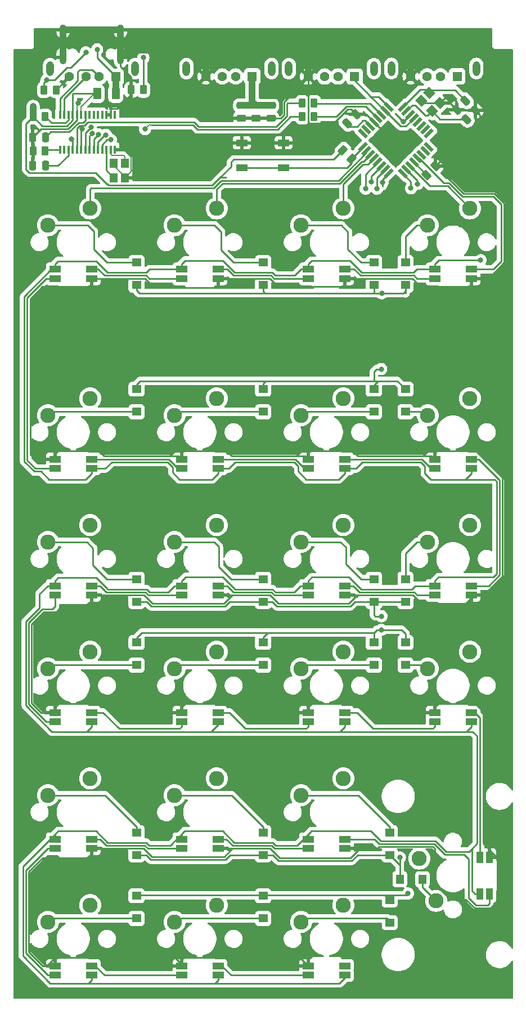
<source format=gbr>
%TF.GenerationSoftware,KiCad,Pcbnew,(6.99.0-222-g367431f825)*%
%TF.CreationDate,2022-01-14T00:46:18+01:00*%
%TF.ProjectId,usbhub-macropad,75736268-7562-42d6-9d61-63726f706164,rev?*%
%TF.SameCoordinates,Original*%
%TF.FileFunction,Copper,L2,Bot*%
%TF.FilePolarity,Positive*%
%FSLAX46Y46*%
G04 Gerber Fmt 4.6, Leading zero omitted, Abs format (unit mm)*
G04 Created by KiCad (PCBNEW (6.99.0-222-g367431f825)) date 2022-01-14 00:46:18*
%MOMM*%
%LPD*%
G01*
G04 APERTURE LIST*
G04 Aperture macros list*
%AMRoundRect*
0 Rectangle with rounded corners*
0 $1 Rounding radius*
0 $2 $3 $4 $5 $6 $7 $8 $9 X,Y pos of 4 corners*
0 Add a 4 corners polygon primitive as box body*
4,1,4,$2,$3,$4,$5,$6,$7,$8,$9,$2,$3,0*
0 Add four circle primitives for the rounded corners*
1,1,$1+$1,$2,$3*
1,1,$1+$1,$4,$5*
1,1,$1+$1,$6,$7*
1,1,$1+$1,$8,$9*
0 Add four rect primitives between the rounded corners*
20,1,$1+$1,$2,$3,$4,$5,0*
20,1,$1+$1,$4,$5,$6,$7,0*
20,1,$1+$1,$6,$7,$8,$9,0*
20,1,$1+$1,$8,$9,$2,$3,0*%
%AMRotRect*
0 Rectangle, with rotation*
0 The origin of the aperture is its center*
0 $1 length*
0 $2 width*
0 $3 Rotation angle, in degrees counterclockwise*
0 Add horizontal line*
21,1,$1,$2,0,0,$3*%
G04 Aperture macros list end*
%TA.AperFunction,ComponentPad*%
%ADD10R,1.428000X1.428000*%
%TD*%
%TA.AperFunction,ComponentPad*%
%ADD11C,1.428000*%
%TD*%
%TA.AperFunction,ComponentPad*%
%ADD12O,1.108000X2.216000*%
%TD*%
%TA.AperFunction,ComponentPad*%
%ADD13O,1.000000X2.100000*%
%TD*%
%TA.AperFunction,ComponentPad*%
%ADD14O,1.000000X1.600000*%
%TD*%
%TA.AperFunction,ComponentPad*%
%ADD15C,2.286000*%
%TD*%
%TA.AperFunction,SMDPad,CuDef*%
%ADD16R,0.400000X1.200000*%
%TD*%
%TA.AperFunction,SMDPad,CuDef*%
%ADD17RoundRect,0.250000X-0.375000X-0.625000X0.375000X-0.625000X0.375000X0.625000X-0.375000X0.625000X0*%
%TD*%
%TA.AperFunction,SMDPad,CuDef*%
%ADD18RoundRect,0.250000X-0.475000X0.250000X-0.475000X-0.250000X0.475000X-0.250000X0.475000X0.250000X0*%
%TD*%
%TA.AperFunction,SMDPad,CuDef*%
%ADD19R,1.400000X1.200000*%
%TD*%
%TA.AperFunction,SMDPad,CuDef*%
%ADD20R,1.200000X1.400000*%
%TD*%
%TA.AperFunction,SMDPad,CuDef*%
%ADD21R,1.700000X1.000000*%
%TD*%
%TA.AperFunction,SMDPad,CuDef*%
%ADD22R,1.000000X1.700000*%
%TD*%
%TA.AperFunction,SMDPad,CuDef*%
%ADD23RoundRect,0.249998X0.262502X0.450002X-0.262502X0.450002X-0.262502X-0.450002X0.262502X-0.450002X0*%
%TD*%
%TA.AperFunction,SMDPad,CuDef*%
%ADD24RoundRect,0.249998X-0.262502X-0.450002X0.262502X-0.450002X0.262502X0.450002X-0.262502X0.450002X0*%
%TD*%
%TA.AperFunction,SMDPad,CuDef*%
%ADD25RoundRect,0.250000X0.159099X-0.512652X0.512652X-0.159099X-0.159099X0.512652X-0.512652X0.159099X0*%
%TD*%
%TA.AperFunction,SMDPad,CuDef*%
%ADD26RoundRect,0.249998X-0.132583X0.503816X-0.503816X0.132583X0.132583X-0.503816X0.503816X-0.132583X0*%
%TD*%
%TA.AperFunction,SMDPad,CuDef*%
%ADD27RotRect,1.400000X1.200000X315.000000*%
%TD*%
%TA.AperFunction,SMDPad,CuDef*%
%ADD28RoundRect,0.250000X-0.250000X-0.475000X0.250000X-0.475000X0.250000X0.475000X-0.250000X0.475000X0*%
%TD*%
%TA.AperFunction,SMDPad,CuDef*%
%ADD29RoundRect,0.249998X-0.503816X-0.132583X-0.132583X-0.503816X0.503816X0.132583X0.132583X0.503816X0*%
%TD*%
%TA.AperFunction,SMDPad,CuDef*%
%ADD30RotRect,1.600000X0.550000X225.000000*%
%TD*%
%TA.AperFunction,SMDPad,CuDef*%
%ADD31RotRect,1.600000X0.550000X135.000000*%
%TD*%
%TA.AperFunction,ViaPad*%
%ADD32C,0.800000*%
%TD*%
%TA.AperFunction,Conductor*%
%ADD33C,0.250000*%
%TD*%
%TA.AperFunction,Conductor*%
%ADD34C,0.200000*%
%TD*%
%TA.AperFunction,Conductor*%
%ADD35C,1.000000*%
%TD*%
G04 APERTURE END LIST*
D10*
%TO.P,J4,1*%
%TO.N,+5VIN*%
X116090000Y-26830000D03*
D11*
%TO.P,J4,2*%
%TO.N,D-*%
X113590000Y-26830000D03*
%TO.P,J4,3*%
%TO.N,D+*%
X111590000Y-26830000D03*
%TO.P,J4,4*%
%TO.N,GND*%
X109090000Y-26830000D03*
D12*
%TO.P,J4,S1*%
%TO.N,N/C*%
X118990000Y-25630000D03*
%TO.P,J4,S2*%
X106190000Y-25630000D03*
%TD*%
D10*
%TO.P,J3,1*%
%TO.N,+5V*%
X167455000Y-26815000D03*
D11*
%TO.P,J3,2*%
%TO.N,3D-*%
X164955000Y-26815000D03*
%TO.P,J3,3*%
%TO.N,3D+*%
X162955000Y-26815000D03*
%TO.P,J3,4*%
%TO.N,GND*%
X160455000Y-26815000D03*
D12*
%TO.P,J3,S1*%
%TO.N,N/C*%
X170355000Y-25615000D03*
%TO.P,J3,S2*%
X157555000Y-25615000D03*
%TD*%
D13*
%TO.P,J5,S1*%
%TO.N,GND*%
X116800000Y-23970000D03*
D14*
X116800000Y-19790000D03*
D13*
X108160000Y-23970000D03*
D14*
X108160000Y-19790000D03*
%TD*%
D15*
%TO.P,K0\u002C2,1*%
%TO.N,col2*%
X150320000Y-46660000D03*
%TO.P,K0\u002C2,2*%
%TO.N,Net-(D0\u002C2-Pad2)*%
X143970000Y-49200000D03*
%TD*%
%TO.P,K0\u002C0,1*%
%TO.N,col0*%
X112220000Y-46660000D03*
%TO.P,K0\u002C0,2*%
%TO.N,Net-(D0\u002C0-Pad2)*%
X105870000Y-49200000D03*
%TD*%
%TO.P,K0\u002C3,1*%
%TO.N,col3*%
X169370000Y-46660000D03*
%TO.P,K0\u002C3,2*%
%TO.N,Net-(D0\u002C3-Pad2)*%
X163020000Y-49200000D03*
%TD*%
%TO.P,K0\u002C1,1*%
%TO.N,col1*%
X131270000Y-46660000D03*
%TO.P,K0\u002C1,2*%
%TO.N,Net-(D0\u002C1-Pad2)*%
X124920000Y-49200000D03*
%TD*%
%TO.P,K1\u002C3,1*%
%TO.N,col3*%
X169370000Y-75235000D03*
%TO.P,K1\u002C3,2*%
%TO.N,Net-(D1\u002C3-Pad2)*%
X163020000Y-77775000D03*
%TD*%
%TO.P,K1\u002C2,1*%
%TO.N,col2*%
X150320000Y-75235000D03*
%TO.P,K1\u002C2,2*%
%TO.N,Net-(D1\u002C2-Pad2)*%
X143970000Y-77775000D03*
%TD*%
%TO.P,K1\u002C1,1*%
%TO.N,col1*%
X131270000Y-75235000D03*
%TO.P,K1\u002C1,2*%
%TO.N,Net-(D1\u002C1-Pad2)*%
X124920000Y-77775000D03*
%TD*%
%TO.P,K1\u002C0,1*%
%TO.N,col0*%
X112220000Y-75235000D03*
%TO.P,K1\u002C0,2*%
%TO.N,Net-(D1\u002C0-Pad2)*%
X105870000Y-77775000D03*
%TD*%
%TO.P,K2\u002C2,1*%
%TO.N,col2*%
X150320000Y-94285000D03*
%TO.P,K2\u002C2,2*%
%TO.N,Net-(D2\u002C2-Pad2)*%
X143970000Y-96825000D03*
%TD*%
%TO.P,K2\u002C1,1*%
%TO.N,col1*%
X131270000Y-94285000D03*
%TO.P,K2\u002C1,2*%
%TO.N,Net-(D2\u002C1-Pad2)*%
X124920000Y-96825000D03*
%TD*%
%TO.P,K2\u002C0,1*%
%TO.N,col0*%
X112220000Y-94285000D03*
%TO.P,K2\u002C0,2*%
%TO.N,Net-(D2\u002C0-Pad2)*%
X105870000Y-96825000D03*
%TD*%
%TO.P,K2\u002C3,1*%
%TO.N,col3*%
X169370000Y-94285000D03*
%TO.P,K2\u002C3,2*%
%TO.N,Net-(D2\u002C3-Pad2)*%
X163020000Y-96825000D03*
%TD*%
%TO.P,K3\u002C1,1*%
%TO.N,col1*%
X131270000Y-113335000D03*
%TO.P,K3\u002C1,2*%
%TO.N,Net-(D3\u002C1-Pad2)*%
X124920000Y-115875000D03*
%TD*%
%TO.P,K3\u002C3,1*%
%TO.N,col3*%
X169370000Y-113335000D03*
%TO.P,K3\u002C3,2*%
%TO.N,Net-(D3\u002C3-Pad2)*%
X163020000Y-115875000D03*
%TD*%
%TO.P,K3\u002C0,1*%
%TO.N,col0*%
X112220000Y-113335000D03*
%TO.P,K3\u002C0,2*%
%TO.N,Net-(D3\u002C0-Pad2)*%
X105870000Y-115875000D03*
%TD*%
%TO.P,K3\u002C2,1*%
%TO.N,col2*%
X150320000Y-113335000D03*
%TO.P,K3\u002C2,2*%
%TO.N,Net-(D3\u002C2-Pad2)*%
X143970000Y-115875000D03*
%TD*%
%TO.P,K4\u002C2,1*%
%TO.N,col2*%
X150320000Y-132385000D03*
%TO.P,K4\u002C2,2*%
%TO.N,Net-(D4\u002C2-Pad2)*%
X143970000Y-134925000D03*
%TD*%
%TO.P,K4\u002C3,1*%
%TO.N,col3*%
X161750000Y-144450000D03*
%TO.P,K4\u002C3,2*%
%TO.N,Net-(D4\u002C3-Pad2)*%
X164290000Y-150800000D03*
%TD*%
%TO.P,K4\u002C1,1*%
%TO.N,col1*%
X131270000Y-132385000D03*
%TO.P,K4\u002C1,2*%
%TO.N,Net-(D4\u002C1-Pad2)*%
X124920000Y-134925000D03*
%TD*%
%TO.P,K4\u002C0,1*%
%TO.N,col0*%
X112220000Y-132385000D03*
%TO.P,K4\u002C0,2*%
%TO.N,Net-(D4\u002C0-Pad2)*%
X105870000Y-134925000D03*
%TD*%
%TO.P,K5\u002C1,1*%
%TO.N,col1*%
X131270000Y-151435000D03*
%TO.P,K5\u002C1,2*%
%TO.N,Net-(D5\u002C1-Pad2)*%
X124920000Y-153975000D03*
%TD*%
%TO.P,K5\u002C2,1*%
%TO.N,col2*%
X150320000Y-151435000D03*
%TO.P,K5\u002C2,2*%
%TO.N,Net-(D5\u002C2-Pad2)*%
X143970000Y-153975000D03*
%TD*%
D10*
%TO.P,J1,1*%
%TO.N,+5V*%
X136610000Y-26820000D03*
D11*
%TO.P,J1,2*%
%TO.N,1D-*%
X134110000Y-26820000D03*
%TO.P,J1,3*%
%TO.N,1D+*%
X132110000Y-26820000D03*
%TO.P,J1,4*%
%TO.N,GND*%
X129610000Y-26820000D03*
D12*
%TO.P,J1,S1*%
%TO.N,N/C*%
X139510000Y-25620000D03*
%TO.P,J1,S2*%
X126710000Y-25620000D03*
%TD*%
D10*
%TO.P,J2,1*%
%TO.N,+5V*%
X152020000Y-26830000D03*
D11*
%TO.P,J2,2*%
%TO.N,2D-*%
X149520000Y-26830000D03*
%TO.P,J2,3*%
%TO.N,2D+*%
X147520000Y-26830000D03*
%TO.P,J2,4*%
%TO.N,GND*%
X145020000Y-26830000D03*
D12*
%TO.P,J2,S1*%
%TO.N,N/C*%
X154920000Y-25630000D03*
%TO.P,J2,S2*%
X142120000Y-25630000D03*
%TD*%
D15*
%TO.P,K5\u002C0,1*%
%TO.N,col0*%
X112220000Y-151435000D03*
%TO.P,K5\u002C0,2*%
%TO.N,Net-(D5\u002C0-Pad2)*%
X105870000Y-153975000D03*
%TD*%
D16*
%TO.P,U1,1*%
%TO.N,GND*%
X115927500Y-37820000D03*
%TO.P,U1,2*%
%TO.N,Net-(U1-Pad2)*%
X115292500Y-37820000D03*
%TO.P,U1,3*%
%TO.N,Net-(U1-Pad3)*%
X114657500Y-37820000D03*
%TO.P,U1,4*%
%TO.N,3D-*%
X114022500Y-37820000D03*
%TO.P,U1,5*%
%TO.N,3D+*%
X113387500Y-37820000D03*
%TO.P,U1,6*%
%TO.N,2D-*%
X112752500Y-37820000D03*
%TO.P,U1,7*%
%TO.N,2D+*%
X112117500Y-37820000D03*
%TO.P,U1,8*%
%TO.N,1D-*%
X111482500Y-37820000D03*
%TO.P,U1,9*%
%TO.N,1D+*%
X110847500Y-37820000D03*
%TO.P,U1,10*%
%TO.N,0D-*%
X110212500Y-37820000D03*
%TO.P,U1,11*%
%TO.N,0D+*%
X109577500Y-37820000D03*
%TO.P,U1,12*%
%TO.N,Net-(C1-Pad2)*%
X108942500Y-37820000D03*
%TO.P,U1,13*%
%TO.N,Net-(U1-Pad13)*%
X108307500Y-37820000D03*
%TO.P,U1,14*%
%TO.N,Net-(R2-Pad1)*%
X107672500Y-37820000D03*
%TO.P,U1,15*%
%TO.N,D-*%
X107672500Y-32620000D03*
%TO.P,U1,16*%
%TO.N,D+*%
X108307500Y-32620000D03*
%TO.P,U1,17*%
%TO.N,Net-(R1-Pad1)*%
X108942500Y-32620000D03*
%TO.P,U1,18*%
%TO.N,+5V*%
X109577500Y-32620000D03*
%TO.P,U1,19*%
%TO.N,GND*%
X110212500Y-32620000D03*
%TO.P,U1,20*%
%TO.N,+5V*%
X110847500Y-32620000D03*
%TO.P,U1,21*%
%TO.N,Net-(C2-Pad2)*%
X111482500Y-32620000D03*
%TO.P,U1,22*%
%TO.N,Net-(U1-Pad22)*%
X112117500Y-32620000D03*
%TO.P,U1,23*%
%TO.N,Net-(U1-Pad23)*%
X112752500Y-32620000D03*
%TO.P,U1,24*%
%TO.N,Net-(U1-Pad24)*%
X113387500Y-32620000D03*
%TO.P,U1,25*%
%TO.N,Net-(U1-Pad25)*%
X114022500Y-32620000D03*
%TO.P,U1,26*%
%TO.N,GND*%
X114657500Y-32620000D03*
%TO.P,U1,27*%
X115292500Y-32620000D03*
%TO.P,U1,28*%
%TO.N,Net-(U1-Pad28)*%
X115927500Y-32620000D03*
%TD*%
D17*
%TO.P,F1,1*%
%TO.N,+5V*%
X113280000Y-29415000D03*
%TO.P,F1,2*%
%TO.N,+5VIN*%
X116080000Y-29415000D03*
%TD*%
D18*
%TO.P,C6,1*%
%TO.N,+5V*%
X139420000Y-31190000D03*
%TO.P,C6,2*%
%TO.N,GND*%
X139420000Y-33090000D03*
%TD*%
%TO.P,C7,1*%
%TO.N,+5V*%
X134980000Y-31170000D03*
%TO.P,C7,2*%
%TO.N,GND*%
X134980000Y-33070000D03*
%TD*%
D19*
%TO.P,D0\u002C0,1*%
%TO.N,row0*%
X119205000Y-58202500D03*
%TO.P,D0\u002C0,2*%
%TO.N,Net-(D0\u002C0-Pad2)*%
X119205000Y-54802500D03*
%TD*%
%TO.P,D0\u002C3,1*%
%TO.N,row0*%
X159686250Y-58202500D03*
%TO.P,D0\u002C3,2*%
%TO.N,Net-(D0\u002C3-Pad2)*%
X159686250Y-54802500D03*
%TD*%
%TO.P,D0\u002C2,1*%
%TO.N,row0*%
X154923750Y-58202500D03*
%TO.P,D0\u002C2,2*%
%TO.N,Net-(D0\u002C2-Pad2)*%
X154923750Y-54802500D03*
%TD*%
%TO.P,D0\u002C1,1*%
%TO.N,row0*%
X138255000Y-58202500D03*
%TO.P,D0\u002C1,2*%
%TO.N,Net-(D0\u002C1-Pad2)*%
X138255000Y-54802500D03*
%TD*%
%TO.P,D1\u002C3,1*%
%TO.N,row1*%
X159686250Y-73852500D03*
%TO.P,D1\u002C3,2*%
%TO.N,Net-(D1\u002C3-Pad2)*%
X159686250Y-77252500D03*
%TD*%
%TO.P,D1\u002C1,1*%
%TO.N,row1*%
X138255000Y-73852500D03*
%TO.P,D1\u002C1,2*%
%TO.N,Net-(D1\u002C1-Pad2)*%
X138255000Y-77252500D03*
%TD*%
%TO.P,D1\u002C0,1*%
%TO.N,row1*%
X119205000Y-73852500D03*
%TO.P,D1\u002C0,2*%
%TO.N,Net-(D1\u002C0-Pad2)*%
X119205000Y-77252500D03*
%TD*%
%TO.P,D2\u002C3,1*%
%TO.N,row2*%
X159686250Y-105827500D03*
%TO.P,D2\u002C3,2*%
%TO.N,Net-(D2\u002C3-Pad2)*%
X159686250Y-102427500D03*
%TD*%
%TO.P,D2\u002C1,1*%
%TO.N,row2*%
X138255000Y-105827500D03*
%TO.P,D2\u002C1,2*%
%TO.N,Net-(D2\u002C1-Pad2)*%
X138255000Y-102427500D03*
%TD*%
%TO.P,D2\u002C0,1*%
%TO.N,row2*%
X119205000Y-105827500D03*
%TO.P,D2\u002C0,2*%
%TO.N,Net-(D2\u002C0-Pad2)*%
X119205000Y-102427500D03*
%TD*%
%TO.P,D2\u002C2,1*%
%TO.N,row2*%
X154923750Y-105827500D03*
%TO.P,D2\u002C2,2*%
%TO.N,Net-(D2\u002C2-Pad2)*%
X154923750Y-102427500D03*
%TD*%
%TO.P,D3\u002C0,1*%
%TO.N,row3*%
X119205000Y-111952500D03*
%TO.P,D3\u002C0,2*%
%TO.N,Net-(D3\u002C0-Pad2)*%
X119205000Y-115352500D03*
%TD*%
%TO.P,D3\u002C3,1*%
%TO.N,row3*%
X159686250Y-111952500D03*
%TO.P,D3\u002C3,2*%
%TO.N,Net-(D3\u002C3-Pad2)*%
X159686250Y-115352500D03*
%TD*%
%TO.P,D3\u002C2,1*%
%TO.N,row3*%
X154923750Y-111952500D03*
%TO.P,D3\u002C2,2*%
%TO.N,Net-(D3\u002C2-Pad2)*%
X154923750Y-115352500D03*
%TD*%
%TO.P,D3\u002C1,1*%
%TO.N,row3*%
X138255000Y-111952500D03*
%TO.P,D3\u002C1,2*%
%TO.N,Net-(D3\u002C1-Pad2)*%
X138255000Y-115352500D03*
%TD*%
%TO.P,D4\u002C1,1*%
%TO.N,row4*%
X138255000Y-143927500D03*
%TO.P,D4\u002C1,2*%
%TO.N,Net-(D4\u002C1-Pad2)*%
X138255000Y-140527500D03*
%TD*%
%TO.P,D4\u002C2,1*%
%TO.N,row4*%
X157305000Y-143927500D03*
%TO.P,D4\u002C2,2*%
%TO.N,Net-(D4\u002C2-Pad2)*%
X157305000Y-140527500D03*
%TD*%
D20*
%TO.P,D4\u002C3,1*%
%TO.N,row4*%
X158840000Y-147560000D03*
%TO.P,D4\u002C3,2*%
%TO.N,Net-(D4\u002C3-Pad2)*%
X162240000Y-147560000D03*
%TD*%
D19*
%TO.P,D5\u002C0,1*%
%TO.N,row5*%
X119205000Y-150052500D03*
%TO.P,D5\u002C0,2*%
%TO.N,Net-(D5\u002C0-Pad2)*%
X119205000Y-153452500D03*
%TD*%
%TO.P,D5\u002C1,1*%
%TO.N,row5*%
X138255000Y-150052500D03*
%TO.P,D5\u002C1,2*%
%TO.N,Net-(D5\u002C1-Pad2)*%
X138255000Y-153452500D03*
%TD*%
%TO.P,D5\u002C2,1*%
%TO.N,row5*%
X157310000Y-150680000D03*
%TO.P,D5\u002C2,2*%
%TO.N,Net-(D5\u002C2-Pad2)*%
X157310000Y-154080000D03*
%TD*%
D21*
%TO.P,LED0\u002C0,1*%
%TO.N,+5V*%
X106930000Y-55802500D03*
%TO.P,LED0\u002C0,2*%
%TO.N,Net-(LED0\u002C0-Pad2)*%
X106930000Y-57202500D03*
%TO.P,LED0\u002C0,3*%
%TO.N,GND*%
X112430000Y-57202500D03*
%TO.P,LED0\u002C0,4*%
%TO.N,Net-(LED0\u002C0-Pad4)*%
X112430000Y-55802500D03*
%TD*%
%TO.P,LED0\u002C1,1*%
%TO.N,+5V*%
X125980000Y-55802500D03*
%TO.P,LED0\u002C1,2*%
%TO.N,Net-(LED0\u002C0-Pad4)*%
X125980000Y-57202500D03*
%TO.P,LED0\u002C1,3*%
%TO.N,GND*%
X131480000Y-57202500D03*
%TO.P,LED0\u002C1,4*%
%TO.N,Net-(LED0\u002C1-Pad4)*%
X131480000Y-55802500D03*
%TD*%
%TO.P,LED0\u002C2,1*%
%TO.N,+5V*%
X145030000Y-55802500D03*
%TO.P,LED0\u002C2,2*%
%TO.N,Net-(LED0\u002C1-Pad4)*%
X145030000Y-57202500D03*
%TO.P,LED0\u002C2,3*%
%TO.N,GND*%
X150530000Y-57202500D03*
%TO.P,LED0\u002C2,4*%
%TO.N,Net-(LED0\u002C2-Pad4)*%
X150530000Y-55802500D03*
%TD*%
%TO.P,LED0\u002C3,1*%
%TO.N,+5V*%
X164080000Y-55802500D03*
%TO.P,LED0\u002C3,2*%
%TO.N,Net-(LED0\u002C2-Pad4)*%
X164080000Y-57202500D03*
%TO.P,LED0\u002C3,3*%
%TO.N,GND*%
X169580000Y-57202500D03*
%TO.P,LED0\u002C3,4*%
%TO.N,LEDIN*%
X169580000Y-55802500D03*
%TD*%
%TO.P,LED1\u002C0,1*%
%TO.N,+5V*%
X112430000Y-85777500D03*
%TO.P,LED1\u002C0,2*%
%TO.N,Net-(LED1\u002C0-Pad2)*%
X112430000Y-84377500D03*
%TO.P,LED1\u002C0,3*%
%TO.N,GND*%
X106930000Y-84377500D03*
%TO.P,LED1\u002C0,4*%
%TO.N,Net-(LED0\u002C0-Pad2)*%
X106930000Y-85777500D03*
%TD*%
%TO.P,LED1\u002C1,1*%
%TO.N,+5V*%
X131480000Y-85777500D03*
%TO.P,LED1\u002C1,2*%
%TO.N,Net-(LED1\u002C1-Pad2)*%
X131480000Y-84377500D03*
%TO.P,LED1\u002C1,3*%
%TO.N,GND*%
X125980000Y-84377500D03*
%TO.P,LED1\u002C1,4*%
%TO.N,Net-(LED1\u002C0-Pad2)*%
X125980000Y-85777500D03*
%TD*%
%TO.P,LED1\u002C2,1*%
%TO.N,+5V*%
X150530000Y-85777500D03*
%TO.P,LED1\u002C2,2*%
%TO.N,Net-(LED1\u002C2-Pad2)*%
X150530000Y-84377500D03*
%TO.P,LED1\u002C2,3*%
%TO.N,GND*%
X145030000Y-84377500D03*
%TO.P,LED1\u002C2,4*%
%TO.N,Net-(LED1\u002C1-Pad2)*%
X145030000Y-85777500D03*
%TD*%
%TO.P,LED2\u002C0,1*%
%TO.N,+5V*%
X164080000Y-103427500D03*
%TO.P,LED2\u002C0,2*%
%TO.N,Net-(LED2\u002C0-Pad2)*%
X164080000Y-104827500D03*
%TO.P,LED2\u002C0,3*%
%TO.N,GND*%
X169580000Y-104827500D03*
%TO.P,LED2\u002C0,4*%
%TO.N,Net-(LED1\u002C3-Pad2)*%
X169580000Y-103427500D03*
%TD*%
%TO.P,LED2\u002C1,1*%
%TO.N,+5V*%
X145030000Y-103427500D03*
%TO.P,LED2\u002C1,2*%
%TO.N,Net-(LED2\u002C1-Pad2)*%
X145030000Y-104827500D03*
%TO.P,LED2\u002C1,3*%
%TO.N,GND*%
X150530000Y-104827500D03*
%TO.P,LED2\u002C1,4*%
%TO.N,Net-(LED2\u002C0-Pad2)*%
X150530000Y-103427500D03*
%TD*%
%TO.P,LED2\u002C2,1*%
%TO.N,+5V*%
X125980000Y-103427500D03*
%TO.P,LED2\u002C2,2*%
%TO.N,Net-(LED2\u002C2-Pad2)*%
X125980000Y-104827500D03*
%TO.P,LED2\u002C2,3*%
%TO.N,GND*%
X131480000Y-104827500D03*
%TO.P,LED2\u002C2,4*%
%TO.N,Net-(LED2\u002C1-Pad2)*%
X131480000Y-103427500D03*
%TD*%
%TO.P,LED2\u002C3,1*%
%TO.N,+5V*%
X106930000Y-103427500D03*
%TO.P,LED2\u002C3,2*%
%TO.N,Net-(LED2\u002C3-Pad2)*%
X106930000Y-104827500D03*
%TO.P,LED2\u002C3,3*%
%TO.N,GND*%
X112430000Y-104827500D03*
%TO.P,LED2\u002C3,4*%
%TO.N,Net-(LED2\u002C2-Pad2)*%
X112430000Y-103427500D03*
%TD*%
%TO.P,LED3\u002C3,1*%
%TO.N,+5V*%
X169580000Y-123877500D03*
%TO.P,LED3\u002C3,2*%
%TO.N,Net-(LED3\u002C3-Pad2)*%
X169580000Y-122477500D03*
%TO.P,LED3\u002C3,3*%
%TO.N,GND*%
X164080000Y-122477500D03*
%TO.P,LED3\u002C3,4*%
%TO.N,Net-(LED3\u002C2-Pad2)*%
X164080000Y-123877500D03*
%TD*%
%TO.P,LED3\u002C0,1*%
%TO.N,+5V*%
X112430000Y-123877500D03*
%TO.P,LED3\u002C0,2*%
%TO.N,Net-(LED3\u002C0-Pad2)*%
X112430000Y-122477500D03*
%TO.P,LED3\u002C0,3*%
%TO.N,GND*%
X106930000Y-122477500D03*
%TO.P,LED3\u002C0,4*%
%TO.N,Net-(LED2\u002C3-Pad2)*%
X106930000Y-123877500D03*
%TD*%
%TO.P,LED3\u002C1,1*%
%TO.N,+5V*%
X131480000Y-123877500D03*
%TO.P,LED3\u002C1,2*%
%TO.N,Net-(LED3\u002C1-Pad2)*%
X131480000Y-122477500D03*
%TO.P,LED3\u002C1,3*%
%TO.N,GND*%
X125980000Y-122477500D03*
%TO.P,LED3\u002C1,4*%
%TO.N,Net-(LED3\u002C0-Pad2)*%
X125980000Y-123877500D03*
%TD*%
%TO.P,LED3\u002C2,1*%
%TO.N,+5V*%
X150530000Y-123877500D03*
%TO.P,LED3\u002C2,2*%
%TO.N,Net-(LED3\u002C2-Pad2)*%
X150530000Y-122477500D03*
%TO.P,LED3\u002C2,3*%
%TO.N,GND*%
X145030000Y-122477500D03*
%TO.P,LED3\u002C2,4*%
%TO.N,Net-(LED3\u002C1-Pad2)*%
X145030000Y-123877500D03*
%TD*%
D22*
%TO.P,LED4\u002C0,1*%
%TO.N,+5V*%
X170892500Y-149740000D03*
%TO.P,LED4\u002C0,2*%
%TO.N,Net-(LED4\u002C0-Pad2)*%
X172292500Y-149740000D03*
%TO.P,LED4\u002C0,3*%
%TO.N,GND*%
X172292500Y-144240000D03*
%TO.P,LED4\u002C0,4*%
%TO.N,Net-(LED3\u002C3-Pad2)*%
X170892500Y-144240000D03*
%TD*%
D21*
%TO.P,LED4\u002C1,1*%
%TO.N,+5V*%
X145030000Y-141527500D03*
%TO.P,LED4\u002C1,2*%
%TO.N,Net-(LED4\u002C1-Pad2)*%
X145030000Y-142927500D03*
%TO.P,LED4\u002C1,3*%
%TO.N,GND*%
X150530000Y-142927500D03*
%TO.P,LED4\u002C1,4*%
%TO.N,Net-(LED4\u002C0-Pad2)*%
X150530000Y-141527500D03*
%TD*%
%TO.P,LED4\u002C2,1*%
%TO.N,+5V*%
X125980000Y-141527500D03*
%TO.P,LED4\u002C2,2*%
%TO.N,Net-(LED4\u002C2-Pad2)*%
X125980000Y-142927500D03*
%TO.P,LED4\u002C2,3*%
%TO.N,GND*%
X131480000Y-142927500D03*
%TO.P,LED4\u002C2,4*%
%TO.N,Net-(LED4\u002C1-Pad2)*%
X131480000Y-141527500D03*
%TD*%
%TO.P,LED4\u002C3,1*%
%TO.N,+5V*%
X106930000Y-141527500D03*
%TO.P,LED4\u002C3,2*%
%TO.N,Net-(LED4\u002C3-Pad2)*%
X106930000Y-142927500D03*
%TO.P,LED4\u002C3,3*%
%TO.N,GND*%
X112430000Y-142927500D03*
%TO.P,LED4\u002C3,4*%
%TO.N,Net-(LED4\u002C2-Pad2)*%
X112430000Y-141527500D03*
%TD*%
%TO.P,LED5\u002C0,1*%
%TO.N,+5V*%
X112430000Y-161977500D03*
%TO.P,LED5\u002C0,2*%
%TO.N,Net-(LED5\u002C0-Pad2)*%
X112430000Y-160577500D03*
%TO.P,LED5\u002C0,3*%
%TO.N,GND*%
X106930000Y-160577500D03*
%TO.P,LED5\u002C0,4*%
%TO.N,Net-(LED4\u002C3-Pad2)*%
X106930000Y-161977500D03*
%TD*%
%TO.P,LED5\u002C1,1*%
%TO.N,+5V*%
X131480000Y-161977500D03*
%TO.P,LED5\u002C1,2*%
%TO.N,Net-(LED5\u002C1-Pad2)*%
X131480000Y-160577500D03*
%TO.P,LED5\u002C1,3*%
%TO.N,GND*%
X125980000Y-160577500D03*
%TO.P,LED5\u002C1,4*%
%TO.N,Net-(LED5\u002C0-Pad2)*%
X125980000Y-161977500D03*
%TD*%
%TO.P,LED5\u002C2,1*%
%TO.N,+5V*%
X150530000Y-161977500D03*
%TO.P,LED5\u002C2,2*%
%TO.N,Net-(LED5\u002C2-Pad2)*%
X150530000Y-160577500D03*
%TO.P,LED5\u002C2,3*%
%TO.N,GND*%
X145030000Y-160577500D03*
%TO.P,LED5\u002C2,4*%
%TO.N,Net-(LED5\u002C1-Pad2)*%
X145030000Y-161977500D03*
%TD*%
D23*
%TO.P,R2,1*%
%TO.N,Net-(R2-Pad1)*%
X105442500Y-38040000D03*
%TO.P,R2,2*%
%TO.N,GND*%
X103617500Y-38040000D03*
%TD*%
D24*
%TO.P,R3,1*%
%TO.N,GND*%
X118407500Y-28810000D03*
%TO.P,R3,2*%
%TO.N,Net-(J5-PadA5)*%
X120232500Y-28810000D03*
%TD*%
D23*
%TO.P,R4,1*%
%TO.N,GND*%
X107092500Y-28850000D03*
%TO.P,R4,2*%
%TO.N,Net-(J5-PadB5)*%
X105267500Y-28850000D03*
%TD*%
D21*
%TO.P,SW1,1*%
%TO.N,GND*%
X141330000Y-36790000D03*
X135030000Y-36790000D03*
%TO.P,SW1,2*%
%TO.N,Net-(R9-Pad2)*%
X141330000Y-40590000D03*
X135030000Y-40590000D03*
%TD*%
D18*
%TO.P,C5,1*%
%TO.N,+5V*%
X137180000Y-31180000D03*
%TO.P,C5,2*%
%TO.N,GND*%
X137180000Y-33080000D03*
%TD*%
D21*
%TO.P,LED1\u002C3,1*%
%TO.N,+5V*%
X169580000Y-85777500D03*
%TO.P,LED1\u002C3,2*%
%TO.N,Net-(LED1\u002C3-Pad2)*%
X169580000Y-84377500D03*
%TO.P,LED1\u002C3,3*%
%TO.N,GND*%
X164080000Y-84377500D03*
%TO.P,LED1\u002C3,4*%
%TO.N,Net-(LED1\u002C2-Pad2)*%
X164080000Y-85777500D03*
%TD*%
D25*
%TO.P,C3,1*%
%TO.N,GND*%
X167368249Y-31801751D03*
%TO.P,C3,2*%
%TO.N,Net-(C3-Pad2)*%
X168711751Y-30458249D03*
%TD*%
%TO.P,C4,1*%
%TO.N,Net-(C4-Pad1)*%
X168818249Y-33251751D03*
%TO.P,C4,2*%
%TO.N,GND*%
X170161751Y-31908249D03*
%TD*%
D24*
%TO.P,R8,1*%
%TO.N,0D-*%
X144107500Y-30810000D03*
%TO.P,R8,2*%
%TO.N,Net-(R8-Pad2)*%
X145932500Y-30810000D03*
%TD*%
D26*
%TO.P,R10,1*%
%TO.N,GND*%
X164150000Y-40330000D03*
%TO.P,R10,2*%
%TO.N,Net-(R10-Pad2)*%
X162859530Y-41620470D03*
%TD*%
D27*
%TO.P,Y2,1*%
%TO.N,Net-(C3-Pad2)*%
X163293223Y-29281142D03*
%TO.P,Y2,2*%
%TO.N,GND*%
X164848858Y-30836777D03*
%TO.P,Y2,3*%
%TO.N,Net-(C4-Pad1)*%
X163646777Y-32038858D03*
%TO.P,Y2,4*%
%TO.N,GND*%
X162091142Y-30483223D03*
%TD*%
D19*
%TO.P,D1\u002C2,1*%
%TO.N,row1*%
X154923750Y-73852500D03*
%TO.P,D1\u002C2,2*%
%TO.N,Net-(D1\u002C2-Pad2)*%
X154923750Y-77252500D03*
%TD*%
%TO.P,D4\u002C0,1*%
%TO.N,row4*%
X119205000Y-143927500D03*
%TO.P,D4\u002C0,2*%
%TO.N,Net-(D4\u002C0-Pad2)*%
X119205000Y-140527500D03*
%TD*%
D28*
%TO.P,C1,1*%
%TO.N,GND*%
X103580000Y-40240000D03*
%TO.P,C1,2*%
%TO.N,Net-(C1-Pad2)*%
X105480000Y-40240000D03*
%TD*%
D25*
%TO.P,C8,1*%
%TO.N,Net-(C8-Pad1)*%
X150868249Y-33861751D03*
%TO.P,C8,2*%
%TO.N,GND*%
X152211751Y-32518249D03*
%TD*%
D29*
%TO.P,R9,1*%
%TO.N,+5V*%
X150254765Y-37884765D03*
%TO.P,R9,2*%
%TO.N,Net-(R9-Pad2)*%
X151545235Y-39175235D03*
%TD*%
D30*
%TO.P,U2,1*%
%TO.N,Net-(C3-Pad2)*%
X159245305Y-31424897D03*
%TO.P,U2,2*%
%TO.N,Net-(C4-Pad1)*%
X159810990Y-31990583D03*
%TO.P,U2,3*%
%TO.N,GND*%
X160376676Y-32556268D03*
%TO.P,U2,4*%
%TO.N,+5V*%
X160942361Y-33121953D03*
%TO.P,U2,5*%
%TO.N,Net-(U2-Pad5)*%
X161508047Y-33687639D03*
%TO.P,U2,6*%
%TO.N,Net-(U2-Pad6)*%
X162073732Y-34253324D03*
%TO.P,U2,7*%
%TO.N,Net-(U2-Pad7)*%
X162639417Y-34819010D03*
%TO.P,U2,8*%
%TO.N,Net-(U2-Pad8)*%
X163205103Y-35384695D03*
D31*
%TO.P,U2,9*%
%TO.N,Net-(U2-Pad9)*%
X163205103Y-37435305D03*
%TO.P,U2,10*%
%TO.N,Net-(U2-Pad10)*%
X162639417Y-38000990D03*
%TO.P,U2,11*%
%TO.N,Net-(U2-Pad11)*%
X162073732Y-38566676D03*
%TO.P,U2,12*%
%TO.N,LEDIN*%
X161508047Y-39132361D03*
%TO.P,U2,13*%
%TO.N,Net-(R10-Pad2)*%
X160942361Y-39698047D03*
%TO.P,U2,14*%
%TO.N,col3*%
X160376676Y-40263732D03*
%TO.P,U2,15*%
%TO.N,row5*%
X159810990Y-40829417D03*
%TO.P,U2,16*%
%TO.N,row4*%
X159245305Y-41395103D03*
D30*
%TO.P,U2,17*%
%TO.N,row3*%
X157194695Y-41395103D03*
%TO.P,U2,18*%
%TO.N,row2*%
X156629010Y-40829417D03*
%TO.P,U2,19*%
%TO.N,row1*%
X156063324Y-40263732D03*
%TO.P,U2,20*%
%TO.N,row0*%
X155497639Y-39698047D03*
%TO.P,U2,21*%
%TO.N,col2*%
X154931953Y-39132361D03*
%TO.P,U2,22*%
%TO.N,col1*%
X154366268Y-38566676D03*
%TO.P,U2,23*%
%TO.N,col0*%
X153800583Y-38000990D03*
%TO.P,U2,24*%
%TO.N,Net-(R9-Pad2)*%
X153234897Y-37435305D03*
D31*
%TO.P,U2,25*%
%TO.N,Net-(U2-Pad25)*%
X153234897Y-35384695D03*
%TO.P,U2,26*%
%TO.N,Net-(U2-Pad26)*%
X153800583Y-34819010D03*
%TO.P,U2,27*%
%TO.N,Net-(C8-Pad1)*%
X154366268Y-34253324D03*
%TO.P,U2,28*%
%TO.N,GND*%
X154931953Y-33687639D03*
%TO.P,U2,29*%
%TO.N,Net-(R7-Pad1)*%
X155497639Y-33121953D03*
%TO.P,U2,30*%
%TO.N,Net-(R8-Pad2)*%
X156063324Y-32556268D03*
%TO.P,U2,31*%
%TO.N,+5V*%
X156629010Y-31990583D03*
%TO.P,U2,32*%
X157194695Y-31424897D03*
%TD*%
D28*
%TO.P,C2,1*%
%TO.N,GND*%
X103590000Y-35990000D03*
%TO.P,C2,2*%
%TO.N,Net-(C2-Pad2)*%
X105490000Y-35990000D03*
%TD*%
D23*
%TO.P,R1,1*%
%TO.N,Net-(R1-Pad1)*%
X105452500Y-32860000D03*
%TO.P,R1,2*%
%TO.N,+5V*%
X103627500Y-32860000D03*
%TD*%
%TO.P,R7,1*%
%TO.N,Net-(R7-Pad1)*%
X145932500Y-32850000D03*
%TO.P,R7,2*%
%TO.N,0D+*%
X144107500Y-32850000D03*
%TD*%
D20*
%TO.P,Y1,1*%
%TO.N,Net-(U1-Pad2)*%
X117480000Y-39840000D03*
%TO.P,Y1,2*%
%TO.N,GND*%
X117480000Y-42040000D03*
%TO.P,Y1,3*%
%TO.N,Net-(U1-Pad3)*%
X115780000Y-42040000D03*
%TO.P,Y1,4*%
%TO.N,GND*%
X115780000Y-39840000D03*
%TD*%
D32*
%TO.N,GND*%
X166460000Y-29940000D03*
X110405000Y-30815000D03*
X159320000Y-33600000D03*
X117653750Y-30263750D03*
X158010000Y-34870000D03*
%TO.N,row0*%
X156120000Y-59420000D03*
X153670000Y-43700000D03*
%TO.N,row1*%
X154540000Y-42690000D03*
X156030000Y-70820000D03*
%TO.N,row2*%
X156080000Y-107990000D03*
X155370000Y-43710000D03*
%TO.N,row3*%
X156240000Y-42750000D03*
X156050000Y-110040000D03*
%TO.N,row4*%
X160500000Y-43640000D03*
X158840000Y-144270000D03*
%TO.N,row5*%
X160070000Y-149690000D03*
X161480000Y-42970000D03*
%TO.N,+5VIN*%
X113280000Y-22740000D03*
%TO.N,+5V*%
X171000000Y-54450000D03*
X103627500Y-31342500D03*
%TO.N,1D+*%
X111030000Y-34740000D03*
%TO.N,1D-*%
X112331998Y-34491998D03*
%TO.N,2D+*%
X112518499Y-35378499D03*
%TO.N,2D-*%
X113455000Y-35515000D03*
%TO.N,3D+*%
X114605001Y-35614999D03*
%TO.N,3D-*%
X115330000Y-36340000D03*
%TO.N,Net-(J5-PadA5)*%
X120232500Y-23992500D03*
%TO.N,Net-(J5-PadB5)*%
X111580000Y-23190000D03*
X105680000Y-27340000D03*
%TO.N,0D+*%
X120480000Y-34740000D03*
X109380000Y-36240000D03*
%TD*%
D33*
%TO.N,Net-(C1-Pad2)*%
X108942500Y-38670000D02*
X108942500Y-37820000D01*
X105480000Y-40240000D02*
X107372500Y-40240000D01*
X107372500Y-40240000D02*
X108942500Y-38670000D01*
%TO.N,GND*%
X152211751Y-32518249D02*
X153762563Y-32518249D01*
X153762563Y-32518249D02*
X154931953Y-33687639D01*
X166403275Y-30836777D02*
X167368249Y-31801751D01*
X170161751Y-31908249D02*
X167474747Y-31908249D01*
X167474747Y-31908249D02*
X167368249Y-31801751D01*
X164848858Y-30836777D02*
X164806690Y-30794609D01*
X164806690Y-30794609D02*
X162402528Y-30794609D01*
X162402528Y-30794609D02*
X162091142Y-30483223D01*
X166460000Y-29940000D02*
X166460000Y-29940000D01*
X158010000Y-34870000D02*
X158010000Y-34870000D01*
X117653750Y-30263750D02*
X116222501Y-31694999D01*
X173527510Y-150822490D02*
X173527510Y-144375010D01*
X152487490Y-83927490D02*
X161877490Y-83927490D01*
X111944990Y-58437510D02*
X105028900Y-58437510D01*
X172449990Y-151900010D02*
X173527510Y-150822490D01*
X139420000Y-33090000D02*
X135000000Y-33090000D01*
D34*
X118405001Y-38879999D02*
X118405001Y-41114999D01*
D33*
X115367501Y-31694999D02*
X116222501Y-31694999D01*
X155451417Y-34207103D02*
X154931953Y-33687639D01*
X145235010Y-33875010D02*
X148854990Y-33875010D01*
X112095000Y-107380000D02*
X114647500Y-104827500D01*
X170103600Y-151900010D02*
X172449990Y-151900010D01*
X163837200Y-142700020D02*
X164130000Y-142992820D01*
X150530000Y-57202500D02*
X153817500Y-57202500D01*
D35*
X116800000Y-22720000D02*
X116800000Y-23970000D01*
D33*
X105220000Y-107380000D02*
X112095000Y-107380000D01*
X169580000Y-105271986D02*
X168789476Y-106062510D01*
X110212500Y-33372822D02*
X108875302Y-34710020D01*
X114622500Y-142927500D02*
X113220000Y-144330000D01*
X150971751Y-31758249D02*
X151451751Y-31758249D01*
X170860000Y-32606498D02*
X170860000Y-33620000D01*
X145020000Y-26830000D02*
X145020000Y-33660000D01*
X165440000Y-41457180D02*
X165440000Y-39040000D01*
X170860000Y-33620000D02*
X165440000Y-39040000D01*
X118407500Y-28810000D02*
X118407500Y-26877500D01*
X105028900Y-58437510D02*
X103190010Y-60276400D01*
X171723205Y-104543205D02*
X171626410Y-104640000D01*
X103617500Y-38040000D02*
X103617500Y-36017500D01*
X173066400Y-44439990D02*
X168422810Y-44439990D01*
X109090000Y-26830000D02*
X107092500Y-28827500D01*
X114647500Y-104827500D02*
X112430000Y-104827500D01*
X116800000Y-25270000D02*
X116800000Y-23970000D01*
X106930000Y-83627500D02*
X107415010Y-83142490D01*
X163629990Y-83927490D02*
X164080000Y-84377500D01*
X160752500Y-57202500D02*
X161987510Y-58437510D01*
X120472500Y-57202500D02*
X112430000Y-57202500D01*
X155482520Y-142927500D02*
X155710000Y-142700020D01*
X141330000Y-36790000D02*
X135030000Y-36790000D01*
D34*
X110212500Y-31007500D02*
X110405000Y-30815000D01*
D33*
X107415010Y-83142490D02*
X113512490Y-83142490D01*
X152752500Y-104827500D02*
X150530000Y-104827500D01*
X152822500Y-142927500D02*
X152552500Y-142927500D01*
X115292500Y-32620000D02*
X114657500Y-32620000D01*
X170279992Y-83142490D02*
X174290009Y-87152507D01*
X174290009Y-87152507D02*
X174290009Y-101976401D01*
X166500000Y-150580000D02*
X168783590Y-150580000D01*
X124007490Y-83927490D02*
X125529990Y-83927490D01*
X152822500Y-142927500D02*
X155482520Y-142927500D01*
X146440000Y-121170000D02*
X165520000Y-121170000D01*
X107092500Y-28827500D02*
X107092500Y-28850000D01*
X125529990Y-83927490D02*
X125980000Y-84377500D01*
X142850000Y-29210000D02*
X141390000Y-30670000D01*
X113512490Y-83142490D02*
X114297490Y-83927490D01*
X161877490Y-83927490D02*
X162342510Y-83927490D01*
D34*
X117480000Y-41940000D02*
X115780000Y-40240000D01*
D33*
X172113910Y-57206090D02*
X170882490Y-58437510D01*
X170882490Y-58437510D02*
X161987510Y-58437510D01*
X164848858Y-30836777D02*
X166403275Y-30836777D01*
X114647500Y-104827500D02*
X114492500Y-104827500D01*
X105697500Y-160577500D02*
X106932510Y-159342490D01*
X103887510Y-84377500D02*
X103190010Y-83680000D01*
X164848858Y-30836777D02*
X165745635Y-29940000D01*
X152752500Y-104827500D02*
X152412500Y-104827500D01*
X121582510Y-106062510D02*
X120347500Y-104827500D01*
X141390000Y-30670000D02*
X141390000Y-32570000D01*
X118407500Y-28810000D02*
X118407500Y-29510000D01*
X153817500Y-57202500D02*
X160752500Y-57202500D01*
D35*
X117910000Y-22860000D02*
X116800000Y-23970000D01*
D33*
X133647500Y-142927500D02*
X139327500Y-142927500D01*
X145020000Y-33660000D02*
X145235010Y-33875010D01*
X159332944Y-33600000D02*
X160376676Y-32556268D01*
X151410000Y-144340000D02*
X152822500Y-142927500D01*
X106930000Y-84377500D02*
X106930000Y-83627500D01*
X139327500Y-142927500D02*
X140740000Y-144340000D01*
D35*
X145020000Y-26830000D02*
X145020000Y-24490000D01*
D33*
X104819980Y-34710020D02*
X103590000Y-35940000D01*
X105066410Y-160577500D02*
X105697500Y-160577500D01*
X165745635Y-29940000D02*
X166460000Y-29940000D01*
X125007510Y-159342490D02*
X143794990Y-159342490D01*
D35*
X116800000Y-19790000D02*
X108160000Y-19790000D01*
D33*
X168422810Y-44439990D02*
X165440000Y-41457180D01*
D35*
X116800000Y-19790000D02*
X116800000Y-22720000D01*
D33*
X124252510Y-83927490D02*
X125037510Y-83142490D01*
X139252500Y-57202500D02*
X136327500Y-57202500D01*
X133582500Y-104827500D02*
X132347490Y-106062510D01*
D35*
X143390000Y-22860000D02*
X128230000Y-22860000D01*
X108160000Y-19790000D02*
X108160000Y-23970000D01*
X160455000Y-23845000D02*
X159470000Y-22860000D01*
D33*
X108875302Y-34710020D02*
X104819980Y-34710020D01*
X136327500Y-57202500D02*
X135997500Y-57202500D01*
X173527510Y-144375010D02*
X172292500Y-143140000D01*
X103190010Y-83680000D02*
X103190010Y-60276400D01*
X133782500Y-104827500D02*
X133582500Y-104827500D01*
X162052510Y-106062510D02*
X160817500Y-104827500D01*
X106930000Y-121727500D02*
X106930000Y-122477500D01*
X172113910Y-57202500D02*
X174510010Y-54806400D01*
X112430000Y-57952500D02*
X111944990Y-58437510D01*
X103424099Y-121044099D02*
X103424099Y-109175901D01*
X135000000Y-33090000D02*
X134980000Y-33070000D01*
X117345002Y-37820000D02*
X118405001Y-38879999D01*
X105063910Y-144330000D02*
X102986260Y-146407650D01*
X155710000Y-142700020D02*
X163837200Y-142700020D01*
X164080000Y-121727500D02*
X164637500Y-121170000D01*
X126537500Y-121170000D02*
X107487500Y-121170000D01*
X104857500Y-122477500D02*
X103424099Y-121044099D01*
D34*
X118405001Y-41114999D02*
X117480000Y-42040000D01*
D33*
X115292500Y-32620000D02*
X115292500Y-31852500D01*
X144067510Y-83142490D02*
X151702490Y-83142490D01*
X165520000Y-121170000D02*
X170207502Y-121170000D01*
X164080000Y-122477500D02*
X164080000Y-121727500D01*
X164130000Y-142992820D02*
X164130000Y-148210000D01*
X106930000Y-122477500D02*
X104857500Y-122477500D01*
X160817500Y-104827500D02*
X152752500Y-104827500D01*
D35*
X129610000Y-24240000D02*
X128230000Y-22860000D01*
X128230000Y-22860000D02*
X117910000Y-22860000D01*
D33*
X134610000Y-58590000D02*
X121860000Y-58590000D01*
X107487500Y-121170000D02*
X106930000Y-121727500D01*
X114297490Y-83927490D02*
X124007490Y-83927490D01*
X142332510Y-83927490D02*
X143142510Y-83927490D01*
X114622500Y-142927500D02*
X120267500Y-142927500D01*
X169580000Y-104827500D02*
X171438910Y-104827500D01*
X121502510Y-144162510D02*
X132412490Y-144162510D01*
X142332510Y-83927490D02*
X143282510Y-83927490D01*
X133782500Y-104827500D02*
X131480000Y-104827500D01*
X106930000Y-84377500D02*
X103887510Y-84377500D01*
X121860000Y-58590000D02*
X120472500Y-57202500D01*
X102986260Y-146407650D02*
X102986260Y-158497350D01*
X150530000Y-142927500D02*
X152822500Y-142927500D01*
D34*
X117480000Y-42040000D02*
X117480000Y-41940000D01*
D33*
X145020000Y-28140000D02*
X143950000Y-29210000D01*
X161877490Y-83927490D02*
X163629990Y-83927490D01*
X115292500Y-31770000D02*
X115367501Y-31694999D01*
X143950000Y-29210000D02*
X142850000Y-29210000D01*
X165440000Y-39040000D02*
X164150000Y-40330000D01*
X102986260Y-158497350D02*
X105066410Y-160577500D01*
X163127510Y-83142490D02*
X170279992Y-83142490D01*
X118407500Y-26877500D02*
X116800000Y-25270000D01*
X144579990Y-83927490D02*
X145030000Y-84377500D01*
X124007490Y-83927490D02*
X124252510Y-83927490D01*
D34*
X110212500Y-32620000D02*
X110212500Y-31007500D01*
D33*
X139297500Y-104827500D02*
X133782500Y-104827500D01*
X125980000Y-121727500D02*
X126537500Y-121170000D01*
X140740000Y-144340000D02*
X151410000Y-144340000D01*
X133547490Y-83927490D02*
X142332510Y-83927490D01*
X131480000Y-142927500D02*
X133647500Y-142927500D01*
X115927500Y-37820000D02*
X117345002Y-37820000D01*
X143794990Y-159342490D02*
X145030000Y-160577500D01*
X162342510Y-83927490D02*
X163127510Y-83142490D01*
X159320000Y-33600000D02*
X159332944Y-33600000D01*
X140487510Y-58437510D02*
X139252500Y-57202500D01*
X145030000Y-122477500D02*
X145030000Y-121727500D01*
X113220000Y-144330000D02*
X105063910Y-144330000D01*
X156114314Y-34870000D02*
X158010000Y-34870000D01*
X152252490Y-58437510D02*
X140487510Y-58437510D01*
X145587500Y-121170000D02*
X146440000Y-121170000D01*
X148854990Y-33875010D02*
X150971751Y-31758249D01*
X110212500Y-32620000D02*
X110212500Y-33372822D01*
X171342510Y-142190010D02*
X172292500Y-143140000D01*
X174290009Y-101976401D02*
X171723205Y-104543205D01*
X154931953Y-33687639D02*
X156114314Y-34870000D01*
X125980000Y-160314980D02*
X125007510Y-159342490D01*
X174510009Y-45883599D02*
X173066400Y-44439990D01*
D34*
X115780000Y-40240000D02*
X115780000Y-39840000D01*
D33*
X132412490Y-144162510D02*
X133647500Y-142927500D01*
X152211751Y-32518249D02*
X151451751Y-31758249D01*
X171342510Y-122305008D02*
X171342510Y-142190010D01*
X132762490Y-83142490D02*
X133547490Y-83927490D01*
X125980000Y-160577500D02*
X125980000Y-160314980D01*
X169580000Y-57202500D02*
X172113910Y-57202500D01*
X103617500Y-36017500D02*
X103590000Y-35990000D01*
X168789476Y-106062510D02*
X162052510Y-106062510D01*
X164637500Y-121170000D02*
X165520000Y-121170000D01*
X171438910Y-104827500D02*
X171723205Y-104543205D01*
X153487500Y-57202500D02*
X152252490Y-58437510D01*
X118407500Y-29510000D02*
X117653750Y-30263750D01*
X125980000Y-122477500D02*
X125980000Y-121727500D01*
X172292500Y-143140000D02*
X172292500Y-144240000D01*
X170161751Y-31908249D02*
X170860000Y-32606498D01*
X105697500Y-160577500D02*
X106930000Y-160577500D01*
X151177490Y-106062510D02*
X140532510Y-106062510D01*
X143282510Y-83927490D02*
X144067510Y-83142490D01*
X136327500Y-57202500D02*
X131480000Y-57202500D01*
X120267500Y-142927500D02*
X121502510Y-144162510D01*
X140532510Y-106062510D02*
X139297500Y-104827500D01*
D35*
X129610000Y-26820000D02*
X129610000Y-24240000D01*
X159470000Y-22860000D02*
X143390000Y-22860000D01*
D33*
X135997500Y-57202500D02*
X134610000Y-58590000D01*
X103617500Y-38040000D02*
X103617500Y-40202500D01*
X142332510Y-83927490D02*
X144579990Y-83927490D01*
X103617500Y-40202500D02*
X103580000Y-40240000D01*
D35*
X145020000Y-24490000D02*
X143390000Y-22860000D01*
X160455000Y-26815000D02*
X160455000Y-23845000D01*
D33*
X164130000Y-148210000D02*
X166500000Y-150580000D01*
X112430000Y-57202500D02*
X112430000Y-57952500D01*
X115292500Y-32620000D02*
X115292500Y-31770000D01*
X124007490Y-83927490D02*
X124302510Y-83927490D01*
X169580000Y-104827500D02*
X169580000Y-105271986D01*
X145020000Y-26830000D02*
X145020000Y-28140000D01*
X106932510Y-159342490D02*
X125007510Y-159342490D01*
X172113910Y-57202500D02*
X172113910Y-57206090D01*
X103424099Y-109175901D02*
X105220000Y-107380000D01*
X153817500Y-57202500D02*
X153487500Y-57202500D01*
X110212500Y-31869998D02*
X110212500Y-32620000D01*
X140870000Y-33090000D02*
X139420000Y-33090000D01*
X170207502Y-121170000D02*
X171342510Y-122305008D01*
X126537500Y-121170000D02*
X146440000Y-121170000D01*
X132347490Y-106062510D02*
X121582510Y-106062510D01*
X151702490Y-83142490D02*
X152487490Y-83927490D01*
X141390000Y-32570000D02*
X140870000Y-33090000D01*
X168783590Y-150580000D02*
X170103600Y-151900010D01*
X174510010Y-54806400D02*
X174510009Y-45883599D01*
X152412500Y-104827500D02*
X151177490Y-106062510D01*
X112430000Y-142927500D02*
X114622500Y-142927500D01*
X145030000Y-121727500D02*
X145587500Y-121170000D01*
X125037510Y-83142490D02*
X132762490Y-83142490D01*
X120347500Y-104827500D02*
X114647500Y-104827500D01*
%TO.N,Net-(C2-Pad2)*%
X105490000Y-35940000D02*
X106269970Y-35160030D01*
X110481732Y-33740000D02*
X111180000Y-33740000D01*
X111482500Y-33437500D02*
X111482500Y-32620000D01*
X106269970Y-35160030D02*
X109061703Y-35160029D01*
X111180000Y-33740000D02*
X111482500Y-33437500D01*
X109061703Y-35160029D02*
X110481732Y-33740000D01*
%TO.N,Net-(C3-Pad2)*%
X167308501Y-29054999D02*
X168711751Y-30458249D01*
X159245305Y-31424897D02*
X161884035Y-28786167D01*
X163717487Y-28856878D02*
X163293223Y-29281142D01*
X162798248Y-28786167D02*
X163293223Y-29281142D01*
X168711751Y-30458249D02*
X167110380Y-28856878D01*
X161884035Y-28786167D02*
X162798248Y-28786167D01*
X167110380Y-28856878D02*
X163717487Y-28856878D01*
%TO.N,Net-(C4-Pad1)*%
X168818249Y-33251751D02*
X164859670Y-33251751D01*
X164859670Y-33251751D02*
X163646777Y-32038858D01*
X161140000Y-31110000D02*
X160691573Y-31110000D01*
X160691573Y-31110000D02*
X159810990Y-31990583D01*
X162690000Y-32660000D02*
X161140000Y-31110000D01*
X163025635Y-32660000D02*
X162690000Y-32660000D01*
X163646777Y-32038858D02*
X163025635Y-32660000D01*
%TO.N,Net-(C8-Pad1)*%
X152390000Y-34350000D02*
X151356498Y-34350000D01*
X151356498Y-34350000D02*
X150868249Y-33861751D01*
X153260000Y-33480000D02*
X152390000Y-34350000D01*
X153592944Y-33480000D02*
X153260000Y-33480000D01*
X154366268Y-34253324D02*
X153592944Y-33480000D01*
%TO.N,row0*%
X153670000Y-43700000D02*
X153670000Y-43700000D01*
X119205000Y-58202500D02*
X119205000Y-59005000D01*
X159350000Y-59420000D02*
X156120000Y-59420000D01*
X154923750Y-58202500D02*
X154923750Y-59413750D01*
X156120000Y-59420000D02*
X138550000Y-59420000D01*
X153670000Y-41525686D02*
X153670000Y-43700000D01*
X138550000Y-59420000D02*
X138255000Y-59125000D01*
X138255000Y-58202500D02*
X138255000Y-59125000D01*
X138550000Y-59420000D02*
X119620000Y-59420000D01*
X159686250Y-58202500D02*
X159686250Y-59436250D01*
X155497639Y-39698047D02*
X153670000Y-41525686D01*
X119620000Y-59420000D02*
X119205000Y-59005000D01*
X159686250Y-59083750D02*
X159350000Y-59420000D01*
X159686250Y-58202500D02*
X159686250Y-59083750D01*
%TO.N,Net-(D0\u002C0-Pad2)*%
X112750000Y-52810000D02*
X112750000Y-50090000D01*
X114742500Y-54802500D02*
X112750000Y-52810000D01*
X119205000Y-54802500D02*
X114742500Y-54802500D01*
X112750000Y-50090000D02*
X111860000Y-49200000D01*
X111860000Y-49200000D02*
X105870000Y-49200000D01*
%TO.N,Net-(D0\u002C3-Pad2)*%
X161403554Y-49200000D02*
X159686250Y-50917304D01*
X163020000Y-49200000D02*
X161403554Y-49200000D01*
X159686250Y-50917304D02*
X159686250Y-54802500D01*
%TO.N,Net-(D0\u002C2-Pad2)*%
X151010000Y-50160000D02*
X150050000Y-49200000D01*
X150050000Y-49200000D02*
X143970000Y-49200000D01*
X152972500Y-54802500D02*
X151010000Y-52840000D01*
X154923750Y-54802500D02*
X152972500Y-54802500D01*
X151010000Y-52840000D02*
X151010000Y-50160000D01*
%TO.N,Net-(D0\u002C1-Pad2)*%
X131900000Y-52950000D02*
X131900000Y-50160000D01*
X130940000Y-49200000D02*
X124920000Y-49200000D01*
X133752500Y-54802500D02*
X131900000Y-52950000D01*
X138255000Y-54802500D02*
X133752500Y-54802500D01*
X131900000Y-50160000D02*
X130940000Y-49200000D01*
%TO.N,row1*%
X154540000Y-42690000D02*
X154540000Y-42690000D01*
X154923750Y-73216250D02*
X155523750Y-72616250D01*
X138255000Y-73852500D02*
X138255000Y-72975000D01*
X119205000Y-73135000D02*
X119723750Y-72616250D01*
X156030000Y-70820000D02*
X155320000Y-70820000D01*
X138613750Y-72616250D02*
X154923750Y-72616250D01*
X155320000Y-70820000D02*
X154923750Y-71216250D01*
X154540000Y-41787056D02*
X154540000Y-42690000D01*
X154923750Y-71216250D02*
X154923750Y-72616250D01*
X155523750Y-72616250D02*
X158450000Y-72616250D01*
X158450000Y-72616250D02*
X159686250Y-73852500D01*
X119723750Y-72616250D02*
X138613750Y-72616250D01*
X119205000Y-73852500D02*
X119205000Y-73135000D01*
X156063324Y-40263732D02*
X154540000Y-41787056D01*
X154923750Y-73852500D02*
X154923750Y-73216250D01*
X154923750Y-72616250D02*
X155523750Y-72616250D01*
X138255000Y-72975000D02*
X138613750Y-72616250D01*
%TO.N,Net-(D1\u002C3-Pad2)*%
X159686250Y-77252500D02*
X162497500Y-77252500D01*
X162497500Y-77252500D02*
X163020000Y-77775000D01*
%TO.N,Net-(D1\u002C2-Pad2)*%
X154923750Y-77252500D02*
X144492500Y-77252500D01*
X144492500Y-77252500D02*
X143970000Y-77775000D01*
%TO.N,Net-(D1\u002C1-Pad2)*%
X138255000Y-77252500D02*
X125442500Y-77252500D01*
X125442500Y-77252500D02*
X124920000Y-77775000D01*
%TO.N,Net-(D1\u002C0-Pad2)*%
X106392500Y-77252500D02*
X105870000Y-77775000D01*
X119205000Y-77252500D02*
X106392500Y-77252500D01*
%TO.N,row2*%
X155370000Y-43710000D02*
X155370000Y-43710000D01*
X154923750Y-105827500D02*
X152048910Y-105827500D01*
X155130000Y-107990000D02*
X156080000Y-107990000D01*
X140346109Y-106512519D02*
X139661090Y-105827500D01*
X132533890Y-106512520D02*
X121396109Y-106512519D01*
X155370000Y-42088427D02*
X155370000Y-43710000D01*
X156629010Y-40829417D02*
X155370000Y-42088427D01*
X139661090Y-105827500D02*
X138255000Y-105827500D01*
X133218910Y-105827500D02*
X132533890Y-106512520D01*
X120711090Y-105827500D02*
X119205000Y-105827500D01*
X138255000Y-105827500D02*
X133218910Y-105827500D01*
X154923750Y-105827500D02*
X154923750Y-107783750D01*
X154923750Y-107783750D02*
X155130000Y-107990000D01*
X121396109Y-106512519D02*
X120711090Y-105827500D01*
X159686250Y-105827500D02*
X154923750Y-105827500D01*
X151363890Y-106512520D02*
X140346109Y-106512519D01*
X152048910Y-105827500D02*
X151363890Y-106512520D01*
%TO.N,Net-(D2\u002C3-Pad2)*%
X159686250Y-98542304D02*
X159686250Y-102427500D01*
X163020000Y-96825000D02*
X161403554Y-96825000D01*
X161403554Y-96825000D02*
X159686250Y-98542304D01*
%TO.N,Net-(D2\u002C1-Pad2)*%
X133457500Y-102427500D02*
X131590000Y-100560000D01*
X131590000Y-97540000D02*
X130875000Y-96825000D01*
X130875000Y-96825000D02*
X124920000Y-96825000D01*
X138255000Y-102427500D02*
X133457500Y-102427500D01*
X131590000Y-100560000D02*
X131590000Y-97540000D01*
%TO.N,Net-(D2\u002C0-Pad2)*%
X111735000Y-96825000D02*
X105870000Y-96825000D01*
X114757500Y-102427500D02*
X112660000Y-100330000D01*
X112660000Y-100330000D02*
X112660000Y-97750000D01*
X119205000Y-102427500D02*
X114757500Y-102427500D01*
X112660000Y-97750000D02*
X111735000Y-96825000D01*
%TO.N,Net-(D2\u002C2-Pad2)*%
X150690000Y-100150000D02*
X150690000Y-97600000D01*
X154923750Y-102427500D02*
X152967500Y-102427500D01*
X150690000Y-97600000D02*
X149915000Y-96825000D01*
X152967500Y-102427500D02*
X150690000Y-100150000D01*
X149915000Y-96825000D02*
X143970000Y-96825000D01*
%TO.N,row3*%
X156240000Y-42750000D02*
X156240000Y-43330000D01*
X138923750Y-110456250D02*
X154923750Y-110456250D01*
X154923750Y-111952500D02*
X154923750Y-110456250D01*
X157194695Y-41395305D02*
X156240000Y-42350000D01*
X138255000Y-111125000D02*
X138923750Y-110456250D01*
X119205000Y-111275000D02*
X120023750Y-110456250D01*
X159110000Y-110040000D02*
X156050000Y-110040000D01*
X159686250Y-111952500D02*
X159686250Y-110616250D01*
X154923750Y-110456250D02*
X155340000Y-110040000D01*
X157194695Y-41395103D02*
X157194695Y-41395305D01*
X156240000Y-42350000D02*
X156240000Y-42750000D01*
X120023750Y-110456250D02*
X138923750Y-110456250D01*
X138255000Y-111952500D02*
X138255000Y-111125000D01*
X155340000Y-110040000D02*
X156050000Y-110040000D01*
X159686250Y-110616250D02*
X159110000Y-110040000D01*
X119205000Y-111952500D02*
X119205000Y-111275000D01*
%TO.N,Net-(D3\u002C0-Pad2)*%
X106392500Y-115352500D02*
X105870000Y-115875000D01*
X119205000Y-115352500D02*
X106392500Y-115352500D01*
%TO.N,Net-(D3\u002C3-Pad2)*%
X162497500Y-115352500D02*
X163020000Y-115875000D01*
X159686250Y-115352500D02*
X162497500Y-115352500D01*
%TO.N,Net-(D3\u002C2-Pad2)*%
X154923750Y-115352500D02*
X144492500Y-115352500D01*
X144492500Y-115352500D02*
X143970000Y-115875000D01*
%TO.N,Net-(D3\u002C1-Pad2)*%
X125442500Y-115352500D02*
X124920000Y-115875000D01*
X138255000Y-115352500D02*
X125442500Y-115352500D01*
%TO.N,row4*%
X160500000Y-43640000D02*
X160500000Y-43640000D01*
X140553599Y-144790009D02*
X139691090Y-143927500D01*
X158840000Y-145462500D02*
X157305000Y-143927500D01*
X158840000Y-147560000D02*
X158840000Y-145462500D01*
X138255000Y-143927500D02*
X133283910Y-143927500D01*
X152458910Y-143927500D02*
X151596400Y-144790010D01*
X159245305Y-41395103D02*
X159245305Y-41395305D01*
X157305000Y-143927500D02*
X152458910Y-143927500D01*
X158840000Y-145462500D02*
X158840000Y-144270000D01*
X151596400Y-144790010D02*
X140553599Y-144790009D01*
X132598890Y-144612520D02*
X121316109Y-144612519D01*
X159245305Y-41395305D02*
X160500000Y-42650000D01*
X139691090Y-143927500D02*
X138255000Y-143927500D01*
X121316109Y-144612519D02*
X120631090Y-143927500D01*
X133283910Y-143927500D02*
X132598890Y-144612520D01*
X120631090Y-143927500D02*
X119205000Y-143927500D01*
X160500000Y-42650000D02*
X160500000Y-43640000D01*
%TO.N,Net-(D4\u002C0-Pad2)*%
X119205000Y-139677500D02*
X114452500Y-134925000D01*
X114452500Y-134925000D02*
X105870000Y-134925000D01*
X119205000Y-140527500D02*
X119205000Y-139677500D01*
%TO.N,Net-(D4\u002C1-Pad2)*%
X133502500Y-134925000D02*
X124920000Y-134925000D01*
X138255000Y-140527500D02*
X138255000Y-139677500D01*
X138255000Y-139677500D02*
X133502500Y-134925000D01*
%TO.N,Net-(D4\u002C2-Pad2)*%
X152552500Y-134925000D02*
X143970000Y-134925000D01*
X157305000Y-139677500D02*
X152552500Y-134925000D01*
X157305000Y-140527500D02*
X157305000Y-139677500D01*
%TO.N,Net-(D4\u002C3-Pad2)*%
X162240000Y-147560000D02*
X162240000Y-148750000D01*
X162240000Y-148750000D02*
X164290000Y-150800000D01*
%TO.N,row5*%
X160070000Y-149690000D02*
X160070000Y-149690000D01*
X161480000Y-42970000D02*
X161480000Y-42970000D01*
X156596999Y-149966999D02*
X159793001Y-149966999D01*
X156596999Y-149966999D02*
X157310000Y-150680000D01*
X161480000Y-42498427D02*
X161480000Y-42970000D01*
X159793001Y-149966999D02*
X160070000Y-149690000D01*
X119290501Y-149966999D02*
X156596999Y-149966999D01*
X159810990Y-40829417D02*
X161480000Y-42498427D01*
X119205000Y-150052500D02*
X119290501Y-149966999D01*
%TO.N,Net-(D5\u002C0-Pad2)*%
X106392500Y-153452500D02*
X105870000Y-153975000D01*
X119205000Y-153452500D02*
X106392500Y-153452500D01*
%TO.N,Net-(D5\u002C1-Pad2)*%
X125442500Y-153452500D02*
X124920000Y-153975000D01*
X138255000Y-153452500D02*
X125442500Y-153452500D01*
%TO.N,Net-(D5\u002C2-Pad2)*%
X156932500Y-153452500D02*
X144492500Y-153452500D01*
X144492500Y-153452500D02*
X143970000Y-153975000D01*
X157310000Y-153830000D02*
X156932500Y-153452500D01*
X157310000Y-154080000D02*
X157310000Y-153830000D01*
%TO.N,+5VIN*%
X116080000Y-26840000D02*
X116090000Y-26830000D01*
X114380001Y-25120001D02*
X116090000Y-26830000D01*
X113280000Y-22740000D02*
X113280000Y-24020000D01*
X113280000Y-24020000D02*
X114380001Y-25120001D01*
D35*
X116080000Y-29415000D02*
X116080000Y-26840000D01*
D33*
X116080000Y-26820000D02*
X114380001Y-25120001D01*
%TO.N,+5V*%
X154479214Y-29840786D02*
X156629010Y-31990583D01*
X153870000Y-29231573D02*
X154479214Y-29840786D01*
X154479214Y-29840786D02*
X155610584Y-29840786D01*
X155610584Y-29840786D02*
X157194695Y-31424897D01*
X136610000Y-26820000D02*
X136610000Y-29051573D01*
X171000000Y-54450000D02*
X171000000Y-54450000D01*
X153068890Y-56302480D02*
X151296410Y-54530000D01*
X125980000Y-103427500D02*
X124880000Y-103427500D01*
X112717510Y-140292490D02*
X107415010Y-140292490D01*
X150530000Y-86527500D02*
X150530000Y-85777500D01*
X107415010Y-102192490D02*
X106930000Y-102677500D01*
X152262500Y-85777500D02*
X150530000Y-85777500D01*
X112430000Y-162727500D02*
X112430000Y-161977500D01*
X173389990Y-101603600D02*
X173389990Y-87723900D01*
X133072500Y-85777500D02*
X131480000Y-85777500D01*
X145030000Y-140777500D02*
X145515010Y-140292490D01*
X103791100Y-86227510D02*
X104807510Y-86227510D01*
X102086241Y-159068743D02*
X106230008Y-163212510D01*
X145030000Y-102677500D02*
X145030000Y-103427500D01*
X112717510Y-140292490D02*
X113123215Y-140292490D01*
X109577500Y-33371412D02*
X108688902Y-34260010D01*
X129537490Y-163212510D02*
X149739476Y-163212510D01*
D35*
X136610000Y-30610000D02*
X137180000Y-31180000D01*
D33*
X161139980Y-103427500D02*
X160640000Y-103927480D01*
X160942361Y-33121953D02*
X160938047Y-33121953D01*
X125640000Y-87420000D02*
X124610000Y-86390000D01*
X170442490Y-142187510D02*
X169657490Y-142972510D01*
X145552500Y-54530000D02*
X145030000Y-55052500D01*
X102086240Y-145621260D02*
X102086241Y-159068743D01*
X111944990Y-163212510D02*
X129537490Y-163212510D01*
X135000000Y-31190000D02*
X134980000Y-31170000D01*
X164080000Y-55802500D02*
X164080000Y-55040000D01*
X143372510Y-142477490D02*
X140150310Y-142477490D01*
X142908598Y-84827510D02*
X134022490Y-84827510D01*
X163510000Y-87420000D02*
X162580000Y-86490000D01*
X151186410Y-102140000D02*
X145567500Y-102140000D01*
X114853890Y-103927480D02*
X114853890Y-103916388D01*
X114864982Y-56302480D02*
X113129992Y-54567490D01*
X130441986Y-125360000D02*
X149797500Y-125360000D01*
X106467180Y-125360000D02*
X111697500Y-125360000D01*
X127177510Y-140292490D02*
X126417510Y-140292490D01*
X102524080Y-121416900D02*
X106467180Y-125360000D01*
X164670000Y-54450000D02*
X171000000Y-54450000D01*
X149739476Y-163212510D02*
X150530000Y-162421986D01*
X123858598Y-84827510D02*
X115472490Y-84827510D01*
X109577500Y-32620000D02*
X109577500Y-29478910D01*
X149637500Y-87420000D02*
X150530000Y-86527500D01*
X139670300Y-103927480D02*
X134013890Y-103927480D01*
X124610000Y-86390000D02*
X124610000Y-85578912D01*
X145567500Y-102140000D02*
X145030000Y-102677500D01*
D35*
X136610000Y-26820000D02*
X136610000Y-30610000D01*
D33*
X145515010Y-140292490D02*
X154422490Y-140292490D01*
X109577500Y-29478910D02*
X109641410Y-29415000D01*
X103091810Y-41290000D02*
X113080000Y-41290000D01*
X124280010Y-142477490D02*
X121090310Y-142477490D01*
X145515010Y-140292490D02*
X145515010Y-140334990D01*
X152020000Y-27381572D02*
X154479214Y-29840786D01*
X133430000Y-39690000D02*
X133830000Y-39290000D01*
X168847500Y-125360000D02*
X169790000Y-125360000D01*
X103627500Y-32860000D02*
X102580000Y-33907500D01*
X130587500Y-87420000D02*
X125640000Y-87420000D01*
X143869990Y-103427500D02*
X142920000Y-104377490D01*
X102289990Y-59903600D02*
X102289991Y-84726401D01*
X153212490Y-84827510D02*
X152262500Y-85777500D01*
X106930000Y-103427500D02*
X105830000Y-103427500D01*
X164637500Y-102120000D02*
X172873590Y-102120000D01*
X139700300Y-142027480D02*
X133914982Y-142027480D01*
X114522500Y-85777500D02*
X112430000Y-85777500D01*
X151296410Y-54530000D02*
X145552500Y-54530000D01*
X168687500Y-87420000D02*
X169580000Y-86527500D01*
X164080000Y-55802500D02*
X161409981Y-55802500D01*
X130441986Y-125360000D02*
X131480000Y-124321986D01*
X130994990Y-163212510D02*
X131480000Y-162727500D01*
X107415010Y-140292490D02*
X106930000Y-140777500D01*
X164080000Y-55040000D02*
X164670000Y-54450000D01*
X121147490Y-55802500D02*
X120650000Y-56299990D01*
X133430000Y-40390000D02*
X133430000Y-39690000D01*
X125980000Y-55802500D02*
X121147490Y-55802500D01*
X129537490Y-163212510D02*
X130994990Y-163212510D01*
X173086090Y-87420000D02*
X168687500Y-87420000D01*
X145030000Y-103427500D02*
X143869990Y-103427500D01*
X169580000Y-124627500D02*
X169580000Y-123877500D01*
X140120310Y-104377490D02*
X139670300Y-103927480D01*
X108688902Y-34260010D02*
X105027510Y-34260010D01*
X170142500Y-149740000D02*
X170892500Y-149740000D01*
X106000000Y-87420000D02*
X111537500Y-87420000D01*
X104807510Y-86227510D02*
X106000000Y-87420000D01*
X125980000Y-102677500D02*
X125980000Y-103427500D01*
X114980000Y-43190000D02*
X130607180Y-43190000D01*
X126542500Y-54490000D02*
X125980000Y-55052500D01*
X115472490Y-84827510D02*
X114522500Y-85777500D01*
X104590000Y-106737180D02*
X102524081Y-108803101D01*
X164210000Y-141800000D02*
X165800000Y-143390000D01*
X149797500Y-125360000D02*
X150530000Y-124627500D01*
X142920000Y-104377490D02*
X140120310Y-104377490D01*
X168847500Y-125360000D02*
X169580000Y-124627500D01*
X158965001Y-34325001D02*
X157900000Y-33260000D01*
X152973890Y-103927480D02*
X151186410Y-102140000D01*
X133968890Y-56302480D02*
X132156410Y-54490000D01*
X130587500Y-87420000D02*
X131480000Y-86527500D01*
X169657490Y-149254990D02*
X170142500Y-149740000D01*
X142980010Y-56752490D02*
X140075310Y-56752490D01*
X169657490Y-142972510D02*
X169657490Y-149254990D01*
X113129992Y-102192490D02*
X107415010Y-102192490D01*
X120650000Y-56299990D02*
X119813600Y-56299990D01*
X143930000Y-55802500D02*
X142980010Y-56752490D01*
X170442490Y-126012490D02*
X170442490Y-142187510D01*
X160942361Y-33121953D02*
X159739313Y-34325001D01*
X106391090Y-55802500D02*
X102289990Y-59903600D01*
X159739313Y-34325001D02*
X158965001Y-34325001D01*
X145515010Y-140334990D02*
X143372510Y-142477490D01*
X148849530Y-39290000D02*
X150254765Y-37884765D01*
X113080000Y-41290000D02*
X114759990Y-42969990D01*
X164080000Y-102677500D02*
X164637500Y-102120000D01*
X113080000Y-41290000D02*
X114980000Y-43190000D01*
X133830000Y-39290000D02*
X148849530Y-39290000D01*
X104590000Y-104667500D02*
X104590000Y-106737180D01*
X145030000Y-55802500D02*
X143930000Y-55802500D01*
X165800000Y-143390000D02*
X169240000Y-143390000D01*
X169240000Y-143390000D02*
X169657490Y-142972510D01*
X134022490Y-84827510D02*
X133072500Y-85777500D01*
X132156410Y-54490000D02*
X126542500Y-54490000D01*
X113129992Y-140292490D02*
X112717510Y-140292490D01*
X111537500Y-87420000D02*
X112430000Y-86527500D01*
X132179992Y-140292490D02*
X127177510Y-140292490D01*
X119813600Y-56299990D02*
X119811110Y-56302480D01*
X150530000Y-124627500D02*
X150530000Y-123877500D01*
D34*
X110847500Y-32620000D02*
X110847500Y-31408502D01*
D33*
X143540000Y-86222502D02*
X143540000Y-85458912D01*
X150530000Y-162421986D02*
X150530000Y-161977500D01*
X134013890Y-103927480D02*
X132166410Y-102080000D01*
X161958598Y-84827510D02*
X153212490Y-84827510D01*
X173389990Y-87723900D02*
X173086090Y-87420000D01*
X127177510Y-140292490D02*
X126465010Y-140292490D01*
X156629010Y-31990583D02*
X156630583Y-31990583D01*
X132166410Y-102080000D02*
X126577500Y-102080000D01*
X149797500Y-125360000D02*
X168847500Y-125360000D01*
X109577500Y-32620000D02*
X109577500Y-33371412D01*
X131790008Y-42029992D02*
X133430000Y-40390000D01*
X126465010Y-140292490D02*
X124280010Y-142477490D01*
X156630583Y-31990583D02*
X157900000Y-33260000D01*
X125980000Y-55052500D02*
X125980000Y-55802500D01*
X152020000Y-26830000D02*
X152020000Y-27381572D01*
D34*
X110847500Y-31408502D02*
X112841002Y-29415000D01*
D33*
X160910001Y-56302480D02*
X153068890Y-56302480D01*
X112430000Y-86527500D02*
X112430000Y-85777500D01*
X166550000Y-87420000D02*
X163510000Y-87420000D01*
X102289991Y-84726401D02*
X103791100Y-86227510D01*
X106930000Y-55052500D02*
X106930000Y-55802500D01*
X102580000Y-40778190D02*
X103091810Y-41290000D01*
X124880000Y-103427500D02*
X123930010Y-104377490D01*
X102524081Y-108803101D02*
X102524080Y-121416900D01*
X169790000Y-125360000D02*
X170442490Y-126012490D01*
X133914982Y-142027480D02*
X132179992Y-140292490D01*
X131480000Y-86527500D02*
X131480000Y-85777500D01*
X111697500Y-125360000D02*
X130441986Y-125360000D01*
X126465010Y-140292490D02*
X125980000Y-140777500D01*
X145030000Y-141527500D02*
X145030000Y-140777500D01*
X149637500Y-87420000D02*
X144737498Y-87420000D01*
D35*
X103627500Y-31342500D02*
X103627500Y-32860000D01*
D33*
X130607180Y-43190000D02*
X131767190Y-42029992D01*
X106930000Y-140777500D02*
X106930000Y-141527500D01*
X121170310Y-104377490D02*
X120720300Y-103927480D01*
X106930000Y-102677500D02*
X106930000Y-103427500D01*
X169580000Y-86527500D02*
X169580000Y-85777500D01*
X113129992Y-54567490D02*
X107415010Y-54567490D01*
X109641410Y-29415000D02*
X113280000Y-29415000D01*
D34*
X112841002Y-29415000D02*
X113280000Y-29415000D01*
D33*
X140075310Y-56752490D02*
X139625300Y-56302480D01*
X131767190Y-42029992D02*
X132679999Y-42029992D01*
X162580000Y-85448912D02*
X161958598Y-84827510D01*
D35*
X139420000Y-31190000D02*
X135000000Y-31190000D01*
D33*
X106930000Y-140777500D02*
X102086240Y-145621260D01*
X123930010Y-104377490D02*
X121170310Y-104377490D01*
X114858205Y-142027480D02*
X120640301Y-142027481D01*
X155930000Y-141800000D02*
X164210000Y-141800000D01*
X112430000Y-124627500D02*
X112430000Y-123877500D01*
X120720300Y-103927480D02*
X114853890Y-103927480D01*
X114853890Y-103916388D02*
X113129992Y-102192490D01*
X119811110Y-56302480D02*
X114864982Y-56302480D01*
X164080000Y-103427500D02*
X161139980Y-103427500D01*
X143540000Y-85458912D02*
X142908598Y-84827510D01*
X131480000Y-124321986D02*
X131480000Y-123877500D01*
X105027510Y-34260010D02*
X103627500Y-32860000D01*
X139625300Y-56302480D02*
X133968890Y-56302480D01*
X111944990Y-163212510D02*
X112430000Y-162727500D01*
X102580000Y-33907500D02*
X102580000Y-40778190D01*
X125980000Y-140777500D02*
X125980000Y-141527500D01*
X140150310Y-142477490D02*
X139700300Y-142027480D01*
X130607180Y-43190000D02*
X131767188Y-42029992D01*
X106930000Y-55802500D02*
X106391090Y-55802500D01*
X107415010Y-54567490D02*
X106930000Y-55052500D01*
X105830000Y-103427500D02*
X104590000Y-104667500D01*
X111697500Y-125360000D02*
X112430000Y-124627500D01*
X161409981Y-55802500D02*
X160910001Y-56302480D01*
X126577500Y-102080000D02*
X125980000Y-102677500D01*
X160640000Y-103927480D02*
X152973890Y-103927480D01*
X106230008Y-163212510D02*
X111944990Y-163212510D01*
X164080000Y-103427500D02*
X164080000Y-102677500D01*
X131767188Y-42029992D02*
X131790008Y-42029992D01*
X121090310Y-142477490D02*
X120640301Y-142027481D01*
X113123215Y-140292490D02*
X114858205Y-142027480D01*
X144737498Y-87420000D02*
X143540000Y-86222502D01*
X145030000Y-55052500D02*
X145030000Y-55802500D01*
X154422490Y-140292490D02*
X155930000Y-141800000D01*
X162580000Y-86490000D02*
X162580000Y-85448912D01*
X166550000Y-87420000D02*
X168687500Y-87420000D01*
X131480000Y-162727500D02*
X131480000Y-161977500D01*
X172873590Y-102120000D02*
X173389990Y-101603600D01*
X124610000Y-85578912D02*
X123858598Y-84827510D01*
%TO.N,1D+*%
X110847500Y-37820000D02*
X110847500Y-34922500D01*
X110847500Y-34922500D02*
X111030000Y-34740000D01*
%TO.N,1D-*%
X112331998Y-34491998D02*
X112483996Y-34340000D01*
X111482500Y-37820000D02*
X111482500Y-35341496D01*
X111482500Y-35341496D02*
X112331998Y-34491998D01*
%TO.N,2D+*%
X112493499Y-35403499D02*
X112518499Y-35378499D01*
X112518499Y-35378499D02*
X112518499Y-35378499D01*
X112117500Y-35779498D02*
X112493499Y-35403499D01*
X112117500Y-37820000D02*
X112117500Y-35779498D01*
%TO.N,2D-*%
X113455000Y-35515000D02*
X113505000Y-35465000D01*
X112752500Y-37820000D02*
X112752500Y-36217500D01*
X112752500Y-36217500D02*
X113455000Y-35515000D01*
%TO.N,3D+*%
X113387500Y-36631996D02*
X114404497Y-35614999D01*
X113387500Y-37820000D02*
X113387500Y-36631996D01*
X114404497Y-35614999D02*
X114605001Y-35614999D01*
%TO.N,3D-*%
X114752498Y-36340000D02*
X114752498Y-36340000D01*
X114752498Y-36340000D02*
X115330000Y-36340000D01*
X114022500Y-37069998D02*
X114752498Y-36340000D01*
X114022500Y-37820000D02*
X114022500Y-37069998D01*
%TO.N,D+*%
X108307500Y-30112500D02*
X108307500Y-32620000D01*
X111590000Y-26830000D02*
X108307500Y-30112500D01*
%TO.N,D-*%
X107672500Y-30111090D02*
X107672500Y-32620000D01*
X112550999Y-25790999D02*
X110659001Y-25790999D01*
X113590000Y-26830000D02*
X112550999Y-25790999D01*
X110360000Y-27423590D02*
X107672500Y-30111090D01*
X110360000Y-26090000D02*
X110360000Y-27423590D01*
X110659001Y-25790999D02*
X110360000Y-26090000D01*
%TO.N,Net-(J5-PadA5)*%
X120232500Y-23992500D02*
X120232500Y-28810000D01*
%TO.N,Net-(J5-PadB5)*%
X105680000Y-27340000D02*
X105680000Y-27340000D01*
X105267500Y-28850000D02*
X105267500Y-27752500D01*
X105267500Y-27752500D02*
X105680000Y-27340000D01*
X109280000Y-25490000D02*
X108730000Y-25490000D01*
X106880000Y-27340000D02*
X105680000Y-27340000D01*
X111580000Y-23190000D02*
X109280000Y-25490000D01*
X108730000Y-25490000D02*
X106880000Y-27340000D01*
%TO.N,col2*%
X153287210Y-40070010D02*
X151073610Y-42283610D01*
X153994304Y-40070010D02*
X153287210Y-40070010D01*
X150320000Y-46660000D02*
X150320000Y-43037220D01*
X154931953Y-39132361D02*
X153994304Y-40070010D01*
X150320000Y-43037220D02*
X151073610Y-42283610D01*
%TO.N,col0*%
X131953589Y-42480001D02*
X130793580Y-43640010D01*
X149604400Y-42480000D02*
X131953589Y-42480001D01*
X112339990Y-43640010D02*
X112220000Y-43760000D01*
X153800583Y-38000990D02*
X153800583Y-38283817D01*
X153800583Y-38283817D02*
X149604400Y-42480000D01*
X130793580Y-43640010D02*
X112339990Y-43640010D01*
X112220000Y-43760000D02*
X112220000Y-46660000D01*
%TO.N,col3*%
X166010000Y-43300000D02*
X163354640Y-43300000D01*
X160376676Y-40322036D02*
X160376676Y-40263732D01*
X169370000Y-46660000D02*
X166010000Y-43300000D01*
X163354640Y-43300000D02*
X160376676Y-40322036D01*
%TO.N,col1*%
X131270000Y-46660000D02*
X131270000Y-46560000D01*
X154363324Y-38566676D02*
X154366268Y-38566676D01*
X132139990Y-42930010D02*
X149790800Y-42930010D01*
X131270000Y-43800000D02*
X132139990Y-42930010D01*
X153310000Y-39620000D02*
X154363324Y-38566676D01*
X131270000Y-46490000D02*
X131270000Y-46660000D01*
X153100810Y-39620000D02*
X153310000Y-39620000D01*
X149790800Y-42930010D02*
X153100810Y-39620000D01*
X131270000Y-46660000D02*
X131270000Y-43800000D01*
%TO.N,Net-(LED0\u002C0-Pad2)*%
X102740000Y-84540000D02*
X103977500Y-85777500D01*
X103977500Y-85777500D02*
X106930000Y-85777500D01*
X102740000Y-60090000D02*
X102740000Y-84540000D01*
X105627500Y-57202500D02*
X102740000Y-60090000D01*
X106930000Y-57202500D02*
X105627500Y-57202500D01*
%TO.N,LEDIN*%
X168236410Y-44890000D02*
X172880000Y-44890000D01*
X161508047Y-39132361D02*
X161767941Y-39132361D01*
X172880000Y-44890000D02*
X174060000Y-46070000D01*
X174060000Y-54620000D02*
X172877500Y-55802500D01*
X174060000Y-46070000D02*
X174060000Y-54620000D01*
X165485570Y-42849990D02*
X166196401Y-42849991D01*
X166196401Y-42849991D02*
X168236410Y-44890000D01*
X161767941Y-39132361D02*
X165485570Y-42849990D01*
X172877500Y-55802500D02*
X169580000Y-55802500D01*
%TO.N,Net-(LED1\u002C0-Pad2)*%
X125444998Y-85777500D02*
X125980000Y-85777500D01*
X112430000Y-84377500D02*
X124044998Y-84377500D01*
X124044998Y-84377500D02*
X125444998Y-85777500D01*
%TO.N,Net-(LED2\u002C0-Pad2)*%
X164080000Y-104827500D02*
X161453910Y-104827500D01*
X161003900Y-104377490D02*
X152787490Y-104377490D01*
X161453910Y-104827500D02*
X161003900Y-104377490D01*
X151837500Y-103427500D02*
X150530000Y-103427500D01*
X152787490Y-104377490D02*
X151837500Y-103427500D01*
%TO.N,Net-(LED2\u002C1-Pad2)*%
X145030000Y-104827500D02*
X139933910Y-104827500D01*
X132877500Y-103427500D02*
X131480000Y-103427500D01*
X139933910Y-104827500D02*
X139483900Y-104377490D01*
X139483900Y-104377490D02*
X133827490Y-104377490D01*
X133827490Y-104377490D02*
X132877500Y-103427500D01*
%TO.N,Net-(LED2\u002C2-Pad2)*%
X114667490Y-104377490D02*
X113717500Y-103427500D01*
X120983910Y-104827500D02*
X120533900Y-104377490D01*
X125980000Y-104827500D02*
X120983910Y-104827500D01*
X120533900Y-104377490D02*
X114667490Y-104377490D01*
X113717500Y-103427500D02*
X112430000Y-103427500D01*
%TO.N,Net-(LED2\u002C3-Pad2)*%
X106490010Y-106929990D02*
X106930000Y-106490000D01*
X105033600Y-106929990D02*
X106490010Y-106929990D01*
X102974089Y-121230499D02*
X102974090Y-108989500D01*
X106930000Y-106490000D02*
X106930000Y-104827500D01*
X106930000Y-123877500D02*
X105621090Y-123877500D01*
X102974090Y-108989500D02*
X105033600Y-106929990D01*
X105621090Y-123877500D02*
X102974089Y-121230499D01*
%TO.N,Net-(LED3\u002C0-Pad2)*%
X125697510Y-124909990D02*
X116579990Y-124909990D01*
X125980000Y-123877500D02*
X125980000Y-124627500D01*
X125980000Y-124627500D02*
X125697510Y-124909990D01*
X114147500Y-122477500D02*
X116579990Y-124909990D01*
X112430000Y-122477500D02*
X114147500Y-122477500D01*
%TO.N,Net-(LED4\u002C0-Pad2)*%
X172292500Y-151207500D02*
X172292500Y-149740000D01*
X155021090Y-141527500D02*
X155743600Y-142250010D01*
X165613600Y-143840010D02*
X168530010Y-143840010D01*
X169207480Y-144517480D02*
X169207480Y-150367480D01*
X170290000Y-151450000D02*
X172050000Y-151450000D01*
X150530000Y-141527500D02*
X155021090Y-141527500D01*
X168530010Y-143840010D02*
X169207480Y-144517480D01*
X169207480Y-150367480D02*
X170290000Y-151450000D01*
X155743600Y-142250010D02*
X164023600Y-142250010D01*
X172050000Y-151450000D02*
X172292500Y-151207500D01*
X164023600Y-142250010D02*
X165613600Y-143840010D01*
%TO.N,Net-(LED4\u002C1-Pad2)*%
X139963910Y-142927500D02*
X139513900Y-142477490D01*
X132727500Y-141527500D02*
X131480000Y-141527500D01*
X133677490Y-142477490D02*
X132727500Y-141527500D01*
X145030000Y-142927500D02*
X139963910Y-142927500D01*
X139513900Y-142477490D02*
X133677490Y-142477490D01*
X132015002Y-141527500D02*
X131480000Y-141527500D01*
%TO.N,Net-(LED4\u002C2-Pad2)*%
X113707500Y-141527500D02*
X112430000Y-141527500D01*
X114657490Y-142477490D02*
X113707500Y-141527500D01*
X112965002Y-141527500D02*
X112430000Y-141527500D01*
X125980000Y-142927500D02*
X120903910Y-142927500D01*
X120903910Y-142927500D02*
X120453900Y-142477490D01*
X120453900Y-142477490D02*
X114657490Y-142477490D01*
%TO.N,Net-(LED4\u002C3-Pad2)*%
X105830000Y-142927500D02*
X102536250Y-146221250D01*
X106930000Y-142927500D02*
X105830000Y-142927500D01*
X102536250Y-146221250D02*
X102536250Y-158683750D01*
X102536250Y-158683750D02*
X105830000Y-161977500D01*
X105830000Y-161977500D02*
X106930000Y-161977500D01*
%TO.N,Net-(LED5\u002C0-Pad2)*%
X114365002Y-161977500D02*
X112965002Y-160577500D01*
X112965002Y-160577500D02*
X112430000Y-160577500D01*
X125980000Y-161977500D02*
X114365002Y-161977500D01*
%TO.N,Net-(R1-Pad1)*%
X105452500Y-32860000D02*
X106402500Y-33810000D01*
X108942500Y-33370002D02*
X108502502Y-33810000D01*
X108942500Y-32620000D02*
X108942500Y-33370002D01*
X106402500Y-33810000D02*
X108502502Y-33810000D01*
%TO.N,Net-(R2-Pad1)*%
X107672500Y-37820000D02*
X105662500Y-37820000D01*
X105662500Y-37820000D02*
X105442500Y-38040000D01*
%TO.N,0D+*%
X140447810Y-34785010D02*
X142382820Y-32850000D01*
X128358129Y-34785009D02*
X127713130Y-34140010D01*
X109577500Y-36437500D02*
X109380000Y-36240000D01*
D34*
X121079990Y-34140010D02*
X121430010Y-34140010D01*
D33*
X127713130Y-34140010D02*
X121430010Y-34140010D01*
X142382820Y-32850000D02*
X144107500Y-32850000D01*
X109577500Y-37820000D02*
X109577500Y-36437500D01*
X140447810Y-34785010D02*
X128358129Y-34785009D01*
X109577500Y-37820000D02*
X109577500Y-36970000D01*
D34*
X120480000Y-34740000D02*
X121079990Y-34140010D01*
D33*
%TO.N,Net-(R7-Pad1)*%
X150785350Y-31308240D02*
X149243590Y-32850000D01*
X149243590Y-32850000D02*
X145932500Y-32850000D01*
X153683925Y-31308239D02*
X150785350Y-31308240D01*
X154737843Y-32362157D02*
X153683925Y-31308239D01*
X155497639Y-33121953D02*
X154737843Y-32362157D01*
%TO.N,Net-(R8-Pad2)*%
X156063324Y-32556268D02*
X154365285Y-30858231D01*
X145980731Y-30858231D02*
X145932500Y-30810000D01*
X154365285Y-30858231D02*
X145980731Y-30858231D01*
%TO.N,0D-*%
X110212500Y-34645642D02*
X110668132Y-34190010D01*
X141886410Y-30810000D02*
X141840010Y-30856400D01*
X140261410Y-34335000D02*
X128544530Y-34335000D01*
X141840009Y-32756401D02*
X140261410Y-34335000D01*
X144107500Y-30810000D02*
X141886410Y-30810000D01*
X111880000Y-33690000D02*
X127899530Y-33690000D01*
X110212500Y-37820000D02*
X110212500Y-34645642D01*
X110668132Y-34190010D02*
X111379990Y-34190010D01*
X127899530Y-33690000D02*
X128544530Y-34335000D01*
X111379990Y-34190010D02*
X111880000Y-33690000D01*
X141840010Y-30856400D02*
X141840009Y-32756401D01*
%TO.N,Net-(R9-Pad2)*%
X151545235Y-39175235D02*
X151545235Y-39902755D01*
X150857990Y-40590000D02*
X151545235Y-39902755D01*
X153234897Y-37435305D02*
X153234897Y-37485573D01*
X141330000Y-40590000D02*
X135030000Y-40590000D01*
X153234897Y-37485573D02*
X151545235Y-39175235D01*
X141330000Y-40590000D02*
X150857990Y-40590000D01*
%TO.N,Net-(R10-Pad2)*%
X162859530Y-41620470D02*
X160942361Y-39703301D01*
X160942361Y-39703301D02*
X160942361Y-39698047D01*
%TO.N,Net-(U1-Pad3)*%
X114657500Y-40917500D02*
X115780000Y-42040000D01*
X114657500Y-37820000D02*
X114657500Y-40917500D01*
D34*
%TO.N,Net-(U1-Pad2)*%
X115292500Y-38525002D02*
X115292500Y-37820000D01*
X115487499Y-38720001D02*
X115292500Y-38525002D01*
X117260001Y-38720001D02*
X115487499Y-38720001D01*
X117480000Y-38940000D02*
X117260001Y-38720001D01*
X117480000Y-39840000D02*
X117480000Y-38940000D01*
D33*
%TO.N,Net-(LED5\u002C1-Pad2)*%
X145030000Y-161977500D02*
X133415002Y-161977500D01*
X133415002Y-161977500D02*
X132015002Y-160577500D01*
X132015002Y-160577500D02*
X131480000Y-160577500D01*
%TO.N,Net-(LED3\u002C3-Pad2)*%
X170115002Y-122477500D02*
X169580000Y-122477500D01*
X170892500Y-123254998D02*
X170115002Y-122477500D01*
X170892500Y-144240000D02*
X170892500Y-123254998D01*
%TO.N,Net-(LED3\u002C2-Pad2)*%
X164080000Y-124627500D02*
X163797510Y-124909990D01*
X150530000Y-122477500D02*
X152387510Y-122477500D01*
X154820000Y-124909990D02*
X152387510Y-122477500D01*
X163797510Y-124909990D02*
X154820000Y-124909990D01*
X164080000Y-123877500D02*
X164080000Y-124627500D01*
%TO.N,Net-(LED3\u002C1-Pad2)*%
X135590000Y-124909990D02*
X133157510Y-122477500D01*
X144747510Y-124909990D02*
X135590000Y-124909990D01*
X145030000Y-123877500D02*
X145030000Y-124627500D01*
X131480000Y-122477500D02*
X133157510Y-122477500D01*
X145030000Y-124627500D02*
X144747510Y-124909990D01*
%TO.N,Net-(LED1\u002C1-Pad2)*%
X131480000Y-84377500D02*
X143094998Y-84377500D01*
X144494998Y-85777500D02*
X145030000Y-85777500D01*
X143094998Y-84377500D02*
X144494998Y-85777500D01*
%TO.N,Net-(LED1\u002C2-Pad2)*%
X150530000Y-84377500D02*
X162144998Y-84377500D01*
X163544998Y-85777500D02*
X164080000Y-85777500D01*
X162144998Y-84377500D02*
X163544998Y-85777500D01*
%TO.N,Net-(LED1\u002C3-Pad2)*%
X170680000Y-84377500D02*
X173840000Y-87537500D01*
X172202500Y-103427500D02*
X169580000Y-103427500D01*
X173840000Y-101790000D02*
X172202500Y-103427500D01*
X169580000Y-84377500D02*
X170680000Y-84377500D01*
X173840000Y-87537500D02*
X173840000Y-101790000D01*
%TO.N,Net-(LED0\u002C0-Pad4)*%
X119997510Y-56752490D02*
X114372490Y-56752490D01*
X121108910Y-57202500D02*
X120656410Y-56750000D01*
X120000000Y-56750000D02*
X119997510Y-56752490D01*
X113422500Y-55802500D02*
X112430000Y-55802500D01*
X114372490Y-56752490D02*
X113422500Y-55802500D01*
X120656410Y-56750000D02*
X120000000Y-56750000D01*
X125980000Y-57202500D02*
X121108910Y-57202500D01*
%TO.N,Net-(LED0\u002C1-Pad4)*%
X145030000Y-57202500D02*
X139888910Y-57202500D01*
X139888910Y-57202500D02*
X139438900Y-56752490D01*
X133782490Y-56752490D02*
X132832500Y-55802500D01*
X139438900Y-56752490D02*
X133782490Y-56752490D01*
X132832500Y-55802500D02*
X131480000Y-55802500D01*
%TO.N,Net-(LED0\u002C2-Pad4)*%
X151932500Y-55802500D02*
X150530000Y-55802500D01*
X160938900Y-56752490D02*
X152882490Y-56752490D01*
X164080000Y-57202500D02*
X161388910Y-57202500D01*
X152882490Y-56752490D02*
X151932500Y-55802500D01*
X161388910Y-57202500D02*
X160938900Y-56752490D01*
%TD*%
%TA.AperFunction,Conductor*%
%TO.N,GND*%
G36*
X107136259Y-19529629D02*
G01*
X107165547Y-19536000D01*
X109149885Y-19536000D01*
X109164005Y-19531854D01*
X109199503Y-19526750D01*
X115749477Y-19526750D01*
X115776259Y-19529629D01*
X115805547Y-19536000D01*
X117789885Y-19536000D01*
X117804005Y-19531854D01*
X117839503Y-19526750D01*
X172622250Y-19526750D01*
X172690371Y-19546752D01*
X172736864Y-19600408D01*
X172748250Y-19652750D01*
X172748250Y-22210048D01*
X172748248Y-22210818D01*
X172747774Y-22288402D01*
X172750240Y-22297031D01*
X172750241Y-22297036D01*
X172755889Y-22316798D01*
X172759467Y-22333559D01*
X172762380Y-22353902D01*
X172762383Y-22353912D01*
X172763655Y-22362795D01*
X172774271Y-22386145D01*
X172780714Y-22403657D01*
X172787762Y-22428315D01*
X172803524Y-22453298D01*
X172811654Y-22468364D01*
X172823883Y-22495260D01*
X172840624Y-22514689D01*
X172851729Y-22529697D01*
X172865410Y-22551381D01*
X172872138Y-22557323D01*
X172887546Y-22570931D01*
X172899590Y-22583123D01*
X172918869Y-22605497D01*
X172926397Y-22610376D01*
X172926400Y-22610379D01*
X172940389Y-22619446D01*
X172955263Y-22630736D01*
X172974478Y-22647706D01*
X172982604Y-22651521D01*
X172982605Y-22651522D01*
X172985873Y-22653056D01*
X173001216Y-22660260D01*
X173016185Y-22668574D01*
X173040977Y-22684643D01*
X173057900Y-22689704D01*
X173065540Y-22691989D01*
X173082986Y-22698651D01*
X173106198Y-22709549D01*
X173135380Y-22714093D01*
X173152099Y-22717876D01*
X173171786Y-22723764D01*
X173171789Y-22723765D01*
X173180391Y-22726337D01*
X173189366Y-22726392D01*
X173189367Y-22726392D01*
X173196060Y-22726433D01*
X173214806Y-22726547D01*
X173215578Y-22726580D01*
X173216673Y-22726750D01*
X173247548Y-22726750D01*
X173248318Y-22726752D01*
X173321966Y-22727202D01*
X173321967Y-22727202D01*
X173325902Y-22727226D01*
X173327246Y-22726842D01*
X173328591Y-22726750D01*
X175722250Y-22726750D01*
X175790371Y-22746752D01*
X175836864Y-22800408D01*
X175848250Y-22852750D01*
X175848250Y-134076532D01*
X175828248Y-134144653D01*
X175774592Y-134191146D01*
X175704318Y-134201250D01*
X175639738Y-134171756D01*
X175609002Y-134131767D01*
X175603711Y-134120920D01*
X175579495Y-134071269D01*
X175577040Y-134067630D01*
X175577037Y-134067624D01*
X175423003Y-133839259D01*
X175422998Y-133839252D01*
X175420543Y-133835613D01*
X175350088Y-133757364D01*
X175233289Y-133627646D01*
X175233288Y-133627645D01*
X175230341Y-133624372D01*
X175012591Y-133441658D01*
X174771531Y-133291027D01*
X174511853Y-133175411D01*
X174238612Y-133097060D01*
X174234262Y-133096449D01*
X174234259Y-133096448D01*
X174129783Y-133081765D01*
X173957126Y-133057500D01*
X173744024Y-133057500D01*
X173741839Y-133057653D01*
X173741833Y-133057653D01*
X173535825Y-133072058D01*
X173535820Y-133072059D01*
X173531440Y-133072365D01*
X173253399Y-133131465D01*
X173249268Y-133132969D01*
X173249263Y-133132970D01*
X173135988Y-133174199D01*
X172986289Y-133228685D01*
X172982402Y-133230752D01*
X172739201Y-133360063D01*
X172739195Y-133360067D01*
X172735309Y-133362133D01*
X172731749Y-133364719D01*
X172731745Y-133364722D01*
X172552489Y-133494960D01*
X172505344Y-133529213D01*
X172502180Y-133532269D01*
X172502177Y-133532271D01*
X172304032Y-133723617D01*
X172304029Y-133723621D01*
X172300870Y-133726671D01*
X172125867Y-133950665D01*
X172071631Y-134044604D01*
X171987025Y-134191146D01*
X171983740Y-134196835D01*
X171982090Y-134200919D01*
X171982087Y-134200925D01*
X171882913Y-134446392D01*
X171877258Y-134460389D01*
X171808491Y-134736198D01*
X171808032Y-134740568D01*
X171808031Y-134740572D01*
X171787852Y-134932562D01*
X171778778Y-135018894D01*
X171778931Y-135023282D01*
X171778931Y-135023288D01*
X171786759Y-135247438D01*
X171788698Y-135302973D01*
X171789460Y-135307296D01*
X171789461Y-135307303D01*
X171813123Y-135441493D01*
X171838058Y-135582907D01*
X171839413Y-135587078D01*
X171839415Y-135587085D01*
X171868658Y-135677084D01*
X171925897Y-135853247D01*
X171927825Y-135857200D01*
X171927827Y-135857205D01*
X171933328Y-135868483D01*
X172050505Y-136108731D01*
X172052960Y-136112370D01*
X172052963Y-136112376D01*
X172206997Y-136340741D01*
X172207002Y-136340748D01*
X172209457Y-136344387D01*
X172212401Y-136347656D01*
X172212402Y-136347658D01*
X172350046Y-136500527D01*
X172399659Y-136555628D01*
X172617409Y-136738342D01*
X172858469Y-136888973D01*
X172988697Y-136946954D01*
X173096992Y-136995170D01*
X173118147Y-137004589D01*
X173122375Y-137005801D01*
X173122374Y-137005801D01*
X173374750Y-137078169D01*
X173391388Y-137082940D01*
X173395738Y-137083551D01*
X173395741Y-137083552D01*
X173500217Y-137098235D01*
X173672874Y-137122500D01*
X173885976Y-137122500D01*
X173888161Y-137122347D01*
X173888167Y-137122347D01*
X174094175Y-137107942D01*
X174094180Y-137107941D01*
X174098560Y-137107635D01*
X174376601Y-137048535D01*
X174380732Y-137047031D01*
X174380737Y-137047030D01*
X174533757Y-136991335D01*
X174643711Y-136951315D01*
X174765336Y-136886646D01*
X174890799Y-136819937D01*
X174890805Y-136819933D01*
X174894691Y-136817867D01*
X174898251Y-136815281D01*
X174898255Y-136815278D01*
X175121093Y-136653376D01*
X175121096Y-136653374D01*
X175124656Y-136650787D01*
X175213219Y-136565263D01*
X175325968Y-136456383D01*
X175325971Y-136456379D01*
X175329130Y-136453329D01*
X175504133Y-136229335D01*
X175613131Y-136040546D01*
X175664514Y-135991553D01*
X175734227Y-135978117D01*
X175800138Y-136004504D01*
X175841320Y-136062336D01*
X175848250Y-136103546D01*
X175848250Y-157876532D01*
X175828248Y-157944653D01*
X175774592Y-157991146D01*
X175704318Y-158001250D01*
X175639738Y-157971756D01*
X175609002Y-157931767D01*
X175603711Y-157920920D01*
X175579495Y-157871269D01*
X175577040Y-157867630D01*
X175577037Y-157867624D01*
X175423003Y-157639259D01*
X175422998Y-157639252D01*
X175420543Y-157635613D01*
X175375907Y-157586039D01*
X175233289Y-157427646D01*
X175233288Y-157427645D01*
X175230341Y-157424372D01*
X175012591Y-157241658D01*
X174771531Y-157091027D01*
X174541622Y-156988665D01*
X174515867Y-156977198D01*
X174515865Y-156977197D01*
X174511853Y-156975411D01*
X174273451Y-156907050D01*
X174242839Y-156898272D01*
X174242838Y-156898272D01*
X174238612Y-156897060D01*
X174234262Y-156896449D01*
X174234259Y-156896448D01*
X174129783Y-156881765D01*
X173957126Y-156857500D01*
X173744024Y-156857500D01*
X173741839Y-156857653D01*
X173741833Y-156857653D01*
X173535825Y-156872058D01*
X173535820Y-156872059D01*
X173531440Y-156872365D01*
X173253399Y-156931465D01*
X173249268Y-156932969D01*
X173249263Y-156932970D01*
X173135988Y-156974199D01*
X172986289Y-157028685D01*
X172927962Y-157059698D01*
X172739201Y-157160063D01*
X172739195Y-157160067D01*
X172735309Y-157162133D01*
X172731749Y-157164719D01*
X172731745Y-157164722D01*
X172514062Y-157322879D01*
X172505344Y-157329213D01*
X172502180Y-157332269D01*
X172502177Y-157332271D01*
X172304032Y-157523617D01*
X172304029Y-157523621D01*
X172300870Y-157526671D01*
X172125867Y-157750665D01*
X172055086Y-157873260D01*
X171987025Y-157991146D01*
X171983740Y-157996835D01*
X171982090Y-158000919D01*
X171982087Y-158000925D01*
X171936708Y-158113244D01*
X171877258Y-158260389D01*
X171808491Y-158536198D01*
X171808032Y-158540568D01*
X171808031Y-158540572D01*
X171789814Y-158713894D01*
X171778778Y-158818894D01*
X171778931Y-158823282D01*
X171778931Y-158823288D01*
X171787920Y-159080688D01*
X171788698Y-159102973D01*
X171789460Y-159107296D01*
X171789461Y-159107303D01*
X171817056Y-159263798D01*
X171838058Y-159382907D01*
X171839413Y-159387078D01*
X171839415Y-159387085D01*
X171900601Y-159575395D01*
X171925897Y-159653247D01*
X171927825Y-159657200D01*
X171927827Y-159657205D01*
X171953020Y-159708858D01*
X172050505Y-159908731D01*
X172052960Y-159912370D01*
X172052963Y-159912376D01*
X172206997Y-160140741D01*
X172207002Y-160140748D01*
X172209457Y-160144387D01*
X172212401Y-160147656D01*
X172212402Y-160147658D01*
X172368141Y-160320624D01*
X172399659Y-160355628D01*
X172617409Y-160538342D01*
X172858469Y-160688973D01*
X173118147Y-160804589D01*
X173391388Y-160882940D01*
X173395738Y-160883551D01*
X173395741Y-160883552D01*
X173500217Y-160898235D01*
X173672874Y-160922500D01*
X173885976Y-160922500D01*
X173888161Y-160922347D01*
X173888167Y-160922347D01*
X174094175Y-160907942D01*
X174094180Y-160907941D01*
X174098560Y-160907635D01*
X174376601Y-160848535D01*
X174380732Y-160847031D01*
X174380737Y-160847030D01*
X174527988Y-160793435D01*
X174643711Y-160751315D01*
X174765336Y-160686646D01*
X174890799Y-160619937D01*
X174890805Y-160619933D01*
X174894691Y-160617867D01*
X174898251Y-160615281D01*
X174898255Y-160615278D01*
X175121093Y-160453376D01*
X175121096Y-160453374D01*
X175124656Y-160450787D01*
X175220267Y-160358457D01*
X175325968Y-160256383D01*
X175325971Y-160256379D01*
X175329130Y-160253329D01*
X175504133Y-160029335D01*
X175613131Y-159840546D01*
X175664514Y-159791553D01*
X175734227Y-159778117D01*
X175800138Y-159804504D01*
X175841320Y-159862336D01*
X175848250Y-159903546D01*
X175848250Y-165409750D01*
X175828248Y-165477871D01*
X175774592Y-165524364D01*
X175722250Y-165535750D01*
X100790250Y-165535750D01*
X100722129Y-165515748D01*
X100675636Y-165462092D01*
X100664250Y-165409750D01*
X100664250Y-145601203D01*
X101448020Y-145601203D01*
X101448766Y-145609095D01*
X101452181Y-145645221D01*
X101452740Y-145657079D01*
X101452741Y-158989976D01*
X101452214Y-159001159D01*
X101450539Y-159008652D01*
X101450788Y-159016578D01*
X101450788Y-159016579D01*
X101452679Y-159076729D01*
X101452741Y-159080688D01*
X101452741Y-159108599D01*
X101453238Y-159112533D01*
X101453238Y-159112534D01*
X101453246Y-159112599D01*
X101454179Y-159124436D01*
X101455568Y-159168632D01*
X101461219Y-159188082D01*
X101465228Y-159207443D01*
X101467767Y-159227540D01*
X101470686Y-159234911D01*
X101470686Y-159234913D01*
X101484045Y-159268655D01*
X101487890Y-159279885D01*
X101498012Y-159314726D01*
X101500223Y-159322336D01*
X101504256Y-159329155D01*
X101504258Y-159329160D01*
X101510534Y-159339771D01*
X101519229Y-159357519D01*
X101526689Y-159376360D01*
X101531351Y-159382776D01*
X101531351Y-159382777D01*
X101552677Y-159412130D01*
X101559193Y-159422050D01*
X101572289Y-159444193D01*
X101581699Y-159460105D01*
X101596020Y-159474426D01*
X101608860Y-159489459D01*
X101620769Y-159505850D01*
X101637403Y-159519611D01*
X101654846Y-159534041D01*
X101663625Y-159542031D01*
X105726351Y-163604757D01*
X105733895Y-163613047D01*
X105738008Y-163619528D01*
X105743785Y-163624953D01*
X105787675Y-163666168D01*
X105790517Y-163668923D01*
X105810238Y-163688644D01*
X105813433Y-163691122D01*
X105822455Y-163698828D01*
X105854687Y-163729096D01*
X105861636Y-163732916D01*
X105872440Y-163738856D01*
X105888964Y-163749709D01*
X105904967Y-163762123D01*
X105945551Y-163779686D01*
X105956181Y-163784893D01*
X105994948Y-163806205D01*
X106002625Y-163808176D01*
X106002630Y-163808178D01*
X106014566Y-163811242D01*
X106033274Y-163817647D01*
X106051863Y-163825691D01*
X106059688Y-163826930D01*
X106059690Y-163826931D01*
X106095527Y-163832607D01*
X106107148Y-163835014D01*
X106138967Y-163843183D01*
X106149978Y-163846010D01*
X106170239Y-163846010D01*
X106189948Y-163847561D01*
X106209951Y-163850729D01*
X106217843Y-163849983D01*
X106223070Y-163849489D01*
X106253962Y-163846569D01*
X106265819Y-163846010D01*
X111866223Y-163846010D01*
X111877406Y-163846537D01*
X111884899Y-163848212D01*
X111892825Y-163847963D01*
X111892826Y-163847963D01*
X111952976Y-163846072D01*
X111956935Y-163846010D01*
X130916223Y-163846010D01*
X130927406Y-163846537D01*
X130934899Y-163848212D01*
X130942825Y-163847963D01*
X130942826Y-163847963D01*
X131002976Y-163846072D01*
X131006935Y-163846010D01*
X149660709Y-163846010D01*
X149671892Y-163846537D01*
X149679385Y-163848212D01*
X149687311Y-163847963D01*
X149687312Y-163847963D01*
X149747462Y-163846072D01*
X149751421Y-163846010D01*
X149779332Y-163846010D01*
X149783267Y-163845513D01*
X149783332Y-163845505D01*
X149795169Y-163844572D01*
X149827427Y-163843558D01*
X149831446Y-163843432D01*
X149839365Y-163843183D01*
X149858819Y-163837531D01*
X149878176Y-163833523D01*
X149890406Y-163831978D01*
X149890407Y-163831978D01*
X149898273Y-163830984D01*
X149905644Y-163828065D01*
X149905646Y-163828065D01*
X149939388Y-163814706D01*
X149950618Y-163810861D01*
X149985459Y-163800739D01*
X149985460Y-163800739D01*
X149993069Y-163798528D01*
X149999888Y-163794495D01*
X149999893Y-163794493D01*
X150010504Y-163788217D01*
X150028252Y-163779522D01*
X150047093Y-163772062D01*
X150067463Y-163757263D01*
X150082863Y-163746074D01*
X150092783Y-163739558D01*
X150124011Y-163721090D01*
X150124014Y-163721088D01*
X150130838Y-163717052D01*
X150145159Y-163702731D01*
X150160193Y-163689890D01*
X150161908Y-163688644D01*
X150176583Y-163677982D01*
X150181634Y-163671877D01*
X150181639Y-163671872D01*
X150204775Y-163643906D01*
X150212763Y-163635128D01*
X150824986Y-163022905D01*
X150887298Y-162988879D01*
X150914081Y-162986000D01*
X151428134Y-162986000D01*
X151490316Y-162979245D01*
X151626705Y-162928115D01*
X151743261Y-162840761D01*
X151830615Y-162724205D01*
X151881745Y-162587816D01*
X151888500Y-162525634D01*
X151888500Y-161429366D01*
X151881745Y-161367184D01*
X151872860Y-161343483D01*
X151864705Y-161321729D01*
X151859522Y-161250922D01*
X151864705Y-161233271D01*
X151878973Y-161195211D01*
X151878973Y-161195209D01*
X151881745Y-161187816D01*
X151888500Y-161125634D01*
X151888500Y-160029366D01*
X151881745Y-159967184D01*
X151830615Y-159830795D01*
X151743261Y-159714239D01*
X151626705Y-159626885D01*
X151490316Y-159575755D01*
X151428134Y-159569000D01*
X150150192Y-159569000D01*
X150082071Y-159548998D01*
X150043632Y-159510238D01*
X150036817Y-159499437D01*
X150032728Y-159492956D01*
X150024596Y-159477886D01*
X150012367Y-159450990D01*
X149995626Y-159431561D01*
X149984521Y-159416553D01*
X149975630Y-159402461D01*
X149970840Y-159394869D01*
X149948703Y-159375318D01*
X149936659Y-159363126D01*
X149923239Y-159347551D01*
X149923237Y-159347550D01*
X149917381Y-159340753D01*
X149909853Y-159335874D01*
X149909850Y-159335871D01*
X149895861Y-159326804D01*
X149880987Y-159315514D01*
X149868502Y-159304488D01*
X149861772Y-159298544D01*
X149853646Y-159294729D01*
X149853645Y-159294728D01*
X149847979Y-159292068D01*
X149835034Y-159285990D01*
X149820065Y-159277676D01*
X149795273Y-159261607D01*
X149770709Y-159254261D01*
X149753264Y-159247599D01*
X149748827Y-159245516D01*
X149730052Y-159236701D01*
X149700870Y-159232157D01*
X149684151Y-159228374D01*
X149664464Y-159222486D01*
X149664461Y-159222485D01*
X149655859Y-159219913D01*
X149646884Y-159219858D01*
X149646883Y-159219858D01*
X149640190Y-159219817D01*
X149621444Y-159219703D01*
X149620672Y-159219670D01*
X149619577Y-159219500D01*
X149588702Y-159219500D01*
X149587932Y-159219498D01*
X149514284Y-159219048D01*
X149514283Y-159219048D01*
X149510348Y-159219024D01*
X149509004Y-159219408D01*
X149507659Y-159219500D01*
X148290043Y-159219500D01*
X148221922Y-159199498D01*
X148175429Y-159145842D01*
X148165325Y-159075568D01*
X148178172Y-159047438D01*
X156072600Y-159047438D01*
X156112064Y-159359830D01*
X156190370Y-159664813D01*
X156306284Y-159957577D01*
X156308186Y-159961036D01*
X156308187Y-159961039D01*
X156408984Y-160144387D01*
X156457976Y-160233504D01*
X156570649Y-160388585D01*
X156636837Y-160479685D01*
X156643055Y-160488244D01*
X156858602Y-160717778D01*
X157101218Y-160918487D01*
X157367076Y-161087206D01*
X157370655Y-161088890D01*
X157370662Y-161088894D01*
X157648394Y-161219584D01*
X157648398Y-161219586D01*
X157651984Y-161221273D01*
X157655756Y-161222499D01*
X157655757Y-161222499D01*
X157688910Y-161233271D01*
X157951448Y-161318575D01*
X158260746Y-161377577D01*
X158354300Y-161383463D01*
X158494358Y-161392275D01*
X158494374Y-161392276D01*
X158496353Y-161392400D01*
X158653647Y-161392400D01*
X158655626Y-161392276D01*
X158655642Y-161392275D01*
X158795700Y-161383463D01*
X158889254Y-161377577D01*
X159198552Y-161318575D01*
X159461090Y-161233271D01*
X159494243Y-161222499D01*
X159494244Y-161222499D01*
X159498016Y-161221273D01*
X159501602Y-161219586D01*
X159501606Y-161219584D01*
X159779338Y-161088894D01*
X159779345Y-161088890D01*
X159782924Y-161087206D01*
X160048782Y-160918487D01*
X160291398Y-160717778D01*
X160506945Y-160488244D01*
X160513164Y-160479685D01*
X160579351Y-160388585D01*
X160692024Y-160233504D01*
X160741017Y-160144387D01*
X160841813Y-159961039D01*
X160841814Y-159961036D01*
X160843716Y-159957577D01*
X160959630Y-159664813D01*
X161037936Y-159359830D01*
X161077400Y-159047438D01*
X161077400Y-158732562D01*
X161037936Y-158420170D01*
X160959630Y-158115187D01*
X160843716Y-157822423D01*
X160841813Y-157818961D01*
X160693933Y-157549968D01*
X160693931Y-157549965D01*
X160692024Y-157546496D01*
X160506945Y-157291756D01*
X160291398Y-157062222D01*
X160048782Y-156861513D01*
X159782924Y-156692794D01*
X159779345Y-156691110D01*
X159779338Y-156691106D01*
X159501606Y-156560416D01*
X159501602Y-156560414D01*
X159498016Y-156558727D01*
X159198552Y-156461425D01*
X158889254Y-156402423D01*
X158795700Y-156396537D01*
X158655642Y-156387725D01*
X158655626Y-156387724D01*
X158653647Y-156387600D01*
X158496353Y-156387600D01*
X158494374Y-156387724D01*
X158494358Y-156387725D01*
X158354300Y-156396537D01*
X158260746Y-156402423D01*
X157951448Y-156461425D01*
X157651984Y-156558727D01*
X157648398Y-156560414D01*
X157648394Y-156560416D01*
X157370662Y-156691106D01*
X157370655Y-156691110D01*
X157367076Y-156692794D01*
X157101218Y-156861513D01*
X156858602Y-157062222D01*
X156643055Y-157291756D01*
X156457976Y-157546496D01*
X156456069Y-157549965D01*
X156456067Y-157549968D01*
X156308187Y-157818961D01*
X156306284Y-157822423D01*
X156190370Y-158115187D01*
X156112064Y-158420170D01*
X156072600Y-158732562D01*
X156072600Y-159047438D01*
X148178172Y-159047438D01*
X148194819Y-159010988D01*
X148254545Y-158972604D01*
X148266433Y-158969732D01*
X148293553Y-158964559D01*
X148403552Y-158943575D01*
X148703016Y-158846273D01*
X148706602Y-158844586D01*
X148706606Y-158844584D01*
X148984338Y-158713894D01*
X148984345Y-158713890D01*
X148987924Y-158712206D01*
X149253782Y-158543487D01*
X149496398Y-158342778D01*
X149711945Y-158113244D01*
X149897024Y-157858504D01*
X149912481Y-157830389D01*
X150046813Y-157586039D01*
X150046814Y-157586036D01*
X150048716Y-157582577D01*
X150164630Y-157289813D01*
X150242936Y-156984830D01*
X150282400Y-156672438D01*
X150282400Y-156450732D01*
X151497200Y-156450732D01*
X151505854Y-156681268D01*
X151553228Y-156907050D01*
X151555186Y-156912009D01*
X151555187Y-156912011D01*
X151583945Y-156984830D01*
X151637967Y-157121622D01*
X151757647Y-157318849D01*
X151761144Y-157322879D01*
X151847768Y-157422704D01*
X151908847Y-157493092D01*
X151912978Y-157496479D01*
X152083115Y-157635984D01*
X152083121Y-157635988D01*
X152087243Y-157639368D01*
X152287735Y-157753494D01*
X152292751Y-157755315D01*
X152292756Y-157755317D01*
X152499575Y-157830389D01*
X152499579Y-157830390D01*
X152504590Y-157832209D01*
X152509839Y-157833158D01*
X152509842Y-157833159D01*
X152727523Y-157872522D01*
X152727530Y-157872523D01*
X152731607Y-157873260D01*
X152749344Y-157874096D01*
X152754292Y-157874330D01*
X152754299Y-157874330D01*
X152755780Y-157874400D01*
X152917925Y-157874400D01*
X152984881Y-157868719D01*
X153084562Y-157860261D01*
X153084566Y-157860260D01*
X153089873Y-157859810D01*
X153095028Y-157858472D01*
X153095034Y-157858471D01*
X153308003Y-157803195D01*
X153308007Y-157803194D01*
X153313172Y-157801853D01*
X153318038Y-157799661D01*
X153318041Y-157799660D01*
X153518649Y-157709293D01*
X153523515Y-157707101D01*
X153527935Y-157704125D01*
X153527939Y-157704123D01*
X153703333Y-157586039D01*
X153714885Y-157578262D01*
X153881812Y-157419022D01*
X153915541Y-157373689D01*
X154016337Y-157238214D01*
X154016339Y-157238211D01*
X154019521Y-157233934D01*
X154074305Y-157126183D01*
X154121658Y-157033046D01*
X154121658Y-157033045D01*
X154124077Y-157028288D01*
X154192489Y-156807967D01*
X154222800Y-156579268D01*
X154214146Y-156348732D01*
X154166772Y-156122950D01*
X154137610Y-156049106D01*
X154118893Y-156001712D01*
X154082033Y-155908378D01*
X153962353Y-155711151D01*
X153894338Y-155632770D01*
X153814653Y-155540941D01*
X153814651Y-155540939D01*
X153811153Y-155536908D01*
X153769018Y-155502360D01*
X153636885Y-155394016D01*
X153636879Y-155394012D01*
X153632757Y-155390632D01*
X153432265Y-155276506D01*
X153427249Y-155274685D01*
X153427244Y-155274683D01*
X153220425Y-155199611D01*
X153220421Y-155199610D01*
X153215410Y-155197791D01*
X153210161Y-155196842D01*
X153210158Y-155196841D01*
X152992477Y-155157478D01*
X152992470Y-155157477D01*
X152988393Y-155156740D01*
X152969670Y-155155857D01*
X152965708Y-155155670D01*
X152965701Y-155155670D01*
X152964220Y-155155600D01*
X152802075Y-155155600D01*
X152735119Y-155161281D01*
X152635438Y-155169739D01*
X152635434Y-155169740D01*
X152630127Y-155170190D01*
X152624972Y-155171528D01*
X152624966Y-155171529D01*
X152411997Y-155226805D01*
X152411993Y-155226806D01*
X152406828Y-155228147D01*
X152401962Y-155230339D01*
X152401959Y-155230340D01*
X152303521Y-155274683D01*
X152196485Y-155322899D01*
X152192065Y-155325875D01*
X152192061Y-155325877D01*
X152099800Y-155387992D01*
X152005115Y-155451738D01*
X151838188Y-155610978D01*
X151835000Y-155615263D01*
X151744785Y-155736517D01*
X151700479Y-155796066D01*
X151698064Y-155800816D01*
X151643377Y-155908378D01*
X151595923Y-156001712D01*
X151583620Y-156041335D01*
X151529095Y-156216930D01*
X151529094Y-156216936D01*
X151527511Y-156222033D01*
X151526810Y-156227325D01*
X151503603Y-156402423D01*
X151497200Y-156450732D01*
X150282400Y-156450732D01*
X150282400Y-156357562D01*
X150242936Y-156045170D01*
X150164630Y-155740187D01*
X150048716Y-155447423D01*
X150046813Y-155443961D01*
X149898933Y-155174968D01*
X149898931Y-155174965D01*
X149897024Y-155171496D01*
X149724394Y-154933891D01*
X149714273Y-154919960D01*
X149714272Y-154919958D01*
X149711945Y-154916756D01*
X149496398Y-154687222D01*
X149253782Y-154486513D01*
X148988855Y-154318385D01*
X148942056Y-154264996D01*
X148931551Y-154194781D01*
X148960675Y-154130033D01*
X149020181Y-154091309D01*
X149056369Y-154086000D01*
X155975500Y-154086000D01*
X156043621Y-154106002D01*
X156090114Y-154159658D01*
X156101500Y-154212000D01*
X156101500Y-154728134D01*
X156108255Y-154790316D01*
X156159385Y-154926705D01*
X156246739Y-155043261D01*
X156363295Y-155130615D01*
X156499684Y-155181745D01*
X156561866Y-155188500D01*
X158058134Y-155188500D01*
X158120316Y-155181745D01*
X158256705Y-155130615D01*
X158373261Y-155043261D01*
X158460615Y-154926705D01*
X158511745Y-154790316D01*
X158518500Y-154728134D01*
X158518500Y-153431866D01*
X158511745Y-153369684D01*
X158460615Y-153233295D01*
X158373261Y-153116739D01*
X158256705Y-153029385D01*
X158120316Y-152978255D01*
X158058134Y-152971500D01*
X157395603Y-152971500D01*
X157327482Y-152951498D01*
X157320164Y-152945788D01*
X157320011Y-152945999D01*
X157313600Y-152941341D01*
X157307821Y-152935914D01*
X157300875Y-152932095D01*
X157300872Y-152932093D01*
X157290066Y-152926152D01*
X157273547Y-152915301D01*
X157273083Y-152914941D01*
X157257541Y-152902886D01*
X157250272Y-152899741D01*
X157250268Y-152899738D01*
X157216963Y-152885326D01*
X157206313Y-152880109D01*
X157167560Y-152858805D01*
X157147937Y-152853767D01*
X157129234Y-152847363D01*
X157117920Y-152842467D01*
X157117919Y-152842467D01*
X157110645Y-152839319D01*
X157102822Y-152838080D01*
X157102812Y-152838077D01*
X157066976Y-152832401D01*
X157055356Y-152829995D01*
X157020211Y-152820972D01*
X157020210Y-152820972D01*
X157012530Y-152819000D01*
X156992276Y-152819000D01*
X156972565Y-152817449D01*
X156960386Y-152815520D01*
X156952557Y-152814280D01*
X156944665Y-152815026D01*
X156908539Y-152818441D01*
X156896681Y-152819000D01*
X151582437Y-152819000D01*
X151514316Y-152798998D01*
X151467823Y-152745342D01*
X151457719Y-152675068D01*
X151487213Y-152610488D01*
X151489557Y-152607970D01*
X151491398Y-152606398D01*
X151619140Y-152456831D01*
X151657005Y-152412497D01*
X151657006Y-152412496D01*
X151660223Y-152408729D01*
X151796048Y-152187084D01*
X151805117Y-152165191D01*
X151893633Y-151951493D01*
X151893634Y-151951491D01*
X151895527Y-151946920D01*
X151918549Y-151851026D01*
X151955056Y-151698963D01*
X151955057Y-151698957D01*
X151956211Y-151694150D01*
X151976607Y-151435000D01*
X151956211Y-151175850D01*
X151954899Y-151170382D01*
X151915611Y-151006738D01*
X151895527Y-150923080D01*
X151876813Y-150877899D01*
X151834073Y-150774717D01*
X151826484Y-150704127D01*
X151858263Y-150640640D01*
X151919321Y-150604413D01*
X151950482Y-150600499D01*
X155975500Y-150600499D01*
X156043621Y-150620501D01*
X156090114Y-150674157D01*
X156101500Y-150726499D01*
X156101500Y-151328134D01*
X156108255Y-151390316D01*
X156159385Y-151526705D01*
X156246739Y-151643261D01*
X156363295Y-151730615D01*
X156499684Y-151781745D01*
X156561866Y-151788500D01*
X158058134Y-151788500D01*
X158120316Y-151781745D01*
X158256705Y-151730615D01*
X158373261Y-151643261D01*
X158460615Y-151526705D01*
X158511745Y-151390316D01*
X158518500Y-151328134D01*
X158518500Y-150726499D01*
X158538502Y-150658378D01*
X158592158Y-150611885D01*
X158644500Y-150600499D01*
X159714234Y-150600499D01*
X159725417Y-150601026D01*
X159732910Y-150602701D01*
X159740836Y-150602452D01*
X159740837Y-150602452D01*
X159800987Y-150600561D01*
X159804946Y-150600499D01*
X159832857Y-150600499D01*
X159836792Y-150600002D01*
X159836857Y-150599994D01*
X159848694Y-150599061D01*
X159880952Y-150598047D01*
X159884971Y-150597921D01*
X159892890Y-150597672D01*
X159900500Y-150595461D01*
X159908329Y-150594221D01*
X159908686Y-150596473D01*
X159956689Y-150594711D01*
X159974513Y-150598500D01*
X160165487Y-150598500D01*
X160171939Y-150597128D01*
X160171944Y-150597128D01*
X160259005Y-150578622D01*
X160352288Y-150558794D01*
X160392591Y-150540850D01*
X160520722Y-150483803D01*
X160520724Y-150483802D01*
X160526752Y-150481118D01*
X160535205Y-150474977D01*
X160628304Y-150407336D01*
X160681253Y-150368866D01*
X160809040Y-150226944D01*
X160904527Y-150061556D01*
X160963542Y-149879928D01*
X160968738Y-149830496D01*
X160982814Y-149696565D01*
X160983504Y-149690000D01*
X160963542Y-149500072D01*
X160904527Y-149318444D01*
X160809040Y-149153056D01*
X160800340Y-149143393D01*
X160685675Y-149016045D01*
X160685674Y-149016044D01*
X160681253Y-149011134D01*
X160526752Y-148898882D01*
X160520724Y-148896198D01*
X160520722Y-148896197D01*
X160358319Y-148823891D01*
X160358318Y-148823891D01*
X160352288Y-148821206D01*
X160246416Y-148798702D01*
X160171944Y-148782872D01*
X160171939Y-148782872D01*
X160165487Y-148781500D01*
X159974513Y-148781500D01*
X159968058Y-148782872D01*
X159968049Y-148782873D01*
X159958070Y-148784994D01*
X159887279Y-148779591D01*
X159830648Y-148736772D01*
X159806155Y-148670134D01*
X159821579Y-148600833D01*
X159831050Y-148586182D01*
X159885229Y-148513891D01*
X159890615Y-148506705D01*
X159941745Y-148370316D01*
X159948500Y-148308134D01*
X161131500Y-148308134D01*
X161138255Y-148370316D01*
X161189385Y-148506705D01*
X161276739Y-148623261D01*
X161393295Y-148710615D01*
X161401703Y-148713767D01*
X161529684Y-148761745D01*
X161528663Y-148764469D01*
X161578375Y-148792879D01*
X161607057Y-148850547D01*
X161609327Y-148849888D01*
X161614978Y-148869339D01*
X161618987Y-148888700D01*
X161621526Y-148908797D01*
X161624445Y-148916168D01*
X161624445Y-148916170D01*
X161637804Y-148949912D01*
X161641649Y-148961142D01*
X161644728Y-148971739D01*
X161653982Y-149003593D01*
X161658015Y-149010412D01*
X161658017Y-149010417D01*
X161664293Y-149021028D01*
X161672988Y-149038776D01*
X161680448Y-149057617D01*
X161685110Y-149064033D01*
X161685110Y-149064034D01*
X161706436Y-149093387D01*
X161712952Y-149103307D01*
X161727190Y-149127381D01*
X161735458Y-149141362D01*
X161749779Y-149155683D01*
X161762619Y-149170716D01*
X161774528Y-149187107D01*
X161796922Y-149205633D01*
X161808605Y-149215298D01*
X161817384Y-149223288D01*
X162704060Y-150109964D01*
X162738086Y-150172276D01*
X162731374Y-150247277D01*
X162714473Y-150288080D01*
X162707934Y-150315316D01*
X162655518Y-150533650D01*
X162653789Y-150540850D01*
X162633393Y-150800000D01*
X162653789Y-151059150D01*
X162654943Y-151063957D01*
X162654944Y-151063963D01*
X162675953Y-151151471D01*
X162714473Y-151311920D01*
X162716366Y-151316491D01*
X162716367Y-151316493D01*
X162803440Y-151526705D01*
X162813952Y-151552084D01*
X162949777Y-151773729D01*
X162952994Y-151777496D01*
X162952995Y-151777497D01*
X163008297Y-151842247D01*
X163118602Y-151971398D01*
X163122364Y-151974611D01*
X163309978Y-152134848D01*
X163316271Y-152140223D01*
X163537916Y-152276048D01*
X163542486Y-152277941D01*
X163542488Y-152277942D01*
X163718275Y-152350755D01*
X163778080Y-152375527D01*
X163864543Y-152396285D01*
X164026037Y-152435056D01*
X164026043Y-152435057D01*
X164030850Y-152436211D01*
X164290000Y-152456607D01*
X164549150Y-152436211D01*
X164553957Y-152435057D01*
X164553963Y-152435056D01*
X164715457Y-152396285D01*
X164801920Y-152375527D01*
X164861725Y-152350755D01*
X165037512Y-152277942D01*
X165037514Y-152277941D01*
X165042084Y-152276048D01*
X165263729Y-152140223D01*
X165267793Y-152136752D01*
X165267928Y-152136692D01*
X165271498Y-152134098D01*
X165272043Y-152134848D01*
X165332577Y-152107719D01*
X165402778Y-152118320D01*
X165456103Y-152165191D01*
X165474864Y-152225660D01*
X165475004Y-152225643D01*
X165475099Y-152226416D01*
X165475537Y-152227828D01*
X165475854Y-152236268D01*
X165523228Y-152462050D01*
X165525186Y-152467009D01*
X165525187Y-152467011D01*
X165536801Y-152496419D01*
X165607967Y-152676622D01*
X165727647Y-152873849D01*
X165731144Y-152877879D01*
X165867288Y-153034771D01*
X165878847Y-153048092D01*
X165882978Y-153051479D01*
X166053115Y-153190984D01*
X166053121Y-153190988D01*
X166057243Y-153194368D01*
X166257735Y-153308494D01*
X166262751Y-153310315D01*
X166262756Y-153310317D01*
X166469575Y-153385389D01*
X166469579Y-153385390D01*
X166474590Y-153387209D01*
X166479839Y-153388158D01*
X166479842Y-153388159D01*
X166697523Y-153427522D01*
X166697530Y-153427523D01*
X166701607Y-153428260D01*
X166719344Y-153429096D01*
X166724292Y-153429330D01*
X166724299Y-153429330D01*
X166725780Y-153429400D01*
X166887925Y-153429400D01*
X166954881Y-153423719D01*
X167054562Y-153415261D01*
X167054566Y-153415260D01*
X167059873Y-153414810D01*
X167065028Y-153413472D01*
X167065034Y-153413471D01*
X167278003Y-153358195D01*
X167278007Y-153358194D01*
X167283172Y-153356853D01*
X167288038Y-153354661D01*
X167288041Y-153354660D01*
X167488649Y-153264293D01*
X167493515Y-153262101D01*
X167497935Y-153259125D01*
X167497939Y-153259123D01*
X167599148Y-153190984D01*
X167684885Y-153133262D01*
X167851812Y-152974022D01*
X167929738Y-152869286D01*
X167986337Y-152793214D01*
X167986339Y-152793211D01*
X167989521Y-152788934D01*
X168044305Y-152681183D01*
X168091658Y-152588046D01*
X168091658Y-152588045D01*
X168094077Y-152583288D01*
X168133533Y-152456219D01*
X168160905Y-152368070D01*
X168160906Y-152368064D01*
X168162489Y-152362967D01*
X168180687Y-152225660D01*
X168192100Y-152139553D01*
X168192100Y-152139548D01*
X168192800Y-152134268D01*
X168190953Y-152085051D01*
X168185767Y-151946920D01*
X168184146Y-151903732D01*
X168136772Y-151677950D01*
X168116758Y-151627270D01*
X168061169Y-151486511D01*
X168052033Y-151463378D01*
X167932353Y-151266151D01*
X167860666Y-151183539D01*
X167784653Y-151095941D01*
X167784651Y-151095939D01*
X167781153Y-151091908D01*
X167732971Y-151052401D01*
X167606885Y-150949016D01*
X167606879Y-150949012D01*
X167602757Y-150945632D01*
X167402265Y-150831506D01*
X167397249Y-150829685D01*
X167397244Y-150829683D01*
X167190425Y-150754611D01*
X167190421Y-150754610D01*
X167185410Y-150752791D01*
X167180161Y-150751842D01*
X167180158Y-150751841D01*
X166962477Y-150712478D01*
X166962470Y-150712477D01*
X166958393Y-150711740D01*
X166939882Y-150710867D01*
X166935708Y-150710670D01*
X166935701Y-150710670D01*
X166934220Y-150710600D01*
X166772075Y-150710600D01*
X166712300Y-150715672D01*
X166605438Y-150724739D01*
X166605434Y-150724740D01*
X166600127Y-150725190D01*
X166594972Y-150726528D01*
X166594966Y-150726529D01*
X166381997Y-150781805D01*
X166381993Y-150781806D01*
X166376828Y-150783147D01*
X166371962Y-150785339D01*
X166371959Y-150785340D01*
X166263607Y-150834149D01*
X166166485Y-150877899D01*
X166162059Y-150880879D01*
X166142540Y-150894020D01*
X166074862Y-150915472D01*
X166006330Y-150896930D01*
X165958701Y-150844279D01*
X165946559Y-150799387D01*
X165933897Y-150638508D01*
X165926211Y-150540850D01*
X165924483Y-150533650D01*
X165872066Y-150315316D01*
X165865527Y-150288080D01*
X165791749Y-150109964D01*
X165767942Y-150052488D01*
X165767941Y-150052486D01*
X165766048Y-150047916D01*
X165630223Y-149826271D01*
X165589332Y-149778393D01*
X165464611Y-149632364D01*
X165461398Y-149628602D01*
X165318593Y-149506635D01*
X165267497Y-149462995D01*
X165267496Y-149462994D01*
X165263729Y-149459777D01*
X165042084Y-149323952D01*
X165037514Y-149322059D01*
X165037512Y-149322058D01*
X164806493Y-149226367D01*
X164806491Y-149226366D01*
X164801920Y-149224473D01*
X164694204Y-149198613D01*
X164553963Y-149164944D01*
X164553957Y-149164943D01*
X164549150Y-149163789D01*
X164290000Y-149143393D01*
X164030850Y-149163789D01*
X164026043Y-149164943D01*
X164026037Y-149164944D01*
X163885796Y-149198613D01*
X163778080Y-149224473D01*
X163737277Y-149241374D01*
X163666689Y-149248963D01*
X163599965Y-149214060D01*
X163194409Y-148808504D01*
X163160383Y-148746192D01*
X163165448Y-148675377D01*
X163194409Y-148630314D01*
X163196081Y-148628642D01*
X163203261Y-148623261D01*
X163290615Y-148506705D01*
X163341745Y-148370316D01*
X163348500Y-148308134D01*
X163348500Y-146811866D01*
X163341745Y-146749684D01*
X163290615Y-146613295D01*
X163203261Y-146496739D01*
X163086705Y-146409385D01*
X162950316Y-146358255D01*
X162888134Y-146351500D01*
X161845257Y-146351500D01*
X161777136Y-146331498D01*
X161750949Y-146301276D01*
X161743200Y-146315229D01*
X161680646Y-146348809D01*
X161654743Y-146351500D01*
X161591866Y-146351500D01*
X161529684Y-146358255D01*
X161393295Y-146409385D01*
X161276739Y-146496739D01*
X161189385Y-146613295D01*
X161138255Y-146749684D01*
X161131500Y-146811866D01*
X161131500Y-148308134D01*
X159948500Y-148308134D01*
X159948500Y-146811866D01*
X159941745Y-146749684D01*
X159890615Y-146613295D01*
X159803261Y-146496739D01*
X159686705Y-146409385D01*
X159555270Y-146360112D01*
X159498506Y-146317470D01*
X159473806Y-146250909D01*
X159473500Y-146242130D01*
X159473500Y-145541267D01*
X159474027Y-145530084D01*
X159475702Y-145522591D01*
X159473562Y-145454500D01*
X159473500Y-145450543D01*
X159473500Y-144972524D01*
X159493502Y-144904403D01*
X159505858Y-144888221D01*
X159579040Y-144806944D01*
X159674527Y-144641556D01*
X159733542Y-144459928D01*
X159734586Y-144450000D01*
X159752814Y-144276565D01*
X159753504Y-144270000D01*
X159740038Y-144141874D01*
X159734232Y-144086635D01*
X159734232Y-144086633D01*
X159733542Y-144080072D01*
X159674527Y-143898444D01*
X159664611Y-143881268D01*
X159608211Y-143783581D01*
X159579040Y-143733056D01*
X159554844Y-143706183D01*
X159455675Y-143596045D01*
X159455674Y-143596044D01*
X159451253Y-143591134D01*
X159326743Y-143500672D01*
X159302094Y-143482763D01*
X159302093Y-143482762D01*
X159296752Y-143478882D01*
X159290724Y-143476198D01*
X159290722Y-143476197D01*
X159128319Y-143403891D01*
X159128318Y-143403891D01*
X159122288Y-143401206D01*
X159016162Y-143378648D01*
X158941944Y-143362872D01*
X158941939Y-143362872D01*
X158935487Y-143361500D01*
X158744513Y-143361500D01*
X158738060Y-143362872D01*
X158738047Y-143362873D01*
X158663835Y-143378648D01*
X158593045Y-143373247D01*
X158536412Y-143330430D01*
X158512375Y-143269010D01*
X158507598Y-143225040D01*
X158506745Y-143217184D01*
X158455615Y-143080795D01*
X158450230Y-143073609D01*
X158448265Y-143070021D01*
X158433095Y-143000664D01*
X158457830Y-142934115D01*
X158514618Y-142891504D01*
X158558784Y-142883510D01*
X160700574Y-142883510D01*
X160768695Y-142903512D01*
X160815188Y-142957168D01*
X160825292Y-143027442D01*
X160795798Y-143092022D01*
X160776820Y-143109441D01*
X160776271Y-143109777D01*
X160772511Y-143112989D01*
X160772506Y-143112992D01*
X160688608Y-143184648D01*
X160578602Y-143278602D01*
X160550125Y-143311944D01*
X160421942Y-143462028D01*
X160409777Y-143476271D01*
X160273952Y-143697916D01*
X160272059Y-143702486D01*
X160272058Y-143702488D01*
X160177983Y-143929605D01*
X160174473Y-143938080D01*
X160169447Y-143959017D01*
X160115605Y-144183286D01*
X160113789Y-144190850D01*
X160093393Y-144450000D01*
X160113789Y-144709150D01*
X160114943Y-144713957D01*
X160114944Y-144713963D01*
X160131810Y-144784214D01*
X160174473Y-144961920D01*
X160176366Y-144966491D01*
X160176367Y-144966493D01*
X160269380Y-145191045D01*
X160273952Y-145202084D01*
X160409777Y-145423729D01*
X160412994Y-145427496D01*
X160412995Y-145427497D01*
X160503572Y-145533549D01*
X160578602Y-145621398D01*
X160776271Y-145790223D01*
X160997916Y-145926048D01*
X161002486Y-145927941D01*
X161002488Y-145927942D01*
X161233507Y-146023633D01*
X161238080Y-146025527D01*
X161324543Y-146046285D01*
X161486037Y-146085056D01*
X161486043Y-146085057D01*
X161490850Y-146086211D01*
X161664629Y-146099888D01*
X161730970Y-146125174D01*
X161747767Y-146147949D01*
X161750033Y-146142988D01*
X161809759Y-146104604D01*
X161835371Y-146099888D01*
X162009150Y-146086211D01*
X162013957Y-146085057D01*
X162013963Y-146085056D01*
X162175457Y-146046285D01*
X162261920Y-146025527D01*
X162266493Y-146023633D01*
X162497512Y-145927942D01*
X162497514Y-145927941D01*
X162502084Y-145926048D01*
X162723729Y-145790223D01*
X162921398Y-145621398D01*
X162996428Y-145533549D01*
X163087005Y-145427497D01*
X163087006Y-145427496D01*
X163090223Y-145423729D01*
X163226048Y-145202084D01*
X163230621Y-145191045D01*
X163323633Y-144966493D01*
X163323634Y-144966491D01*
X163325527Y-144961920D01*
X163368190Y-144784214D01*
X163385056Y-144713963D01*
X163385057Y-144713957D01*
X163386211Y-144709150D01*
X163406607Y-144450000D01*
X163386211Y-144190850D01*
X163384396Y-144183286D01*
X163330553Y-143959017D01*
X163325527Y-143938080D01*
X163322017Y-143929605D01*
X163227942Y-143702488D01*
X163227941Y-143702486D01*
X163226048Y-143697916D01*
X163090223Y-143476271D01*
X163078059Y-143462028D01*
X162949875Y-143311944D01*
X162921398Y-143278602D01*
X162811392Y-143184648D01*
X162727494Y-143112992D01*
X162727489Y-143112989D01*
X162723729Y-143109777D01*
X162723912Y-143109562D01*
X162682011Y-143055222D01*
X162675936Y-142984486D01*
X162709068Y-142921695D01*
X162770889Y-142886784D01*
X162799426Y-142883510D01*
X163709006Y-142883510D01*
X163777127Y-142903512D01*
X163798101Y-142920415D01*
X165109943Y-144232257D01*
X165117487Y-144240547D01*
X165121600Y-144247028D01*
X165127377Y-144252453D01*
X165171267Y-144293668D01*
X165174109Y-144296423D01*
X165193831Y-144316145D01*
X165196955Y-144318568D01*
X165196959Y-144318572D01*
X165197024Y-144318622D01*
X165206045Y-144326327D01*
X165238279Y-144356596D01*
X165245227Y-144360415D01*
X165245229Y-144360417D01*
X165256032Y-144366356D01*
X165272559Y-144377212D01*
X165282298Y-144384767D01*
X165282300Y-144384768D01*
X165288560Y-144389624D01*
X165329140Y-144407184D01*
X165339788Y-144412401D01*
X165354233Y-144420342D01*
X165378540Y-144433705D01*
X165386216Y-144435676D01*
X165386219Y-144435677D01*
X165398162Y-144438743D01*
X165416867Y-144445147D01*
X165435455Y-144453191D01*
X165443278Y-144454430D01*
X165443288Y-144454433D01*
X165479124Y-144460109D01*
X165490744Y-144462515D01*
X165525889Y-144471538D01*
X165533570Y-144473510D01*
X165553824Y-144473510D01*
X165573534Y-144475061D01*
X165593543Y-144478230D01*
X165601435Y-144477484D01*
X165637561Y-144474069D01*
X165649419Y-144473510D01*
X165736899Y-144473510D01*
X165805020Y-144493512D01*
X165851513Y-144547168D01*
X165861617Y-144617442D01*
X165832123Y-144682022D01*
X165790547Y-144713518D01*
X165622076Y-144792794D01*
X165356218Y-144961513D01*
X165113602Y-145162222D01*
X164898055Y-145391756D01*
X164895728Y-145394958D01*
X164895727Y-145394960D01*
X164872457Y-145426989D01*
X164712976Y-145646496D01*
X164711069Y-145649965D01*
X164711067Y-145649968D01*
X164633961Y-145790223D01*
X164561284Y-145922423D01*
X164445370Y-146215187D01*
X164367064Y-146520170D01*
X164327600Y-146832562D01*
X164327600Y-147147438D01*
X164367064Y-147459830D01*
X164445370Y-147764813D01*
X164561284Y-148057577D01*
X164563186Y-148061036D01*
X164563187Y-148061039D01*
X164699029Y-148308134D01*
X164712976Y-148333504D01*
X164745097Y-148377715D01*
X164844035Y-148513891D01*
X164898055Y-148588244D01*
X165113602Y-148817778D01*
X165356218Y-149018487D01*
X165474241Y-149093387D01*
X165596094Y-149170717D01*
X165622076Y-149187206D01*
X165625655Y-149188890D01*
X165625662Y-149188894D01*
X165903394Y-149319584D01*
X165903398Y-149319586D01*
X165906984Y-149321273D01*
X165910756Y-149322499D01*
X165910757Y-149322499D01*
X165971341Y-149342184D01*
X166206448Y-149418575D01*
X166515746Y-149477577D01*
X166609300Y-149483463D01*
X166749358Y-149492275D01*
X166749374Y-149492276D01*
X166751353Y-149492400D01*
X166908647Y-149492400D01*
X166910626Y-149492276D01*
X166910642Y-149492275D01*
X167050700Y-149483463D01*
X167144254Y-149477577D01*
X167453552Y-149418575D01*
X167688659Y-149342184D01*
X167749243Y-149322499D01*
X167749244Y-149322499D01*
X167753016Y-149321273D01*
X167756602Y-149319586D01*
X167756606Y-149319584D01*
X168034338Y-149188894D01*
X168034345Y-149188890D01*
X168037924Y-149187206D01*
X168063907Y-149170717D01*
X168185759Y-149093387D01*
X168303782Y-149018487D01*
X168367665Y-148965639D01*
X168432902Y-148937628D01*
X168502927Y-148949335D01*
X168555506Y-148997041D01*
X168573980Y-149062723D01*
X168573980Y-150288713D01*
X168573453Y-150299896D01*
X168571778Y-150307389D01*
X168572027Y-150315315D01*
X168572027Y-150315316D01*
X168573918Y-150375466D01*
X168573980Y-150379425D01*
X168573980Y-150407336D01*
X168574477Y-150411270D01*
X168574477Y-150411271D01*
X168574485Y-150411336D01*
X168575418Y-150423173D01*
X168576807Y-150467369D01*
X168582458Y-150486819D01*
X168586467Y-150506180D01*
X168589006Y-150526277D01*
X168591925Y-150533648D01*
X168591925Y-150533650D01*
X168605284Y-150567392D01*
X168609129Y-150578622D01*
X168616622Y-150604413D01*
X168621462Y-150621073D01*
X168625495Y-150627892D01*
X168625497Y-150627897D01*
X168631773Y-150638508D01*
X168640468Y-150656256D01*
X168647928Y-150675097D01*
X168652590Y-150681513D01*
X168652590Y-150681514D01*
X168673916Y-150710867D01*
X168680432Y-150720787D01*
X168698798Y-150751841D01*
X168702938Y-150758842D01*
X168717259Y-150773163D01*
X168730099Y-150788196D01*
X168742008Y-150804587D01*
X168748114Y-150809638D01*
X168776085Y-150832778D01*
X168784864Y-150840768D01*
X169786343Y-151842247D01*
X169793887Y-151850537D01*
X169798000Y-151857018D01*
X169803777Y-151862443D01*
X169847667Y-151903658D01*
X169850509Y-151906413D01*
X169870230Y-151926134D01*
X169873425Y-151928612D01*
X169882447Y-151936318D01*
X169914679Y-151966586D01*
X169921628Y-151970406D01*
X169932432Y-151976346D01*
X169948956Y-151987199D01*
X169964959Y-151999613D01*
X170005543Y-152017176D01*
X170016173Y-152022383D01*
X170054940Y-152043695D01*
X170062617Y-152045666D01*
X170062622Y-152045668D01*
X170074558Y-152048732D01*
X170093266Y-152055137D01*
X170111855Y-152063181D01*
X170119680Y-152064420D01*
X170119682Y-152064421D01*
X170155519Y-152070097D01*
X170167140Y-152072504D01*
X170198959Y-152080673D01*
X170209970Y-152083500D01*
X170230231Y-152083500D01*
X170249940Y-152085051D01*
X170269943Y-152088219D01*
X170277835Y-152087473D01*
X170283062Y-152086979D01*
X170313954Y-152084059D01*
X170325811Y-152083500D01*
X171971233Y-152083500D01*
X171982416Y-152084027D01*
X171989909Y-152085702D01*
X171997835Y-152085453D01*
X171997836Y-152085453D01*
X172057986Y-152083562D01*
X172061945Y-152083500D01*
X172089856Y-152083500D01*
X172093791Y-152083003D01*
X172093856Y-152082995D01*
X172105693Y-152082062D01*
X172137951Y-152081048D01*
X172141970Y-152080922D01*
X172149889Y-152080673D01*
X172169343Y-152075021D01*
X172188700Y-152071013D01*
X172200930Y-152069468D01*
X172200931Y-152069468D01*
X172208797Y-152068474D01*
X172216168Y-152065555D01*
X172216170Y-152065555D01*
X172249912Y-152052196D01*
X172261142Y-152048351D01*
X172295983Y-152038229D01*
X172295984Y-152038229D01*
X172303593Y-152036018D01*
X172310412Y-152031985D01*
X172310417Y-152031983D01*
X172321028Y-152025707D01*
X172338776Y-152017012D01*
X172357617Y-152009552D01*
X172377987Y-151994753D01*
X172393387Y-151983564D01*
X172403307Y-151977048D01*
X172434535Y-151958580D01*
X172434538Y-151958578D01*
X172441362Y-151954542D01*
X172455686Y-151940218D01*
X172470713Y-151927383D01*
X172487107Y-151915472D01*
X172494602Y-151906413D01*
X172515287Y-151881408D01*
X172523277Y-151872627D01*
X172684758Y-151711147D01*
X172693037Y-151703613D01*
X172699518Y-151699500D01*
X172746145Y-151649847D01*
X172748899Y-151647006D01*
X172768635Y-151627270D01*
X172771115Y-151624073D01*
X172778820Y-151615051D01*
X172803659Y-151588600D01*
X172809086Y-151582821D01*
X172812905Y-151575875D01*
X172812907Y-151575872D01*
X172818848Y-151565066D01*
X172829699Y-151548547D01*
X172837258Y-151538801D01*
X172842114Y-151532541D01*
X172845259Y-151525272D01*
X172845262Y-151525268D01*
X172859674Y-151491963D01*
X172864891Y-151481313D01*
X172886195Y-151442560D01*
X172891233Y-151422937D01*
X172897637Y-151404234D01*
X172902533Y-151392920D01*
X172902533Y-151392919D01*
X172905681Y-151385645D01*
X172906920Y-151377822D01*
X172906923Y-151377812D01*
X172912599Y-151341976D01*
X172915005Y-151330356D01*
X172924028Y-151295211D01*
X172924028Y-151295210D01*
X172926000Y-151287530D01*
X172926000Y-151267276D01*
X172927551Y-151247565D01*
X172929480Y-151235386D01*
X172930720Y-151227557D01*
X172926559Y-151183538D01*
X172926000Y-151171681D01*
X172926000Y-151170382D01*
X172946002Y-151102261D01*
X172999658Y-151055768D01*
X173007769Y-151052401D01*
X173030793Y-151043769D01*
X173030796Y-151043768D01*
X173039205Y-151040615D01*
X173155761Y-150953261D01*
X173243115Y-150836705D01*
X173294245Y-150700316D01*
X173301000Y-150638134D01*
X173301000Y-149360192D01*
X173321002Y-149292071D01*
X173359762Y-149253632D01*
X173367162Y-149248963D01*
X173377044Y-149242728D01*
X173392114Y-149234596D01*
X173419010Y-149222367D01*
X173438439Y-149205626D01*
X173453447Y-149194521D01*
X173467539Y-149185630D01*
X173475131Y-149180840D01*
X173494682Y-149158703D01*
X173506874Y-149146659D01*
X173522449Y-149133239D01*
X173522450Y-149133237D01*
X173529247Y-149127381D01*
X173534126Y-149119853D01*
X173534129Y-149119850D01*
X173543196Y-149105861D01*
X173554486Y-149090987D01*
X173565512Y-149078502D01*
X173571456Y-149071772D01*
X173584010Y-149045034D01*
X173592324Y-149030065D01*
X173608393Y-149005273D01*
X173615739Y-148980709D01*
X173622401Y-148963264D01*
X173623397Y-148961142D01*
X173633299Y-148940052D01*
X173637843Y-148910870D01*
X173641626Y-148894151D01*
X173647514Y-148874464D01*
X173647515Y-148874461D01*
X173650087Y-148865859D01*
X173650297Y-148831444D01*
X173650330Y-148830672D01*
X173650500Y-148829577D01*
X173650500Y-148798702D01*
X173650502Y-148797932D01*
X173650952Y-148724284D01*
X173650952Y-148724283D01*
X173650976Y-148720348D01*
X173650592Y-148719004D01*
X173650500Y-148717659D01*
X173650500Y-145198702D01*
X173650502Y-145197932D01*
X173650701Y-145165280D01*
X173650976Y-145120348D01*
X173648510Y-145111719D01*
X173648509Y-145111714D01*
X173642861Y-145091952D01*
X173639283Y-145075191D01*
X173636370Y-145054848D01*
X173636367Y-145054838D01*
X173635095Y-145045955D01*
X173624479Y-145022605D01*
X173618036Y-145005093D01*
X173613454Y-144989063D01*
X173610988Y-144980435D01*
X173595226Y-144955452D01*
X173587096Y-144940386D01*
X173574867Y-144913490D01*
X173558126Y-144894061D01*
X173547021Y-144879053D01*
X173538130Y-144864961D01*
X173533340Y-144857369D01*
X173511203Y-144837818D01*
X173499159Y-144825626D01*
X173485739Y-144810051D01*
X173485737Y-144810050D01*
X173479881Y-144803253D01*
X173472353Y-144798374D01*
X173472350Y-144798371D01*
X173458361Y-144789304D01*
X173443487Y-144778014D01*
X173431002Y-144766988D01*
X173424272Y-144761044D01*
X173416146Y-144757229D01*
X173416145Y-144757228D01*
X173410479Y-144754568D01*
X173397534Y-144748490D01*
X173382565Y-144740176D01*
X173357966Y-144724232D01*
X173311683Y-144670397D01*
X173300500Y-144618501D01*
X173300500Y-144512115D01*
X173296025Y-144496876D01*
X173294635Y-144495671D01*
X173286952Y-144494000D01*
X172164500Y-144494000D01*
X172096379Y-144473998D01*
X172049886Y-144420342D01*
X172038500Y-144368000D01*
X172038500Y-143967885D01*
X172546500Y-143967885D01*
X172550975Y-143983124D01*
X172552365Y-143984329D01*
X172560048Y-143986000D01*
X173282384Y-143986000D01*
X173297623Y-143981525D01*
X173298828Y-143980135D01*
X173300499Y-143972452D01*
X173300499Y-143345331D01*
X173300129Y-143338510D01*
X173294605Y-143287648D01*
X173290979Y-143272396D01*
X173245824Y-143151946D01*
X173237286Y-143136351D01*
X173160785Y-143034276D01*
X173148224Y-143021715D01*
X173046149Y-142945214D01*
X173030554Y-142936676D01*
X172910106Y-142891522D01*
X172894851Y-142887895D01*
X172843986Y-142882369D01*
X172837172Y-142882000D01*
X172564615Y-142882000D01*
X172549376Y-142886475D01*
X172548171Y-142887865D01*
X172546500Y-142895548D01*
X172546500Y-143967885D01*
X172038500Y-143967885D01*
X172038500Y-142900116D01*
X172034025Y-142884877D01*
X172032635Y-142883672D01*
X172024952Y-142882001D01*
X171747831Y-142882001D01*
X171741010Y-142882371D01*
X171690148Y-142887895D01*
X171681147Y-142890035D01*
X171610247Y-142886334D01*
X171552603Y-142844889D01*
X171526517Y-142778858D01*
X171526000Y-142767453D01*
X171526000Y-123333765D01*
X171526527Y-123322582D01*
X171528202Y-123315089D01*
X171526664Y-123266145D01*
X171526062Y-123247012D01*
X171526000Y-123243053D01*
X171526000Y-123215142D01*
X171525495Y-123211142D01*
X171524562Y-123199299D01*
X171524348Y-123192472D01*
X171523173Y-123155108D01*
X171517522Y-123135656D01*
X171513514Y-123116304D01*
X171511967Y-123104061D01*
X171510974Y-123096201D01*
X171508056Y-123088830D01*
X171494700Y-123055095D01*
X171490855Y-123043868D01*
X171486532Y-123028990D01*
X171478518Y-123001405D01*
X171474484Y-122994583D01*
X171474481Y-122994577D01*
X171468206Y-122983966D01*
X171459510Y-122966216D01*
X171454972Y-122954754D01*
X171454969Y-122954749D01*
X171452052Y-122947381D01*
X171426073Y-122911623D01*
X171419557Y-122901705D01*
X171401075Y-122870455D01*
X171397042Y-122863635D01*
X171382718Y-122849311D01*
X171369876Y-122834276D01*
X171357972Y-122817891D01*
X171323906Y-122789709D01*
X171315127Y-122781720D01*
X170975405Y-122441998D01*
X170941379Y-122379686D01*
X170938500Y-122352903D01*
X170938500Y-121929366D01*
X170931745Y-121867184D01*
X170880615Y-121730795D01*
X170793261Y-121614239D01*
X170676705Y-121526885D01*
X170540316Y-121475755D01*
X170478134Y-121469000D01*
X169200192Y-121469000D01*
X169132071Y-121448998D01*
X169093632Y-121410238D01*
X169091289Y-121406525D01*
X169082728Y-121392956D01*
X169074596Y-121377886D01*
X169062367Y-121350990D01*
X169045626Y-121331561D01*
X169034521Y-121316553D01*
X169025630Y-121302461D01*
X169020840Y-121294869D01*
X168998703Y-121275318D01*
X168986659Y-121263126D01*
X168973239Y-121247551D01*
X168973237Y-121247550D01*
X168967381Y-121240753D01*
X168959853Y-121235874D01*
X168959850Y-121235871D01*
X168945861Y-121226804D01*
X168930987Y-121215514D01*
X168918502Y-121204488D01*
X168911772Y-121198544D01*
X168903646Y-121194729D01*
X168903645Y-121194728D01*
X168897979Y-121192068D01*
X168885034Y-121185990D01*
X168870065Y-121177676D01*
X168845273Y-121161607D01*
X168820709Y-121154261D01*
X168803264Y-121147599D01*
X168798827Y-121145516D01*
X168780052Y-121136701D01*
X168750870Y-121132157D01*
X168734151Y-121128374D01*
X168714464Y-121122486D01*
X168714461Y-121122485D01*
X168705859Y-121119913D01*
X168696884Y-121119858D01*
X168696883Y-121119858D01*
X168690190Y-121119817D01*
X168671444Y-121119703D01*
X168670672Y-121119670D01*
X168669577Y-121119500D01*
X168638702Y-121119500D01*
X168637932Y-121119498D01*
X168564284Y-121119048D01*
X168564283Y-121119048D01*
X168560348Y-121119024D01*
X168559004Y-121119408D01*
X168557659Y-121119500D01*
X167340043Y-121119500D01*
X167271922Y-121099498D01*
X167225429Y-121045842D01*
X167215325Y-120975568D01*
X167244819Y-120910988D01*
X167304545Y-120872604D01*
X167316433Y-120869732D01*
X167343553Y-120864559D01*
X167453552Y-120843575D01*
X167753016Y-120746273D01*
X167756602Y-120744586D01*
X167756606Y-120744584D01*
X168034338Y-120613894D01*
X168034345Y-120613890D01*
X168037924Y-120612206D01*
X168303782Y-120443487D01*
X168546398Y-120242778D01*
X168761945Y-120013244D01*
X168947024Y-119758504D01*
X168962481Y-119730389D01*
X169096813Y-119486039D01*
X169096814Y-119486036D01*
X169098716Y-119482577D01*
X169214630Y-119189813D01*
X169292936Y-118884830D01*
X169332400Y-118572438D01*
X169332400Y-118350732D01*
X170547200Y-118350732D01*
X170555854Y-118581268D01*
X170603228Y-118807050D01*
X170605186Y-118812009D01*
X170605187Y-118812011D01*
X170633945Y-118884830D01*
X170687967Y-119021622D01*
X170807647Y-119218849D01*
X170811144Y-119222879D01*
X170897768Y-119322704D01*
X170958847Y-119393092D01*
X170962978Y-119396479D01*
X171133115Y-119535984D01*
X171133121Y-119535988D01*
X171137243Y-119539368D01*
X171337735Y-119653494D01*
X171342751Y-119655315D01*
X171342756Y-119655317D01*
X171549575Y-119730389D01*
X171549579Y-119730390D01*
X171554590Y-119732209D01*
X171559839Y-119733158D01*
X171559842Y-119733159D01*
X171777523Y-119772522D01*
X171777530Y-119772523D01*
X171781607Y-119773260D01*
X171799344Y-119774096D01*
X171804292Y-119774330D01*
X171804299Y-119774330D01*
X171805780Y-119774400D01*
X171967925Y-119774400D01*
X172034881Y-119768719D01*
X172134562Y-119760261D01*
X172134566Y-119760260D01*
X172139873Y-119759810D01*
X172145028Y-119758472D01*
X172145034Y-119758471D01*
X172358003Y-119703195D01*
X172358007Y-119703194D01*
X172363172Y-119701853D01*
X172368038Y-119699661D01*
X172368041Y-119699660D01*
X172568649Y-119609293D01*
X172573515Y-119607101D01*
X172577935Y-119604125D01*
X172577939Y-119604123D01*
X172716402Y-119510903D01*
X172764885Y-119478262D01*
X172931812Y-119319022D01*
X173009738Y-119214286D01*
X173066337Y-119138214D01*
X173066339Y-119138211D01*
X173069521Y-119133934D01*
X173124305Y-119026183D01*
X173171658Y-118933046D01*
X173171658Y-118933045D01*
X173174077Y-118928288D01*
X173213343Y-118801831D01*
X173240905Y-118713070D01*
X173240906Y-118713064D01*
X173242489Y-118707967D01*
X173272800Y-118479268D01*
X173264146Y-118248732D01*
X173216772Y-118022950D01*
X173187610Y-117949106D01*
X173168893Y-117901712D01*
X173132033Y-117808378D01*
X173012353Y-117611151D01*
X172944338Y-117532770D01*
X172864653Y-117440941D01*
X172864651Y-117440939D01*
X172861153Y-117436908D01*
X172819018Y-117402360D01*
X172686885Y-117294016D01*
X172686879Y-117294012D01*
X172682757Y-117290632D01*
X172482265Y-117176506D01*
X172477249Y-117174685D01*
X172477244Y-117174683D01*
X172270425Y-117099611D01*
X172270421Y-117099610D01*
X172265410Y-117097791D01*
X172260161Y-117096842D01*
X172260158Y-117096841D01*
X172042477Y-117057478D01*
X172042470Y-117057477D01*
X172038393Y-117056740D01*
X172019670Y-117055857D01*
X172015708Y-117055670D01*
X172015701Y-117055670D01*
X172014220Y-117055600D01*
X171852075Y-117055600D01*
X171785119Y-117061281D01*
X171685438Y-117069739D01*
X171685434Y-117069740D01*
X171680127Y-117070190D01*
X171674972Y-117071528D01*
X171674966Y-117071529D01*
X171461997Y-117126805D01*
X171461993Y-117126806D01*
X171456828Y-117128147D01*
X171451962Y-117130339D01*
X171451959Y-117130340D01*
X171353521Y-117174683D01*
X171246485Y-117222899D01*
X171242065Y-117225875D01*
X171242061Y-117225877D01*
X171187842Y-117262380D01*
X171055115Y-117351738D01*
X170888188Y-117510978D01*
X170885000Y-117515263D01*
X170794785Y-117636517D01*
X170750479Y-117696066D01*
X170748064Y-117700816D01*
X170693377Y-117808378D01*
X170645923Y-117901712D01*
X170633620Y-117941335D01*
X170579095Y-118116930D01*
X170579094Y-118116936D01*
X170577511Y-118122033D01*
X170547200Y-118350732D01*
X169332400Y-118350732D01*
X169332400Y-118257562D01*
X169292936Y-117945170D01*
X169214630Y-117640187D01*
X169098716Y-117347423D01*
X169096813Y-117343961D01*
X168948933Y-117074968D01*
X168948931Y-117074965D01*
X168947024Y-117071496D01*
X168761945Y-116816756D01*
X168546398Y-116587222D01*
X168303782Y-116386513D01*
X168037924Y-116217794D01*
X168034345Y-116216110D01*
X168034338Y-116216106D01*
X167756606Y-116085416D01*
X167756602Y-116085414D01*
X167753016Y-116083727D01*
X167711431Y-116070215D01*
X167529204Y-116011006D01*
X167453552Y-115986425D01*
X167144254Y-115927423D01*
X167050700Y-115921537D01*
X166910642Y-115912725D01*
X166910626Y-115912724D01*
X166908647Y-115912600D01*
X166751353Y-115912600D01*
X166749374Y-115912724D01*
X166749358Y-115912725D01*
X166609300Y-115921537D01*
X166515746Y-115927423D01*
X166206448Y-115986425D01*
X166130796Y-116011006D01*
X165948570Y-116070215D01*
X165906984Y-116083727D01*
X165903398Y-116085414D01*
X165903394Y-116085416D01*
X165625662Y-116216106D01*
X165625655Y-116216110D01*
X165622076Y-116217794D01*
X165356218Y-116386513D01*
X165113602Y-116587222D01*
X164898055Y-116816756D01*
X164712976Y-117071496D01*
X164711069Y-117074965D01*
X164711067Y-117074968D01*
X164563187Y-117343961D01*
X164561284Y-117347423D01*
X164445370Y-117640187D01*
X164367064Y-117945170D01*
X164327600Y-118257562D01*
X164327600Y-118572438D01*
X164367064Y-118884830D01*
X164445370Y-119189813D01*
X164561284Y-119482577D01*
X164563186Y-119486036D01*
X164563187Y-119486039D01*
X164697520Y-119730389D01*
X164712976Y-119758504D01*
X164898055Y-120013244D01*
X165113602Y-120242778D01*
X165356218Y-120443487D01*
X165622076Y-120612206D01*
X165625655Y-120613890D01*
X165625662Y-120613894D01*
X165903394Y-120744584D01*
X165903398Y-120744586D01*
X165906984Y-120746273D01*
X166206448Y-120843575D01*
X166316447Y-120864559D01*
X166343567Y-120869732D01*
X166406733Y-120902144D01*
X166442349Y-120963561D01*
X166439105Y-121034484D01*
X166398033Y-121092394D01*
X166332173Y-121118906D01*
X166319957Y-121119500D01*
X165038702Y-121119500D01*
X165037932Y-121119498D01*
X165037078Y-121119493D01*
X164960348Y-121119024D01*
X164951719Y-121121490D01*
X164951714Y-121121491D01*
X164931952Y-121127139D01*
X164915191Y-121130717D01*
X164894848Y-121133630D01*
X164894838Y-121133633D01*
X164885955Y-121134905D01*
X164862605Y-121145521D01*
X164845093Y-121151964D01*
X164837057Y-121154261D01*
X164820435Y-121159012D01*
X164795452Y-121174774D01*
X164780386Y-121182904D01*
X164753490Y-121195133D01*
X164734061Y-121211874D01*
X164719053Y-121222979D01*
X164697369Y-121236660D01*
X164691427Y-121243388D01*
X164677819Y-121258796D01*
X164665627Y-121270840D01*
X164643253Y-121290119D01*
X164638374Y-121297647D01*
X164638371Y-121297650D01*
X164629304Y-121311639D01*
X164618014Y-121326513D01*
X164601044Y-121345728D01*
X164588490Y-121372466D01*
X164580176Y-121387435D01*
X164576592Y-121392965D01*
X164564233Y-121412033D01*
X164510397Y-121458317D01*
X164458501Y-121469500D01*
X164352115Y-121469500D01*
X164336876Y-121473975D01*
X164335671Y-121475365D01*
X164334000Y-121483048D01*
X164334000Y-122605500D01*
X164313998Y-122673621D01*
X164260342Y-122720114D01*
X164208000Y-122731500D01*
X162740116Y-122731500D01*
X162724877Y-122735975D01*
X162723672Y-122737365D01*
X162722001Y-122745048D01*
X162722001Y-123022169D01*
X162722371Y-123028990D01*
X162727895Y-123079852D01*
X162731521Y-123095104D01*
X162745562Y-123132558D01*
X162750745Y-123203365D01*
X162745562Y-123221016D01*
X162728255Y-123267184D01*
X162721500Y-123329366D01*
X162721500Y-124150490D01*
X162701498Y-124218611D01*
X162647842Y-124265104D01*
X162595500Y-124276490D01*
X155134595Y-124276490D01*
X155066474Y-124256488D01*
X155045500Y-124239585D01*
X153011300Y-122205385D01*
X162722000Y-122205385D01*
X162726475Y-122220624D01*
X162727865Y-122221829D01*
X162735548Y-122223500D01*
X163807885Y-122223500D01*
X163823124Y-122219025D01*
X163824329Y-122217635D01*
X163826000Y-122209952D01*
X163826000Y-121487616D01*
X163821525Y-121472377D01*
X163820135Y-121471172D01*
X163812452Y-121469501D01*
X163185331Y-121469501D01*
X163178510Y-121469871D01*
X163127648Y-121475395D01*
X163112396Y-121479021D01*
X162991946Y-121524176D01*
X162976351Y-121532714D01*
X162874276Y-121609215D01*
X162861715Y-121621776D01*
X162785214Y-121723851D01*
X162776676Y-121739446D01*
X162731522Y-121859894D01*
X162727895Y-121875149D01*
X162722369Y-121926014D01*
X162722000Y-121932828D01*
X162722000Y-122205385D01*
X153011300Y-122205385D01*
X152891162Y-122085247D01*
X152883622Y-122076961D01*
X152879510Y-122070482D01*
X152829858Y-122023856D01*
X152827017Y-122021102D01*
X152807280Y-122001365D01*
X152804083Y-121998885D01*
X152795061Y-121991180D01*
X152768610Y-121966341D01*
X152762831Y-121960914D01*
X152755885Y-121957095D01*
X152755882Y-121957093D01*
X152745076Y-121951152D01*
X152728557Y-121940301D01*
X152718864Y-121932783D01*
X152712551Y-121927886D01*
X152705282Y-121924741D01*
X152705278Y-121924738D01*
X152671973Y-121910326D01*
X152661323Y-121905109D01*
X152622570Y-121883805D01*
X152602947Y-121878767D01*
X152584244Y-121872363D01*
X152572930Y-121867467D01*
X152572929Y-121867467D01*
X152565655Y-121864319D01*
X152557832Y-121863080D01*
X152557822Y-121863077D01*
X152521986Y-121857401D01*
X152510366Y-121854995D01*
X152475221Y-121845972D01*
X152475220Y-121845972D01*
X152467540Y-121844000D01*
X152447286Y-121844000D01*
X152427575Y-121842449D01*
X152415396Y-121840520D01*
X152407567Y-121839280D01*
X152399675Y-121840026D01*
X152363549Y-121843441D01*
X152351691Y-121844000D01*
X151960382Y-121844000D01*
X151892261Y-121823998D01*
X151845768Y-121770342D01*
X151842401Y-121762231D01*
X151833769Y-121739207D01*
X151833767Y-121739203D01*
X151830615Y-121730795D01*
X151743261Y-121614239D01*
X151626705Y-121526885D01*
X151490316Y-121475755D01*
X151428134Y-121469000D01*
X150150192Y-121469000D01*
X150082071Y-121448998D01*
X150043632Y-121410238D01*
X150041289Y-121406525D01*
X150032728Y-121392956D01*
X150024596Y-121377886D01*
X150012367Y-121350990D01*
X149995626Y-121331561D01*
X149984521Y-121316553D01*
X149975630Y-121302461D01*
X149970840Y-121294869D01*
X149948703Y-121275318D01*
X149936659Y-121263126D01*
X149923239Y-121247551D01*
X149923237Y-121247550D01*
X149917381Y-121240753D01*
X149909853Y-121235874D01*
X149909850Y-121235871D01*
X149895861Y-121226804D01*
X149880987Y-121215514D01*
X149868502Y-121204488D01*
X149861772Y-121198544D01*
X149853646Y-121194729D01*
X149853645Y-121194728D01*
X149847979Y-121192068D01*
X149835034Y-121185990D01*
X149820065Y-121177676D01*
X149795273Y-121161607D01*
X149770709Y-121154261D01*
X149753264Y-121147599D01*
X149748827Y-121145516D01*
X149730052Y-121136701D01*
X149700870Y-121132157D01*
X149684151Y-121128374D01*
X149664464Y-121122486D01*
X149664461Y-121122485D01*
X149655859Y-121119913D01*
X149646884Y-121119858D01*
X149646883Y-121119858D01*
X149640190Y-121119817D01*
X149621444Y-121119703D01*
X149620672Y-121119670D01*
X149619577Y-121119500D01*
X149588702Y-121119500D01*
X149587932Y-121119498D01*
X149514284Y-121119048D01*
X149514283Y-121119048D01*
X149510348Y-121119024D01*
X149509004Y-121119408D01*
X149507659Y-121119500D01*
X148290043Y-121119500D01*
X148221922Y-121099498D01*
X148175429Y-121045842D01*
X148165325Y-120975568D01*
X148194819Y-120910988D01*
X148254545Y-120872604D01*
X148266433Y-120869732D01*
X148293553Y-120864559D01*
X148403552Y-120843575D01*
X148703016Y-120746273D01*
X148706602Y-120744586D01*
X148706606Y-120744584D01*
X148984338Y-120613894D01*
X148984345Y-120613890D01*
X148987924Y-120612206D01*
X149253782Y-120443487D01*
X149496398Y-120242778D01*
X149711945Y-120013244D01*
X149897024Y-119758504D01*
X149912481Y-119730389D01*
X150046813Y-119486039D01*
X150046814Y-119486036D01*
X150048716Y-119482577D01*
X150164630Y-119189813D01*
X150242936Y-118884830D01*
X150282400Y-118572438D01*
X150282400Y-118350732D01*
X151497200Y-118350732D01*
X151505854Y-118581268D01*
X151553228Y-118807050D01*
X151555186Y-118812009D01*
X151555187Y-118812011D01*
X151583945Y-118884830D01*
X151637967Y-119021622D01*
X151757647Y-119218849D01*
X151761144Y-119222879D01*
X151847768Y-119322704D01*
X151908847Y-119393092D01*
X151912978Y-119396479D01*
X152083115Y-119535984D01*
X152083121Y-119535988D01*
X152087243Y-119539368D01*
X152287735Y-119653494D01*
X152292751Y-119655315D01*
X152292756Y-119655317D01*
X152499575Y-119730389D01*
X152499579Y-119730390D01*
X152504590Y-119732209D01*
X152509839Y-119733158D01*
X152509842Y-119733159D01*
X152727523Y-119772522D01*
X152727530Y-119772523D01*
X152731607Y-119773260D01*
X152749344Y-119774096D01*
X152754292Y-119774330D01*
X152754299Y-119774330D01*
X152755780Y-119774400D01*
X152917925Y-119774400D01*
X152984881Y-119768719D01*
X153084562Y-119760261D01*
X153084566Y-119760260D01*
X153089873Y-119759810D01*
X153095028Y-119758472D01*
X153095034Y-119758471D01*
X153308003Y-119703195D01*
X153308007Y-119703194D01*
X153313172Y-119701853D01*
X153318038Y-119699661D01*
X153318041Y-119699660D01*
X153518649Y-119609293D01*
X153523515Y-119607101D01*
X153527935Y-119604125D01*
X153527939Y-119604123D01*
X153666402Y-119510903D01*
X153714885Y-119478262D01*
X153881812Y-119319022D01*
X153959738Y-119214286D01*
X154016337Y-119138214D01*
X154016339Y-119138211D01*
X154019521Y-119133934D01*
X154074305Y-119026183D01*
X154121658Y-118933046D01*
X154121658Y-118933045D01*
X154124077Y-118928288D01*
X154163343Y-118801831D01*
X154190905Y-118713070D01*
X154190906Y-118713064D01*
X154192489Y-118707967D01*
X154222800Y-118479268D01*
X154214146Y-118248732D01*
X154166772Y-118022950D01*
X154137610Y-117949106D01*
X154118893Y-117901712D01*
X154082033Y-117808378D01*
X153962353Y-117611151D01*
X153894338Y-117532770D01*
X153814653Y-117440941D01*
X153814651Y-117440939D01*
X153811153Y-117436908D01*
X153769018Y-117402360D01*
X153636885Y-117294016D01*
X153636879Y-117294012D01*
X153632757Y-117290632D01*
X153432265Y-117176506D01*
X153427249Y-117174685D01*
X153427244Y-117174683D01*
X153220425Y-117099611D01*
X153220421Y-117099610D01*
X153215410Y-117097791D01*
X153210161Y-117096842D01*
X153210158Y-117096841D01*
X152992477Y-117057478D01*
X152992470Y-117057477D01*
X152988393Y-117056740D01*
X152969670Y-117055857D01*
X152965708Y-117055670D01*
X152965701Y-117055670D01*
X152964220Y-117055600D01*
X152802075Y-117055600D01*
X152735119Y-117061281D01*
X152635438Y-117069739D01*
X152635434Y-117069740D01*
X152630127Y-117070190D01*
X152624972Y-117071528D01*
X152624966Y-117071529D01*
X152411997Y-117126805D01*
X152411993Y-117126806D01*
X152406828Y-117128147D01*
X152401962Y-117130339D01*
X152401959Y-117130340D01*
X152303521Y-117174683D01*
X152196485Y-117222899D01*
X152192065Y-117225875D01*
X152192061Y-117225877D01*
X152137842Y-117262380D01*
X152005115Y-117351738D01*
X151838188Y-117510978D01*
X151835000Y-117515263D01*
X151744785Y-117636517D01*
X151700479Y-117696066D01*
X151698064Y-117700816D01*
X151643377Y-117808378D01*
X151595923Y-117901712D01*
X151583620Y-117941335D01*
X151529095Y-118116930D01*
X151529094Y-118116936D01*
X151527511Y-118122033D01*
X151497200Y-118350732D01*
X150282400Y-118350732D01*
X150282400Y-118257562D01*
X150242936Y-117945170D01*
X150164630Y-117640187D01*
X150048716Y-117347423D01*
X150046813Y-117343961D01*
X149898933Y-117074968D01*
X149898931Y-117074965D01*
X149897024Y-117071496D01*
X149711945Y-116816756D01*
X149496398Y-116587222D01*
X149253782Y-116386513D01*
X148988855Y-116218385D01*
X148942056Y-116164996D01*
X148931551Y-116094781D01*
X148960675Y-116030033D01*
X149020181Y-115991309D01*
X149056369Y-115986000D01*
X153605880Y-115986000D01*
X153674001Y-116006002D01*
X153720494Y-116059658D01*
X153723862Y-116067770D01*
X153746897Y-116129216D01*
X153773135Y-116199205D01*
X153860489Y-116315761D01*
X153977045Y-116403115D01*
X154113434Y-116454245D01*
X154175616Y-116461000D01*
X155671884Y-116461000D01*
X155734066Y-116454245D01*
X155870455Y-116403115D01*
X155987011Y-116315761D01*
X156074365Y-116199205D01*
X156125495Y-116062816D01*
X156132250Y-116000634D01*
X158477750Y-116000634D01*
X158484505Y-116062816D01*
X158535635Y-116199205D01*
X158622989Y-116315761D01*
X158739545Y-116403115D01*
X158875934Y-116454245D01*
X158938116Y-116461000D01*
X160434384Y-116461000D01*
X160496566Y-116454245D01*
X160632955Y-116403115D01*
X160749511Y-116315761D01*
X160836865Y-116199205D01*
X160863103Y-116129216D01*
X160886138Y-116067770D01*
X160928780Y-116011006D01*
X160995341Y-115986306D01*
X161004120Y-115986000D01*
X161255656Y-115986000D01*
X161323777Y-116006002D01*
X161370270Y-116059658D01*
X161381268Y-116102113D01*
X161383789Y-116134150D01*
X161384943Y-116138957D01*
X161384944Y-116138963D01*
X161403870Y-116217794D01*
X161444473Y-116386920D01*
X161446366Y-116391491D01*
X161446367Y-116391493D01*
X161527441Y-116587222D01*
X161543952Y-116627084D01*
X161679777Y-116848729D01*
X161685959Y-116855967D01*
X161714989Y-116920755D01*
X161704384Y-116990955D01*
X161657509Y-117044278D01*
X161600801Y-117063345D01*
X161573336Y-117065675D01*
X161525438Y-117069739D01*
X161525434Y-117069740D01*
X161520127Y-117070190D01*
X161514972Y-117071528D01*
X161514966Y-117071529D01*
X161301997Y-117126805D01*
X161301993Y-117126806D01*
X161296828Y-117128147D01*
X161291962Y-117130339D01*
X161291959Y-117130340D01*
X161193521Y-117174683D01*
X161086485Y-117222899D01*
X161082065Y-117225875D01*
X161082061Y-117225877D01*
X161027842Y-117262380D01*
X160895115Y-117351738D01*
X160728188Y-117510978D01*
X160725000Y-117515263D01*
X160634785Y-117636517D01*
X160590479Y-117696066D01*
X160588064Y-117700816D01*
X160533377Y-117808378D01*
X160485923Y-117901712D01*
X160473620Y-117941335D01*
X160419095Y-118116930D01*
X160419094Y-118116936D01*
X160417511Y-118122033D01*
X160387200Y-118350732D01*
X160395854Y-118581268D01*
X160443228Y-118807050D01*
X160445186Y-118812009D01*
X160445187Y-118812011D01*
X160473945Y-118884830D01*
X160527967Y-119021622D01*
X160647647Y-119218849D01*
X160651144Y-119222879D01*
X160737768Y-119322704D01*
X160798847Y-119393092D01*
X160802978Y-119396479D01*
X160973115Y-119535984D01*
X160973121Y-119535988D01*
X160977243Y-119539368D01*
X161177735Y-119653494D01*
X161182751Y-119655315D01*
X161182756Y-119655317D01*
X161389575Y-119730389D01*
X161389579Y-119730390D01*
X161394590Y-119732209D01*
X161399839Y-119733158D01*
X161399842Y-119733159D01*
X161617523Y-119772522D01*
X161617530Y-119772523D01*
X161621607Y-119773260D01*
X161639344Y-119774096D01*
X161644292Y-119774330D01*
X161644299Y-119774330D01*
X161645780Y-119774400D01*
X161807925Y-119774400D01*
X161874881Y-119768719D01*
X161974562Y-119760261D01*
X161974566Y-119760260D01*
X161979873Y-119759810D01*
X161985028Y-119758472D01*
X161985034Y-119758471D01*
X162198003Y-119703195D01*
X162198007Y-119703194D01*
X162203172Y-119701853D01*
X162208038Y-119699661D01*
X162208041Y-119699660D01*
X162408649Y-119609293D01*
X162413515Y-119607101D01*
X162417935Y-119604125D01*
X162417939Y-119604123D01*
X162556402Y-119510903D01*
X162604885Y-119478262D01*
X162771812Y-119319022D01*
X162849738Y-119214286D01*
X162906337Y-119138214D01*
X162906339Y-119138211D01*
X162909521Y-119133934D01*
X162964305Y-119026183D01*
X163011658Y-118933046D01*
X163011658Y-118933045D01*
X163014077Y-118928288D01*
X163053343Y-118801831D01*
X163080905Y-118713070D01*
X163080906Y-118713064D01*
X163082489Y-118707967D01*
X163112800Y-118479268D01*
X163104146Y-118248732D01*
X163056772Y-118022950D01*
X163027610Y-117949106D01*
X163008893Y-117901712D01*
X162972033Y-117808378D01*
X162919972Y-117722584D01*
X162901733Y-117653971D01*
X162923485Y-117586388D01*
X162978321Y-117541294D01*
X163020092Y-117532770D01*
X163020000Y-117531607D01*
X163279150Y-117511211D01*
X163283957Y-117510057D01*
X163283963Y-117510056D01*
X163445457Y-117471285D01*
X163531920Y-117450527D01*
X163555063Y-117440941D01*
X163767512Y-117352942D01*
X163767514Y-117352941D01*
X163772084Y-117351048D01*
X163993729Y-117215223D01*
X164129094Y-117099611D01*
X164187636Y-117049611D01*
X164191398Y-117046398D01*
X164360223Y-116848729D01*
X164496048Y-116627084D01*
X164512560Y-116587222D01*
X164593633Y-116391493D01*
X164593634Y-116391491D01*
X164595527Y-116386920D01*
X164636130Y-116217794D01*
X164655056Y-116138963D01*
X164655057Y-116138957D01*
X164656211Y-116134150D01*
X164676607Y-115875000D01*
X164656211Y-115615850D01*
X164595527Y-115363080D01*
X164496048Y-115122916D01*
X164360223Y-114901271D01*
X164191398Y-114703602D01*
X163993729Y-114534777D01*
X163772084Y-114398952D01*
X163767514Y-114397059D01*
X163767512Y-114397058D01*
X163536493Y-114301367D01*
X163536491Y-114301366D01*
X163531920Y-114299473D01*
X163445457Y-114278715D01*
X163283963Y-114239944D01*
X163283957Y-114239943D01*
X163279150Y-114238789D01*
X163020000Y-114218393D01*
X162760850Y-114238789D01*
X162756043Y-114239943D01*
X162756037Y-114239944D01*
X162594543Y-114278715D01*
X162508080Y-114299473D01*
X162503509Y-114301366D01*
X162503507Y-114301367D01*
X162272488Y-114397058D01*
X162272486Y-114397059D01*
X162267916Y-114398952D01*
X162046271Y-114534777D01*
X162042504Y-114537994D01*
X162042503Y-114537995D01*
X161865920Y-114688811D01*
X161801131Y-114717842D01*
X161784090Y-114719000D01*
X161004120Y-114719000D01*
X160935999Y-114698998D01*
X160889506Y-114645342D01*
X160886138Y-114637230D01*
X160840017Y-114514203D01*
X160836865Y-114505795D01*
X160749511Y-114389239D01*
X160632955Y-114301885D01*
X160496566Y-114250755D01*
X160434384Y-114244000D01*
X158938116Y-114244000D01*
X158875934Y-114250755D01*
X158739545Y-114301885D01*
X158622989Y-114389239D01*
X158535635Y-114505795D01*
X158484505Y-114642184D01*
X158477750Y-114704366D01*
X158477750Y-116000634D01*
X156132250Y-116000634D01*
X156132250Y-114704366D01*
X156125495Y-114642184D01*
X156074365Y-114505795D01*
X155987011Y-114389239D01*
X155870455Y-114301885D01*
X155734066Y-114250755D01*
X155671884Y-114244000D01*
X154175616Y-114244000D01*
X154113434Y-114250755D01*
X153977045Y-114301885D01*
X153860489Y-114389239D01*
X153773135Y-114505795D01*
X153769983Y-114514203D01*
X153723862Y-114637230D01*
X153681220Y-114693994D01*
X153614659Y-114718694D01*
X153605880Y-114719000D01*
X151582437Y-114719000D01*
X151514316Y-114698998D01*
X151467823Y-114645342D01*
X151457719Y-114575068D01*
X151487213Y-114510488D01*
X151489557Y-114507970D01*
X151491398Y-114506398D01*
X151660223Y-114308729D01*
X151796048Y-114087084D01*
X151895527Y-113846920D01*
X151956211Y-113594150D01*
X151976607Y-113335000D01*
X167713393Y-113335000D01*
X167733789Y-113594150D01*
X167794473Y-113846920D01*
X167893952Y-114087084D01*
X168029777Y-114308729D01*
X168198602Y-114506398D01*
X168396271Y-114675223D01*
X168617916Y-114811048D01*
X168622486Y-114812941D01*
X168622488Y-114812942D01*
X168826637Y-114897503D01*
X168858080Y-114910527D01*
X168944543Y-114931285D01*
X169106037Y-114970056D01*
X169106043Y-114970057D01*
X169110850Y-114971211D01*
X169370000Y-114991607D01*
X169629150Y-114971211D01*
X169633957Y-114970057D01*
X169633963Y-114970056D01*
X169795457Y-114931285D01*
X169881920Y-114910527D01*
X169913363Y-114897503D01*
X170117512Y-114812942D01*
X170117514Y-114812941D01*
X170122084Y-114811048D01*
X170343729Y-114675223D01*
X170541398Y-114506398D01*
X170710223Y-114308729D01*
X170846048Y-114087084D01*
X170945527Y-113846920D01*
X171006211Y-113594150D01*
X171026607Y-113335000D01*
X171006211Y-113075850D01*
X171002558Y-113060631D01*
X170946682Y-112827892D01*
X170945527Y-112823080D01*
X170932155Y-112790797D01*
X170847942Y-112587488D01*
X170847941Y-112587486D01*
X170846048Y-112582916D01*
X170710223Y-112361271D01*
X170541398Y-112163602D01*
X170343729Y-111994777D01*
X170122084Y-111858952D01*
X170117514Y-111857059D01*
X170117512Y-111857058D01*
X169886493Y-111761367D01*
X169886491Y-111761366D01*
X169881920Y-111759473D01*
X169795457Y-111738715D01*
X169633963Y-111699944D01*
X169633957Y-111699943D01*
X169629150Y-111698789D01*
X169370000Y-111678393D01*
X169110850Y-111698789D01*
X169106043Y-111699943D01*
X169106037Y-111699944D01*
X168944543Y-111738715D01*
X168858080Y-111759473D01*
X168853509Y-111761366D01*
X168853507Y-111761367D01*
X168622488Y-111857058D01*
X168622486Y-111857059D01*
X168617916Y-111858952D01*
X168396271Y-111994777D01*
X168198602Y-112163602D01*
X168029777Y-112361271D01*
X167893952Y-112582916D01*
X167892059Y-112587486D01*
X167892058Y-112587488D01*
X167807845Y-112790797D01*
X167794473Y-112823080D01*
X167793318Y-112827892D01*
X167737443Y-113060631D01*
X167733789Y-113075850D01*
X167713393Y-113335000D01*
X151976607Y-113335000D01*
X151956211Y-113075850D01*
X151952558Y-113060631D01*
X151896682Y-112827892D01*
X151895527Y-112823080D01*
X151882155Y-112790797D01*
X151797942Y-112587488D01*
X151797941Y-112587486D01*
X151796048Y-112582916D01*
X151660223Y-112361271D01*
X151491398Y-112163602D01*
X151293729Y-111994777D01*
X151072084Y-111858952D01*
X151067514Y-111857059D01*
X151067512Y-111857058D01*
X150836493Y-111761367D01*
X150836491Y-111761366D01*
X150831920Y-111759473D01*
X150745457Y-111738715D01*
X150583963Y-111699944D01*
X150583957Y-111699943D01*
X150579150Y-111698789D01*
X150320000Y-111678393D01*
X150060850Y-111698789D01*
X150056043Y-111699943D01*
X150056037Y-111699944D01*
X149894543Y-111738715D01*
X149808080Y-111759473D01*
X149803509Y-111761366D01*
X149803507Y-111761367D01*
X149572488Y-111857058D01*
X149572486Y-111857059D01*
X149567916Y-111858952D01*
X149346271Y-111994777D01*
X149148602Y-112163602D01*
X148979777Y-112361271D01*
X148843952Y-112582916D01*
X148842059Y-112587486D01*
X148842058Y-112587488D01*
X148757845Y-112790797D01*
X148744473Y-112823080D01*
X148743318Y-112827892D01*
X148687443Y-113060631D01*
X148683789Y-113075850D01*
X148663393Y-113335000D01*
X148683789Y-113594150D01*
X148744473Y-113846920D01*
X148843952Y-114087084D01*
X148979777Y-114308729D01*
X149146986Y-114504506D01*
X149148602Y-114506398D01*
X149148205Y-114506737D01*
X149180684Y-114566217D01*
X149175619Y-114637032D01*
X149133072Y-114693868D01*
X149066552Y-114718679D01*
X149057563Y-114719000D01*
X145205910Y-114719000D01*
X145137789Y-114698998D01*
X145124080Y-114688811D01*
X144947497Y-114537995D01*
X144947496Y-114537994D01*
X144943729Y-114534777D01*
X144722084Y-114398952D01*
X144717514Y-114397059D01*
X144717512Y-114397058D01*
X144486493Y-114301367D01*
X144486491Y-114301366D01*
X144481920Y-114299473D01*
X144395457Y-114278715D01*
X144233963Y-114239944D01*
X144233957Y-114239943D01*
X144229150Y-114238789D01*
X143970000Y-114218393D01*
X143710850Y-114238789D01*
X143706043Y-114239943D01*
X143706037Y-114239944D01*
X143544543Y-114278715D01*
X143458080Y-114299473D01*
X143453509Y-114301366D01*
X143453507Y-114301367D01*
X143222488Y-114397058D01*
X143222486Y-114397059D01*
X143217916Y-114398952D01*
X142996271Y-114534777D01*
X142798602Y-114703602D01*
X142629777Y-114901271D01*
X142493952Y-115122916D01*
X142394473Y-115363080D01*
X142333789Y-115615850D01*
X142313393Y-115875000D01*
X142333789Y-116134150D01*
X142334943Y-116138957D01*
X142334944Y-116138963D01*
X142353870Y-116217794D01*
X142394473Y-116386920D01*
X142396366Y-116391491D01*
X142396367Y-116391493D01*
X142477441Y-116587222D01*
X142493952Y-116627084D01*
X142629777Y-116848729D01*
X142635959Y-116855967D01*
X142664989Y-116920755D01*
X142654384Y-116990955D01*
X142607509Y-117044278D01*
X142550801Y-117063345D01*
X142523336Y-117065675D01*
X142475438Y-117069739D01*
X142475434Y-117069740D01*
X142470127Y-117070190D01*
X142464972Y-117071528D01*
X142464966Y-117071529D01*
X142251997Y-117126805D01*
X142251993Y-117126806D01*
X142246828Y-117128147D01*
X142241962Y-117130339D01*
X142241959Y-117130340D01*
X142143521Y-117174683D01*
X142036485Y-117222899D01*
X142032065Y-117225875D01*
X142032061Y-117225877D01*
X141977842Y-117262380D01*
X141845115Y-117351738D01*
X141678188Y-117510978D01*
X141675000Y-117515263D01*
X141584785Y-117636517D01*
X141540479Y-117696066D01*
X141538064Y-117700816D01*
X141483377Y-117808378D01*
X141435923Y-117901712D01*
X141423620Y-117941335D01*
X141369095Y-118116930D01*
X141369094Y-118116936D01*
X141367511Y-118122033D01*
X141337200Y-118350732D01*
X141345854Y-118581268D01*
X141393228Y-118807050D01*
X141395186Y-118812009D01*
X141395187Y-118812011D01*
X141423945Y-118884830D01*
X141477967Y-119021622D01*
X141597647Y-119218849D01*
X141601144Y-119222879D01*
X141687768Y-119322704D01*
X141748847Y-119393092D01*
X141752978Y-119396479D01*
X141923115Y-119535984D01*
X141923121Y-119535988D01*
X141927243Y-119539368D01*
X142127735Y-119653494D01*
X142132751Y-119655315D01*
X142132756Y-119655317D01*
X142339575Y-119730389D01*
X142339579Y-119730390D01*
X142344590Y-119732209D01*
X142349839Y-119733158D01*
X142349842Y-119733159D01*
X142567523Y-119772522D01*
X142567530Y-119772523D01*
X142571607Y-119773260D01*
X142589344Y-119774096D01*
X142594292Y-119774330D01*
X142594299Y-119774330D01*
X142595780Y-119774400D01*
X142757925Y-119774400D01*
X142824881Y-119768719D01*
X142924562Y-119760261D01*
X142924566Y-119760260D01*
X142929873Y-119759810D01*
X142935028Y-119758472D01*
X142935034Y-119758471D01*
X143148003Y-119703195D01*
X143148007Y-119703194D01*
X143153172Y-119701853D01*
X143158038Y-119699661D01*
X143158041Y-119699660D01*
X143358649Y-119609293D01*
X143363515Y-119607101D01*
X143367935Y-119604125D01*
X143367939Y-119604123D01*
X143506402Y-119510903D01*
X143554885Y-119478262D01*
X143721812Y-119319022D01*
X143799738Y-119214286D01*
X143856337Y-119138214D01*
X143856339Y-119138211D01*
X143859521Y-119133934D01*
X143914305Y-119026183D01*
X143961658Y-118933046D01*
X143961658Y-118933045D01*
X143964077Y-118928288D01*
X144003343Y-118801831D01*
X144030905Y-118713070D01*
X144030906Y-118713064D01*
X144032489Y-118707967D01*
X144062800Y-118479268D01*
X144054146Y-118248732D01*
X144006772Y-118022950D01*
X143977610Y-117949106D01*
X143958893Y-117901712D01*
X143922033Y-117808378D01*
X143869972Y-117722584D01*
X143851733Y-117653971D01*
X143873485Y-117586388D01*
X143928321Y-117541294D01*
X143970092Y-117532770D01*
X143970000Y-117531607D01*
X144229150Y-117511211D01*
X144233957Y-117510057D01*
X144233963Y-117510056D01*
X144395457Y-117471285D01*
X144481920Y-117450527D01*
X144505063Y-117440941D01*
X144717512Y-117352942D01*
X144717514Y-117352941D01*
X144722084Y-117351048D01*
X144943729Y-117215223D01*
X145079094Y-117099611D01*
X145137636Y-117049611D01*
X145141398Y-117046398D01*
X145310223Y-116848729D01*
X145446048Y-116627084D01*
X145462560Y-116587222D01*
X145543633Y-116391493D01*
X145543634Y-116391491D01*
X145545527Y-116386920D01*
X145586130Y-116217794D01*
X145605056Y-116138963D01*
X145605057Y-116138957D01*
X145606211Y-116134150D01*
X145608732Y-116102114D01*
X145634017Y-116035774D01*
X145691154Y-115993633D01*
X145734344Y-115986000D01*
X146503631Y-115986000D01*
X146571752Y-116006002D01*
X146618245Y-116059658D01*
X146628349Y-116129932D01*
X146598855Y-116194512D01*
X146571146Y-116218384D01*
X146306218Y-116386513D01*
X146063602Y-116587222D01*
X145848055Y-116816756D01*
X145662976Y-117071496D01*
X145661069Y-117074965D01*
X145661067Y-117074968D01*
X145513187Y-117343961D01*
X145511284Y-117347423D01*
X145395370Y-117640187D01*
X145317064Y-117945170D01*
X145277600Y-118257562D01*
X145277600Y-118572438D01*
X145317064Y-118884830D01*
X145395370Y-119189813D01*
X145511284Y-119482577D01*
X145513186Y-119486036D01*
X145513187Y-119486039D01*
X145647520Y-119730389D01*
X145662976Y-119758504D01*
X145848055Y-120013244D01*
X146063602Y-120242778D01*
X146306218Y-120443487D01*
X146572076Y-120612206D01*
X146575655Y-120613890D01*
X146575662Y-120613894D01*
X146853394Y-120744584D01*
X146853398Y-120744586D01*
X146856984Y-120746273D01*
X147156448Y-120843575D01*
X147266447Y-120864559D01*
X147293567Y-120869732D01*
X147356733Y-120902144D01*
X147392349Y-120963561D01*
X147389105Y-121034484D01*
X147348033Y-121092394D01*
X147282173Y-121118906D01*
X147269957Y-121119500D01*
X145988702Y-121119500D01*
X145987932Y-121119498D01*
X145987078Y-121119493D01*
X145910348Y-121119024D01*
X145901719Y-121121490D01*
X145901714Y-121121491D01*
X145881952Y-121127139D01*
X145865191Y-121130717D01*
X145844848Y-121133630D01*
X145844838Y-121133633D01*
X145835955Y-121134905D01*
X145812605Y-121145521D01*
X145795093Y-121151964D01*
X145787057Y-121154261D01*
X145770435Y-121159012D01*
X145745452Y-121174774D01*
X145730386Y-121182904D01*
X145703490Y-121195133D01*
X145684061Y-121211874D01*
X145669053Y-121222979D01*
X145647369Y-121236660D01*
X145641427Y-121243388D01*
X145627819Y-121258796D01*
X145615627Y-121270840D01*
X145593253Y-121290119D01*
X145588374Y-121297647D01*
X145588371Y-121297650D01*
X145579304Y-121311639D01*
X145568014Y-121326513D01*
X145551044Y-121345728D01*
X145538490Y-121372466D01*
X145530176Y-121387435D01*
X145526592Y-121392965D01*
X145514233Y-121412033D01*
X145460397Y-121458317D01*
X145408501Y-121469500D01*
X145302115Y-121469500D01*
X145286876Y-121473975D01*
X145285671Y-121475365D01*
X145284000Y-121483048D01*
X145284000Y-122605500D01*
X145263998Y-122673621D01*
X145210342Y-122720114D01*
X145158000Y-122731500D01*
X143690116Y-122731500D01*
X143674877Y-122735975D01*
X143673672Y-122737365D01*
X143672001Y-122745048D01*
X143672001Y-123022169D01*
X143672371Y-123028990D01*
X143677895Y-123079852D01*
X143681521Y-123095104D01*
X143695562Y-123132558D01*
X143700745Y-123203365D01*
X143695562Y-123221016D01*
X143678255Y-123267184D01*
X143671500Y-123329366D01*
X143671500Y-124150490D01*
X143651498Y-124218611D01*
X143597842Y-124265104D01*
X143545500Y-124276490D01*
X135904595Y-124276490D01*
X135836474Y-124256488D01*
X135815500Y-124239585D01*
X133781300Y-122205385D01*
X143672000Y-122205385D01*
X143676475Y-122220624D01*
X143677865Y-122221829D01*
X143685548Y-122223500D01*
X144757885Y-122223500D01*
X144773124Y-122219025D01*
X144774329Y-122217635D01*
X144776000Y-122209952D01*
X144776000Y-121487616D01*
X144771525Y-121472377D01*
X144770135Y-121471172D01*
X144762452Y-121469501D01*
X144135331Y-121469501D01*
X144128510Y-121469871D01*
X144077648Y-121475395D01*
X144062396Y-121479021D01*
X143941946Y-121524176D01*
X143926351Y-121532714D01*
X143824276Y-121609215D01*
X143811715Y-121621776D01*
X143735214Y-121723851D01*
X143726676Y-121739446D01*
X143681522Y-121859894D01*
X143677895Y-121875149D01*
X143672369Y-121926014D01*
X143672000Y-121932828D01*
X143672000Y-122205385D01*
X133781300Y-122205385D01*
X133661162Y-122085247D01*
X133653622Y-122076961D01*
X133649510Y-122070482D01*
X133599858Y-122023856D01*
X133597017Y-122021102D01*
X133577280Y-122001365D01*
X133574083Y-121998885D01*
X133565061Y-121991180D01*
X133538610Y-121966341D01*
X133532831Y-121960914D01*
X133525885Y-121957095D01*
X133525882Y-121957093D01*
X133515076Y-121951152D01*
X133498557Y-121940301D01*
X133488864Y-121932783D01*
X133482551Y-121927886D01*
X133475282Y-121924741D01*
X133475278Y-121924738D01*
X133441973Y-121910326D01*
X133431323Y-121905109D01*
X133392570Y-121883805D01*
X133372947Y-121878767D01*
X133354244Y-121872363D01*
X133342930Y-121867467D01*
X133342929Y-121867467D01*
X133335655Y-121864319D01*
X133327832Y-121863080D01*
X133327822Y-121863077D01*
X133291986Y-121857401D01*
X133280366Y-121854995D01*
X133245221Y-121845972D01*
X133245220Y-121845972D01*
X133237540Y-121844000D01*
X133217286Y-121844000D01*
X133197575Y-121842449D01*
X133185396Y-121840520D01*
X133177567Y-121839280D01*
X133169675Y-121840026D01*
X133133549Y-121843441D01*
X133121691Y-121844000D01*
X132910382Y-121844000D01*
X132842261Y-121823998D01*
X132795768Y-121770342D01*
X132792401Y-121762231D01*
X132783769Y-121739207D01*
X132783767Y-121739203D01*
X132780615Y-121730795D01*
X132693261Y-121614239D01*
X132576705Y-121526885D01*
X132440316Y-121475755D01*
X132378134Y-121469000D01*
X131100192Y-121469000D01*
X131032071Y-121448998D01*
X130993632Y-121410238D01*
X130991289Y-121406525D01*
X130982728Y-121392956D01*
X130974596Y-121377886D01*
X130962367Y-121350990D01*
X130945626Y-121331561D01*
X130934521Y-121316553D01*
X130925630Y-121302461D01*
X130920840Y-121294869D01*
X130898703Y-121275318D01*
X130886659Y-121263126D01*
X130873239Y-121247551D01*
X130873237Y-121247550D01*
X130867381Y-121240753D01*
X130859853Y-121235874D01*
X130859850Y-121235871D01*
X130845861Y-121226804D01*
X130830987Y-121215514D01*
X130818502Y-121204488D01*
X130811772Y-121198544D01*
X130803646Y-121194729D01*
X130803645Y-121194728D01*
X130797979Y-121192068D01*
X130785034Y-121185990D01*
X130770065Y-121177676D01*
X130745273Y-121161607D01*
X130720709Y-121154261D01*
X130703264Y-121147599D01*
X130698827Y-121145516D01*
X130680052Y-121136701D01*
X130650870Y-121132157D01*
X130634151Y-121128374D01*
X130614464Y-121122486D01*
X130614461Y-121122485D01*
X130605859Y-121119913D01*
X130596884Y-121119858D01*
X130596883Y-121119858D01*
X130590190Y-121119817D01*
X130571444Y-121119703D01*
X130570672Y-121119670D01*
X130569577Y-121119500D01*
X130538702Y-121119500D01*
X130537932Y-121119498D01*
X130464284Y-121119048D01*
X130464283Y-121119048D01*
X130460348Y-121119024D01*
X130459004Y-121119408D01*
X130457659Y-121119500D01*
X129240043Y-121119500D01*
X129171922Y-121099498D01*
X129125429Y-121045842D01*
X129115325Y-120975568D01*
X129144819Y-120910988D01*
X129204545Y-120872604D01*
X129216433Y-120869732D01*
X129243553Y-120864559D01*
X129353552Y-120843575D01*
X129653016Y-120746273D01*
X129656602Y-120744586D01*
X129656606Y-120744584D01*
X129934338Y-120613894D01*
X129934345Y-120613890D01*
X129937924Y-120612206D01*
X130203782Y-120443487D01*
X130446398Y-120242778D01*
X130661945Y-120013244D01*
X130847024Y-119758504D01*
X130862481Y-119730389D01*
X130996813Y-119486039D01*
X130996814Y-119486036D01*
X130998716Y-119482577D01*
X131114630Y-119189813D01*
X131192936Y-118884830D01*
X131232400Y-118572438D01*
X131232400Y-118350732D01*
X132447200Y-118350732D01*
X132455854Y-118581268D01*
X132503228Y-118807050D01*
X132505186Y-118812009D01*
X132505187Y-118812011D01*
X132533945Y-118884830D01*
X132587967Y-119021622D01*
X132707647Y-119218849D01*
X132711144Y-119222879D01*
X132797768Y-119322704D01*
X132858847Y-119393092D01*
X132862978Y-119396479D01*
X133033115Y-119535984D01*
X133033121Y-119535988D01*
X133037243Y-119539368D01*
X133237735Y-119653494D01*
X133242751Y-119655315D01*
X133242756Y-119655317D01*
X133449575Y-119730389D01*
X133449579Y-119730390D01*
X133454590Y-119732209D01*
X133459839Y-119733158D01*
X133459842Y-119733159D01*
X133677523Y-119772522D01*
X133677530Y-119772523D01*
X133681607Y-119773260D01*
X133699344Y-119774096D01*
X133704292Y-119774330D01*
X133704299Y-119774330D01*
X133705780Y-119774400D01*
X133867925Y-119774400D01*
X133934881Y-119768719D01*
X134034562Y-119760261D01*
X134034566Y-119760260D01*
X134039873Y-119759810D01*
X134045028Y-119758472D01*
X134045034Y-119758471D01*
X134258003Y-119703195D01*
X134258007Y-119703194D01*
X134263172Y-119701853D01*
X134268038Y-119699661D01*
X134268041Y-119699660D01*
X134468649Y-119609293D01*
X134473515Y-119607101D01*
X134477935Y-119604125D01*
X134477939Y-119604123D01*
X134616402Y-119510903D01*
X134664885Y-119478262D01*
X134831812Y-119319022D01*
X134909738Y-119214286D01*
X134966337Y-119138214D01*
X134966339Y-119138211D01*
X134969521Y-119133934D01*
X135024305Y-119026183D01*
X135071658Y-118933046D01*
X135071658Y-118933045D01*
X135074077Y-118928288D01*
X135113343Y-118801831D01*
X135140905Y-118713070D01*
X135140906Y-118713064D01*
X135142489Y-118707967D01*
X135172800Y-118479268D01*
X135164146Y-118248732D01*
X135116772Y-118022950D01*
X135087610Y-117949106D01*
X135068893Y-117901712D01*
X135032033Y-117808378D01*
X134912353Y-117611151D01*
X134844338Y-117532770D01*
X134764653Y-117440941D01*
X134764651Y-117440939D01*
X134761153Y-117436908D01*
X134719018Y-117402360D01*
X134586885Y-117294016D01*
X134586879Y-117294012D01*
X134582757Y-117290632D01*
X134382265Y-117176506D01*
X134377249Y-117174685D01*
X134377244Y-117174683D01*
X134170425Y-117099611D01*
X134170421Y-117099610D01*
X134165410Y-117097791D01*
X134160161Y-117096842D01*
X134160158Y-117096841D01*
X133942477Y-117057478D01*
X133942470Y-117057477D01*
X133938393Y-117056740D01*
X133919670Y-117055857D01*
X133915708Y-117055670D01*
X133915701Y-117055670D01*
X133914220Y-117055600D01*
X133752075Y-117055600D01*
X133685119Y-117061281D01*
X133585438Y-117069739D01*
X133585434Y-117069740D01*
X133580127Y-117070190D01*
X133574972Y-117071528D01*
X133574966Y-117071529D01*
X133361997Y-117126805D01*
X133361993Y-117126806D01*
X133356828Y-117128147D01*
X133351962Y-117130339D01*
X133351959Y-117130340D01*
X133253521Y-117174683D01*
X133146485Y-117222899D01*
X133142065Y-117225875D01*
X133142061Y-117225877D01*
X133087842Y-117262380D01*
X132955115Y-117351738D01*
X132788188Y-117510978D01*
X132785000Y-117515263D01*
X132694785Y-117636517D01*
X132650479Y-117696066D01*
X132648064Y-117700816D01*
X132593377Y-117808378D01*
X132545923Y-117901712D01*
X132533620Y-117941335D01*
X132479095Y-118116930D01*
X132479094Y-118116936D01*
X132477511Y-118122033D01*
X132447200Y-118350732D01*
X131232400Y-118350732D01*
X131232400Y-118257562D01*
X131192936Y-117945170D01*
X131114630Y-117640187D01*
X130998716Y-117347423D01*
X130996813Y-117343961D01*
X130848933Y-117074968D01*
X130848931Y-117074965D01*
X130847024Y-117071496D01*
X130661945Y-116816756D01*
X130446398Y-116587222D01*
X130203782Y-116386513D01*
X129938855Y-116218385D01*
X129892056Y-116164996D01*
X129881551Y-116094781D01*
X129910675Y-116030033D01*
X129970181Y-115991309D01*
X130006369Y-115986000D01*
X136937130Y-115986000D01*
X137005251Y-116006002D01*
X137051744Y-116059658D01*
X137055112Y-116067770D01*
X137078147Y-116129216D01*
X137104385Y-116199205D01*
X137191739Y-116315761D01*
X137308295Y-116403115D01*
X137444684Y-116454245D01*
X137506866Y-116461000D01*
X139003134Y-116461000D01*
X139065316Y-116454245D01*
X139201705Y-116403115D01*
X139318261Y-116315761D01*
X139405615Y-116199205D01*
X139456745Y-116062816D01*
X139463500Y-116000634D01*
X139463500Y-114704366D01*
X139456745Y-114642184D01*
X139405615Y-114505795D01*
X139318261Y-114389239D01*
X139201705Y-114301885D01*
X139065316Y-114250755D01*
X139003134Y-114244000D01*
X137506866Y-114244000D01*
X137444684Y-114250755D01*
X137308295Y-114301885D01*
X137191739Y-114389239D01*
X137104385Y-114505795D01*
X137101233Y-114514203D01*
X137055112Y-114637230D01*
X137012470Y-114693994D01*
X136945909Y-114718694D01*
X136937130Y-114719000D01*
X132532437Y-114719000D01*
X132464316Y-114698998D01*
X132417823Y-114645342D01*
X132407719Y-114575068D01*
X132437213Y-114510488D01*
X132439557Y-114507970D01*
X132441398Y-114506398D01*
X132610223Y-114308729D01*
X132746048Y-114087084D01*
X132845527Y-113846920D01*
X132906211Y-113594150D01*
X132926607Y-113335000D01*
X132906211Y-113075850D01*
X132902558Y-113060631D01*
X132846682Y-112827892D01*
X132845527Y-112823080D01*
X132832155Y-112790797D01*
X132747942Y-112587488D01*
X132747941Y-112587486D01*
X132746048Y-112582916D01*
X132610223Y-112361271D01*
X132441398Y-112163602D01*
X132243729Y-111994777D01*
X132022084Y-111858952D01*
X132017514Y-111857059D01*
X132017512Y-111857058D01*
X131786493Y-111761367D01*
X131786491Y-111761366D01*
X131781920Y-111759473D01*
X131695457Y-111738715D01*
X131533963Y-111699944D01*
X131533957Y-111699943D01*
X131529150Y-111698789D01*
X131270000Y-111678393D01*
X131010850Y-111698789D01*
X131006043Y-111699943D01*
X131006037Y-111699944D01*
X130844543Y-111738715D01*
X130758080Y-111759473D01*
X130753509Y-111761366D01*
X130753507Y-111761367D01*
X130522488Y-111857058D01*
X130522486Y-111857059D01*
X130517916Y-111858952D01*
X130296271Y-111994777D01*
X130098602Y-112163602D01*
X129929777Y-112361271D01*
X129793952Y-112582916D01*
X129792059Y-112587486D01*
X129792058Y-112587488D01*
X129707845Y-112790797D01*
X129694473Y-112823080D01*
X129693318Y-112827892D01*
X129637443Y-113060631D01*
X129633789Y-113075850D01*
X129613393Y-113335000D01*
X129633789Y-113594150D01*
X129694473Y-113846920D01*
X129793952Y-114087084D01*
X129929777Y-114308729D01*
X130096986Y-114504506D01*
X130098602Y-114506398D01*
X130098205Y-114506737D01*
X130130684Y-114566217D01*
X130125619Y-114637032D01*
X130083072Y-114693868D01*
X130016552Y-114718679D01*
X130007563Y-114719000D01*
X126155910Y-114719000D01*
X126087789Y-114698998D01*
X126074080Y-114688811D01*
X125897497Y-114537995D01*
X125897496Y-114537994D01*
X125893729Y-114534777D01*
X125672084Y-114398952D01*
X125667514Y-114397059D01*
X125667512Y-114397058D01*
X125436493Y-114301367D01*
X125436491Y-114301366D01*
X125431920Y-114299473D01*
X125345457Y-114278715D01*
X125183963Y-114239944D01*
X125183957Y-114239943D01*
X125179150Y-114238789D01*
X124920000Y-114218393D01*
X124660850Y-114238789D01*
X124656043Y-114239943D01*
X124656037Y-114239944D01*
X124494543Y-114278715D01*
X124408080Y-114299473D01*
X124403509Y-114301366D01*
X124403507Y-114301367D01*
X124172488Y-114397058D01*
X124172486Y-114397059D01*
X124167916Y-114398952D01*
X123946271Y-114534777D01*
X123748602Y-114703602D01*
X123579777Y-114901271D01*
X123443952Y-115122916D01*
X123344473Y-115363080D01*
X123283789Y-115615850D01*
X123263393Y-115875000D01*
X123283789Y-116134150D01*
X123284943Y-116138957D01*
X123284944Y-116138963D01*
X123303870Y-116217794D01*
X123344473Y-116386920D01*
X123346366Y-116391491D01*
X123346367Y-116391493D01*
X123427441Y-116587222D01*
X123443952Y-116627084D01*
X123579777Y-116848729D01*
X123585959Y-116855967D01*
X123614989Y-116920755D01*
X123604384Y-116990955D01*
X123557509Y-117044278D01*
X123500801Y-117063345D01*
X123473336Y-117065675D01*
X123425438Y-117069739D01*
X123425434Y-117069740D01*
X123420127Y-117070190D01*
X123414972Y-117071528D01*
X123414966Y-117071529D01*
X123201997Y-117126805D01*
X123201993Y-117126806D01*
X123196828Y-117128147D01*
X123191962Y-117130339D01*
X123191959Y-117130340D01*
X123093521Y-117174683D01*
X122986485Y-117222899D01*
X122982065Y-117225875D01*
X122982061Y-117225877D01*
X122927842Y-117262380D01*
X122795115Y-117351738D01*
X122628188Y-117510978D01*
X122625000Y-117515263D01*
X122534785Y-117636517D01*
X122490479Y-117696066D01*
X122488064Y-117700816D01*
X122433377Y-117808378D01*
X122385923Y-117901712D01*
X122373620Y-117941335D01*
X122319095Y-118116930D01*
X122319094Y-118116936D01*
X122317511Y-118122033D01*
X122287200Y-118350732D01*
X122295854Y-118581268D01*
X122343228Y-118807050D01*
X122345186Y-118812009D01*
X122345187Y-118812011D01*
X122373945Y-118884830D01*
X122427967Y-119021622D01*
X122547647Y-119218849D01*
X122551144Y-119222879D01*
X122637768Y-119322704D01*
X122698847Y-119393092D01*
X122702978Y-119396479D01*
X122873115Y-119535984D01*
X122873121Y-119535988D01*
X122877243Y-119539368D01*
X123077735Y-119653494D01*
X123082751Y-119655315D01*
X123082756Y-119655317D01*
X123289575Y-119730389D01*
X123289579Y-119730390D01*
X123294590Y-119732209D01*
X123299839Y-119733158D01*
X123299842Y-119733159D01*
X123517523Y-119772522D01*
X123517530Y-119772523D01*
X123521607Y-119773260D01*
X123539344Y-119774096D01*
X123544292Y-119774330D01*
X123544299Y-119774330D01*
X123545780Y-119774400D01*
X123707925Y-119774400D01*
X123774881Y-119768719D01*
X123874562Y-119760261D01*
X123874566Y-119760260D01*
X123879873Y-119759810D01*
X123885028Y-119758472D01*
X123885034Y-119758471D01*
X124098003Y-119703195D01*
X124098007Y-119703194D01*
X124103172Y-119701853D01*
X124108038Y-119699661D01*
X124108041Y-119699660D01*
X124308649Y-119609293D01*
X124313515Y-119607101D01*
X124317935Y-119604125D01*
X124317939Y-119604123D01*
X124456402Y-119510903D01*
X124504885Y-119478262D01*
X124671812Y-119319022D01*
X124749738Y-119214286D01*
X124806337Y-119138214D01*
X124806339Y-119138211D01*
X124809521Y-119133934D01*
X124864305Y-119026183D01*
X124911658Y-118933046D01*
X124911658Y-118933045D01*
X124914077Y-118928288D01*
X124953343Y-118801831D01*
X124980905Y-118713070D01*
X124980906Y-118713064D01*
X124982489Y-118707967D01*
X125012800Y-118479268D01*
X125004146Y-118248732D01*
X124956772Y-118022950D01*
X124927610Y-117949106D01*
X124908893Y-117901712D01*
X124872033Y-117808378D01*
X124819972Y-117722584D01*
X124801733Y-117653971D01*
X124823485Y-117586388D01*
X124878321Y-117541294D01*
X124920092Y-117532770D01*
X124920000Y-117531607D01*
X125179150Y-117511211D01*
X125183957Y-117510057D01*
X125183963Y-117510056D01*
X125345457Y-117471285D01*
X125431920Y-117450527D01*
X125455063Y-117440941D01*
X125667512Y-117352942D01*
X125667514Y-117352941D01*
X125672084Y-117351048D01*
X125893729Y-117215223D01*
X126029094Y-117099611D01*
X126087636Y-117049611D01*
X126091398Y-117046398D01*
X126260223Y-116848729D01*
X126396048Y-116627084D01*
X126412560Y-116587222D01*
X126493633Y-116391493D01*
X126493634Y-116391491D01*
X126495527Y-116386920D01*
X126536130Y-116217794D01*
X126555056Y-116138963D01*
X126555057Y-116138957D01*
X126556211Y-116134150D01*
X126558732Y-116102114D01*
X126584017Y-116035774D01*
X126641154Y-115993633D01*
X126684344Y-115986000D01*
X127453631Y-115986000D01*
X127521752Y-116006002D01*
X127568245Y-116059658D01*
X127578349Y-116129932D01*
X127548855Y-116194512D01*
X127521146Y-116218384D01*
X127256218Y-116386513D01*
X127013602Y-116587222D01*
X126798055Y-116816756D01*
X126612976Y-117071496D01*
X126611069Y-117074965D01*
X126611067Y-117074968D01*
X126463187Y-117343961D01*
X126461284Y-117347423D01*
X126345370Y-117640187D01*
X126267064Y-117945170D01*
X126227600Y-118257562D01*
X126227600Y-118572438D01*
X126267064Y-118884830D01*
X126345370Y-119189813D01*
X126461284Y-119482577D01*
X126463186Y-119486036D01*
X126463187Y-119486039D01*
X126597520Y-119730389D01*
X126612976Y-119758504D01*
X126798055Y-120013244D01*
X127013602Y-120242778D01*
X127256218Y-120443487D01*
X127522076Y-120612206D01*
X127525655Y-120613890D01*
X127525662Y-120613894D01*
X127803394Y-120744584D01*
X127803398Y-120744586D01*
X127806984Y-120746273D01*
X128106448Y-120843575D01*
X128216447Y-120864559D01*
X128243567Y-120869732D01*
X128306733Y-120902144D01*
X128342349Y-120963561D01*
X128339105Y-121034484D01*
X128298033Y-121092394D01*
X128232173Y-121118906D01*
X128219957Y-121119500D01*
X126938702Y-121119500D01*
X126937932Y-121119498D01*
X126937078Y-121119493D01*
X126860348Y-121119024D01*
X126851719Y-121121490D01*
X126851714Y-121121491D01*
X126831952Y-121127139D01*
X126815191Y-121130717D01*
X126794848Y-121133630D01*
X126794838Y-121133633D01*
X126785955Y-121134905D01*
X126762605Y-121145521D01*
X126745093Y-121151964D01*
X126737057Y-121154261D01*
X126720435Y-121159012D01*
X126695452Y-121174774D01*
X126680386Y-121182904D01*
X126653490Y-121195133D01*
X126634061Y-121211874D01*
X126619053Y-121222979D01*
X126597369Y-121236660D01*
X126591427Y-121243388D01*
X126577819Y-121258796D01*
X126565627Y-121270840D01*
X126543253Y-121290119D01*
X126538374Y-121297647D01*
X126538371Y-121297650D01*
X126529304Y-121311639D01*
X126518014Y-121326513D01*
X126501044Y-121345728D01*
X126488490Y-121372466D01*
X126480176Y-121387435D01*
X126476592Y-121392965D01*
X126464233Y-121412033D01*
X126410397Y-121458317D01*
X126358501Y-121469500D01*
X126252115Y-121469500D01*
X126236876Y-121473975D01*
X126235671Y-121475365D01*
X126234000Y-121483048D01*
X126234000Y-122605500D01*
X126213998Y-122673621D01*
X126160342Y-122720114D01*
X126108000Y-122731500D01*
X124640116Y-122731500D01*
X124624877Y-122735975D01*
X124623672Y-122737365D01*
X124622001Y-122745048D01*
X124622001Y-123022169D01*
X124622371Y-123028990D01*
X124627895Y-123079852D01*
X124631521Y-123095104D01*
X124645562Y-123132558D01*
X124650745Y-123203365D01*
X124645562Y-123221016D01*
X124628255Y-123267184D01*
X124621500Y-123329366D01*
X124621500Y-124150490D01*
X124601498Y-124218611D01*
X124547842Y-124265104D01*
X124495500Y-124276490D01*
X116894585Y-124276490D01*
X116826464Y-124256488D01*
X116805490Y-124239585D01*
X114771290Y-122205385D01*
X124622000Y-122205385D01*
X124626475Y-122220624D01*
X124627865Y-122221829D01*
X124635548Y-122223500D01*
X125707885Y-122223500D01*
X125723124Y-122219025D01*
X125724329Y-122217635D01*
X125726000Y-122209952D01*
X125726000Y-121487616D01*
X125721525Y-121472377D01*
X125720135Y-121471172D01*
X125712452Y-121469501D01*
X125085331Y-121469501D01*
X125078510Y-121469871D01*
X125027648Y-121475395D01*
X125012396Y-121479021D01*
X124891946Y-121524176D01*
X124876351Y-121532714D01*
X124774276Y-121609215D01*
X124761715Y-121621776D01*
X124685214Y-121723851D01*
X124676676Y-121739446D01*
X124631522Y-121859894D01*
X124627895Y-121875149D01*
X124622369Y-121926014D01*
X124622000Y-121932828D01*
X124622000Y-122205385D01*
X114771290Y-122205385D01*
X114651152Y-122085247D01*
X114643612Y-122076961D01*
X114639500Y-122070482D01*
X114589848Y-122023856D01*
X114587007Y-122021102D01*
X114567270Y-122001365D01*
X114564073Y-121998885D01*
X114555051Y-121991180D01*
X114528600Y-121966341D01*
X114522821Y-121960914D01*
X114515875Y-121957095D01*
X114515872Y-121957093D01*
X114505066Y-121951152D01*
X114488547Y-121940301D01*
X114478854Y-121932783D01*
X114472541Y-121927886D01*
X114465272Y-121924741D01*
X114465268Y-121924738D01*
X114431963Y-121910326D01*
X114421313Y-121905109D01*
X114382560Y-121883805D01*
X114362937Y-121878767D01*
X114344234Y-121872363D01*
X114332920Y-121867467D01*
X114332919Y-121867467D01*
X114325645Y-121864319D01*
X114317822Y-121863080D01*
X114317812Y-121863077D01*
X114281976Y-121857401D01*
X114270356Y-121854995D01*
X114235211Y-121845972D01*
X114235210Y-121845972D01*
X114227530Y-121844000D01*
X114207276Y-121844000D01*
X114187565Y-121842449D01*
X114175386Y-121840520D01*
X114167557Y-121839280D01*
X114159665Y-121840026D01*
X114123539Y-121843441D01*
X114111681Y-121844000D01*
X113860382Y-121844000D01*
X113792261Y-121823998D01*
X113745768Y-121770342D01*
X113742401Y-121762231D01*
X113733769Y-121739207D01*
X113733767Y-121739203D01*
X113730615Y-121730795D01*
X113643261Y-121614239D01*
X113526705Y-121526885D01*
X113390316Y-121475755D01*
X113328134Y-121469000D01*
X112050192Y-121469000D01*
X111982071Y-121448998D01*
X111943632Y-121410238D01*
X111941289Y-121406525D01*
X111932728Y-121392956D01*
X111924596Y-121377886D01*
X111912367Y-121350990D01*
X111895626Y-121331561D01*
X111884521Y-121316553D01*
X111875630Y-121302461D01*
X111870840Y-121294869D01*
X111848703Y-121275318D01*
X111836659Y-121263126D01*
X111823239Y-121247551D01*
X111823237Y-121247550D01*
X111817381Y-121240753D01*
X111809853Y-121235874D01*
X111809850Y-121235871D01*
X111795861Y-121226804D01*
X111780987Y-121215514D01*
X111768502Y-121204488D01*
X111761772Y-121198544D01*
X111753646Y-121194729D01*
X111753645Y-121194728D01*
X111747979Y-121192068D01*
X111735034Y-121185990D01*
X111720065Y-121177676D01*
X111695273Y-121161607D01*
X111670709Y-121154261D01*
X111653264Y-121147599D01*
X111648827Y-121145516D01*
X111630052Y-121136701D01*
X111600870Y-121132157D01*
X111584151Y-121128374D01*
X111564464Y-121122486D01*
X111564461Y-121122485D01*
X111555859Y-121119913D01*
X111546884Y-121119858D01*
X111546883Y-121119858D01*
X111540190Y-121119817D01*
X111521444Y-121119703D01*
X111520672Y-121119670D01*
X111519577Y-121119500D01*
X111488702Y-121119500D01*
X111487932Y-121119498D01*
X111414284Y-121119048D01*
X111414283Y-121119048D01*
X111410348Y-121119024D01*
X111409004Y-121119408D01*
X111407659Y-121119500D01*
X110190043Y-121119500D01*
X110121922Y-121099498D01*
X110075429Y-121045842D01*
X110065325Y-120975568D01*
X110094819Y-120910988D01*
X110154545Y-120872604D01*
X110166433Y-120869732D01*
X110193553Y-120864559D01*
X110303552Y-120843575D01*
X110603016Y-120746273D01*
X110606602Y-120744586D01*
X110606606Y-120744584D01*
X110884338Y-120613894D01*
X110884345Y-120613890D01*
X110887924Y-120612206D01*
X111153782Y-120443487D01*
X111396398Y-120242778D01*
X111611945Y-120013244D01*
X111797024Y-119758504D01*
X111812481Y-119730389D01*
X111946813Y-119486039D01*
X111946814Y-119486036D01*
X111948716Y-119482577D01*
X112064630Y-119189813D01*
X112142936Y-118884830D01*
X112182400Y-118572438D01*
X112182400Y-118350732D01*
X113397200Y-118350732D01*
X113405854Y-118581268D01*
X113453228Y-118807050D01*
X113455186Y-118812009D01*
X113455187Y-118812011D01*
X113483945Y-118884830D01*
X113537967Y-119021622D01*
X113657647Y-119218849D01*
X113661144Y-119222879D01*
X113747768Y-119322704D01*
X113808847Y-119393092D01*
X113812978Y-119396479D01*
X113983115Y-119535984D01*
X113983121Y-119535988D01*
X113987243Y-119539368D01*
X114187735Y-119653494D01*
X114192751Y-119655315D01*
X114192756Y-119655317D01*
X114399575Y-119730389D01*
X114399579Y-119730390D01*
X114404590Y-119732209D01*
X114409839Y-119733158D01*
X114409842Y-119733159D01*
X114627523Y-119772522D01*
X114627530Y-119772523D01*
X114631607Y-119773260D01*
X114649344Y-119774096D01*
X114654292Y-119774330D01*
X114654299Y-119774330D01*
X114655780Y-119774400D01*
X114817925Y-119774400D01*
X114884881Y-119768719D01*
X114984562Y-119760261D01*
X114984566Y-119760260D01*
X114989873Y-119759810D01*
X114995028Y-119758472D01*
X114995034Y-119758471D01*
X115208003Y-119703195D01*
X115208007Y-119703194D01*
X115213172Y-119701853D01*
X115218038Y-119699661D01*
X115218041Y-119699660D01*
X115418649Y-119609293D01*
X115423515Y-119607101D01*
X115427935Y-119604125D01*
X115427939Y-119604123D01*
X115566402Y-119510903D01*
X115614885Y-119478262D01*
X115781812Y-119319022D01*
X115859738Y-119214286D01*
X115916337Y-119138214D01*
X115916339Y-119138211D01*
X115919521Y-119133934D01*
X115974305Y-119026183D01*
X116021658Y-118933046D01*
X116021658Y-118933045D01*
X116024077Y-118928288D01*
X116063343Y-118801831D01*
X116090905Y-118713070D01*
X116090906Y-118713064D01*
X116092489Y-118707967D01*
X116122800Y-118479268D01*
X116114146Y-118248732D01*
X116066772Y-118022950D01*
X116037610Y-117949106D01*
X116018893Y-117901712D01*
X115982033Y-117808378D01*
X115862353Y-117611151D01*
X115794338Y-117532770D01*
X115714653Y-117440941D01*
X115714651Y-117440939D01*
X115711153Y-117436908D01*
X115669018Y-117402360D01*
X115536885Y-117294016D01*
X115536879Y-117294012D01*
X115532757Y-117290632D01*
X115332265Y-117176506D01*
X115327249Y-117174685D01*
X115327244Y-117174683D01*
X115120425Y-117099611D01*
X115120421Y-117099610D01*
X115115410Y-117097791D01*
X115110161Y-117096842D01*
X115110158Y-117096841D01*
X114892477Y-117057478D01*
X114892470Y-117057477D01*
X114888393Y-117056740D01*
X114869670Y-117055857D01*
X114865708Y-117055670D01*
X114865701Y-117055670D01*
X114864220Y-117055600D01*
X114702075Y-117055600D01*
X114635119Y-117061281D01*
X114535438Y-117069739D01*
X114535434Y-117069740D01*
X114530127Y-117070190D01*
X114524972Y-117071528D01*
X114524966Y-117071529D01*
X114311997Y-117126805D01*
X114311993Y-117126806D01*
X114306828Y-117128147D01*
X114301962Y-117130339D01*
X114301959Y-117130340D01*
X114203521Y-117174683D01*
X114096485Y-117222899D01*
X114092065Y-117225875D01*
X114092061Y-117225877D01*
X114037842Y-117262380D01*
X113905115Y-117351738D01*
X113738188Y-117510978D01*
X113735000Y-117515263D01*
X113644785Y-117636517D01*
X113600479Y-117696066D01*
X113598064Y-117700816D01*
X113543377Y-117808378D01*
X113495923Y-117901712D01*
X113483620Y-117941335D01*
X113429095Y-118116930D01*
X113429094Y-118116936D01*
X113427511Y-118122033D01*
X113397200Y-118350732D01*
X112182400Y-118350732D01*
X112182400Y-118257562D01*
X112142936Y-117945170D01*
X112064630Y-117640187D01*
X111948716Y-117347423D01*
X111946813Y-117343961D01*
X111798933Y-117074968D01*
X111798931Y-117074965D01*
X111797024Y-117071496D01*
X111611945Y-116816756D01*
X111396398Y-116587222D01*
X111153782Y-116386513D01*
X110888855Y-116218385D01*
X110842056Y-116164996D01*
X110831551Y-116094781D01*
X110860675Y-116030033D01*
X110920181Y-115991309D01*
X110956369Y-115986000D01*
X117887130Y-115986000D01*
X117955251Y-116006002D01*
X118001744Y-116059658D01*
X118005112Y-116067770D01*
X118028147Y-116129216D01*
X118054385Y-116199205D01*
X118141739Y-116315761D01*
X118258295Y-116403115D01*
X118394684Y-116454245D01*
X118456866Y-116461000D01*
X119953134Y-116461000D01*
X120015316Y-116454245D01*
X120151705Y-116403115D01*
X120268261Y-116315761D01*
X120355615Y-116199205D01*
X120406745Y-116062816D01*
X120413500Y-116000634D01*
X120413500Y-114704366D01*
X120406745Y-114642184D01*
X120355615Y-114505795D01*
X120268261Y-114389239D01*
X120151705Y-114301885D01*
X120015316Y-114250755D01*
X119953134Y-114244000D01*
X118456866Y-114244000D01*
X118394684Y-114250755D01*
X118258295Y-114301885D01*
X118141739Y-114389239D01*
X118054385Y-114505795D01*
X118051233Y-114514203D01*
X118005112Y-114637230D01*
X117962470Y-114693994D01*
X117895909Y-114718694D01*
X117887130Y-114719000D01*
X113482437Y-114719000D01*
X113414316Y-114698998D01*
X113367823Y-114645342D01*
X113357719Y-114575068D01*
X113387213Y-114510488D01*
X113389557Y-114507970D01*
X113391398Y-114506398D01*
X113560223Y-114308729D01*
X113696048Y-114087084D01*
X113795527Y-113846920D01*
X113856211Y-113594150D01*
X113876607Y-113335000D01*
X113856211Y-113075850D01*
X113852558Y-113060631D01*
X113796682Y-112827892D01*
X113795527Y-112823080D01*
X113782155Y-112790797D01*
X113697942Y-112587488D01*
X113697941Y-112587486D01*
X113696048Y-112582916D01*
X113560223Y-112361271D01*
X113391398Y-112163602D01*
X113193729Y-111994777D01*
X112972084Y-111858952D01*
X112967514Y-111857059D01*
X112967512Y-111857058D01*
X112736493Y-111761367D01*
X112736491Y-111761366D01*
X112731920Y-111759473D01*
X112645457Y-111738715D01*
X112483963Y-111699944D01*
X112483957Y-111699943D01*
X112479150Y-111698789D01*
X112220000Y-111678393D01*
X111960850Y-111698789D01*
X111956043Y-111699943D01*
X111956037Y-111699944D01*
X111794543Y-111738715D01*
X111708080Y-111759473D01*
X111703509Y-111761366D01*
X111703507Y-111761367D01*
X111472488Y-111857058D01*
X111472486Y-111857059D01*
X111467916Y-111858952D01*
X111246271Y-111994777D01*
X111048602Y-112163602D01*
X110879777Y-112361271D01*
X110743952Y-112582916D01*
X110742059Y-112587486D01*
X110742058Y-112587488D01*
X110657845Y-112790797D01*
X110644473Y-112823080D01*
X110643318Y-112827892D01*
X110587443Y-113060631D01*
X110583789Y-113075850D01*
X110563393Y-113335000D01*
X110583789Y-113594150D01*
X110644473Y-113846920D01*
X110743952Y-114087084D01*
X110879777Y-114308729D01*
X111046986Y-114504506D01*
X111048602Y-114506398D01*
X111048205Y-114506737D01*
X111080684Y-114566217D01*
X111075619Y-114637032D01*
X111033072Y-114693868D01*
X110966552Y-114718679D01*
X110957563Y-114719000D01*
X107105910Y-114719000D01*
X107037789Y-114698998D01*
X107024080Y-114688811D01*
X106847497Y-114537995D01*
X106847496Y-114537994D01*
X106843729Y-114534777D01*
X106622084Y-114398952D01*
X106617514Y-114397059D01*
X106617512Y-114397058D01*
X106386493Y-114301367D01*
X106386491Y-114301366D01*
X106381920Y-114299473D01*
X106295457Y-114278715D01*
X106133963Y-114239944D01*
X106133957Y-114239943D01*
X106129150Y-114238789D01*
X105870000Y-114218393D01*
X105610850Y-114238789D01*
X105606043Y-114239943D01*
X105606037Y-114239944D01*
X105444543Y-114278715D01*
X105358080Y-114299473D01*
X105353509Y-114301366D01*
X105353507Y-114301367D01*
X105122488Y-114397058D01*
X105122486Y-114397059D01*
X105117916Y-114398952D01*
X104896271Y-114534777D01*
X104698602Y-114703602D01*
X104529777Y-114901271D01*
X104393952Y-115122916D01*
X104294473Y-115363080D01*
X104233789Y-115615850D01*
X104213393Y-115875000D01*
X104233789Y-116134150D01*
X104234943Y-116138957D01*
X104234944Y-116138963D01*
X104253870Y-116217794D01*
X104294473Y-116386920D01*
X104296366Y-116391491D01*
X104296367Y-116391493D01*
X104377441Y-116587222D01*
X104393952Y-116627084D01*
X104529777Y-116848729D01*
X104535959Y-116855967D01*
X104564989Y-116920755D01*
X104554384Y-116990955D01*
X104507509Y-117044278D01*
X104450801Y-117063345D01*
X104423336Y-117065675D01*
X104375438Y-117069739D01*
X104375434Y-117069740D01*
X104370127Y-117070190D01*
X104364972Y-117071528D01*
X104364966Y-117071529D01*
X104151997Y-117126805D01*
X104151993Y-117126806D01*
X104146828Y-117128147D01*
X104141962Y-117130339D01*
X104141959Y-117130340D01*
X104043521Y-117174683D01*
X103936485Y-117222899D01*
X103932065Y-117225875D01*
X103932061Y-117225877D01*
X103803957Y-117312123D01*
X103736278Y-117333574D01*
X103667746Y-117315031D01*
X103620119Y-117262380D01*
X103607589Y-117207603D01*
X103607590Y-113339930D01*
X103607590Y-109304094D01*
X103627592Y-109235973D01*
X103644495Y-109214999D01*
X105259100Y-107600395D01*
X105321412Y-107566369D01*
X105348195Y-107563490D01*
X106411243Y-107563490D01*
X106422426Y-107564017D01*
X106429919Y-107565692D01*
X106437845Y-107565443D01*
X106437846Y-107565443D01*
X106497996Y-107563552D01*
X106501955Y-107563490D01*
X106529866Y-107563490D01*
X106533801Y-107562993D01*
X106533866Y-107562985D01*
X106545703Y-107562052D01*
X106577961Y-107561038D01*
X106581980Y-107560912D01*
X106589899Y-107560663D01*
X106609353Y-107555011D01*
X106628710Y-107551003D01*
X106640940Y-107549458D01*
X106640941Y-107549458D01*
X106648807Y-107548464D01*
X106656178Y-107545545D01*
X106656180Y-107545545D01*
X106689922Y-107532186D01*
X106701152Y-107528341D01*
X106735993Y-107518219D01*
X106735994Y-107518219D01*
X106743603Y-107516008D01*
X106750422Y-107511975D01*
X106750427Y-107511973D01*
X106761038Y-107505697D01*
X106778786Y-107497002D01*
X106797627Y-107489542D01*
X106833397Y-107463554D01*
X106843317Y-107457038D01*
X106874545Y-107438570D01*
X106874548Y-107438568D01*
X106881372Y-107434532D01*
X106895693Y-107420211D01*
X106910727Y-107407370D01*
X106920703Y-107400122D01*
X106927117Y-107395462D01*
X106955298Y-107361397D01*
X106963288Y-107352616D01*
X107322259Y-106993646D01*
X107330537Y-106986113D01*
X107337018Y-106982000D01*
X107346516Y-106971886D01*
X107383627Y-106932365D01*
X107386385Y-106929519D01*
X107403334Y-106912571D01*
X107406135Y-106909770D01*
X107408615Y-106906573D01*
X107416320Y-106897551D01*
X107441159Y-106871100D01*
X107446586Y-106865321D01*
X107450405Y-106858375D01*
X107450407Y-106858372D01*
X107456348Y-106847566D01*
X107467199Y-106831047D01*
X107474758Y-106821301D01*
X107479614Y-106815041D01*
X107482759Y-106807772D01*
X107482762Y-106807768D01*
X107497174Y-106774463D01*
X107502391Y-106763813D01*
X107523695Y-106725060D01*
X107528733Y-106705437D01*
X107535137Y-106686734D01*
X107540033Y-106675420D01*
X107540033Y-106675419D01*
X107543181Y-106668145D01*
X107544420Y-106660322D01*
X107544423Y-106660312D01*
X107550099Y-106624476D01*
X107552505Y-106612856D01*
X107561528Y-106577711D01*
X107561528Y-106577710D01*
X107563500Y-106570030D01*
X107563500Y-106549776D01*
X107565051Y-106530065D01*
X107566980Y-106517886D01*
X107568220Y-106510057D01*
X107564059Y-106466038D01*
X107563500Y-106454181D01*
X107563500Y-106286359D01*
X107583502Y-106218238D01*
X107637158Y-106171745D01*
X107707432Y-106161641D01*
X107723334Y-106165194D01*
X107729948Y-106168299D01*
X107738816Y-106169680D01*
X107738817Y-106169680D01*
X107741483Y-106170095D01*
X107759130Y-106172843D01*
X107775849Y-106176626D01*
X107795536Y-106182514D01*
X107795539Y-106182515D01*
X107804141Y-106185087D01*
X107813116Y-106185142D01*
X107813117Y-106185142D01*
X107819810Y-106185183D01*
X107838556Y-106185297D01*
X107839328Y-106185330D01*
X107840423Y-106185500D01*
X107871298Y-106185500D01*
X107872068Y-106185502D01*
X107945716Y-106185952D01*
X107945717Y-106185952D01*
X107949652Y-106185976D01*
X107950996Y-106185592D01*
X107952341Y-106185500D01*
X111471298Y-106185500D01*
X111472069Y-106185502D01*
X111549652Y-106185976D01*
X111558281Y-106183510D01*
X111558286Y-106183509D01*
X111578048Y-106177861D01*
X111594809Y-106174283D01*
X111615152Y-106171370D01*
X111615162Y-106171367D01*
X111624045Y-106170095D01*
X111647395Y-106159479D01*
X111664907Y-106153036D01*
X111680937Y-106148454D01*
X111689565Y-106145988D01*
X111714548Y-106130226D01*
X111729614Y-106122096D01*
X111756510Y-106109867D01*
X111775939Y-106093126D01*
X111790947Y-106082021D01*
X111805039Y-106073130D01*
X111812631Y-106068340D01*
X111832182Y-106046203D01*
X111844374Y-106034159D01*
X111859949Y-106020739D01*
X111859950Y-106020737D01*
X111866747Y-106014881D01*
X111871626Y-106007353D01*
X111871629Y-106007350D01*
X111880696Y-105993361D01*
X111891986Y-105978487D01*
X111903012Y-105966002D01*
X111908956Y-105959272D01*
X111921510Y-105932534D01*
X111929824Y-105917565D01*
X111945768Y-105892966D01*
X111999603Y-105846683D01*
X112051499Y-105835500D01*
X112157885Y-105835500D01*
X112173124Y-105831025D01*
X112174329Y-105829635D01*
X112176000Y-105821952D01*
X112176000Y-105817384D01*
X112684000Y-105817384D01*
X112688475Y-105832623D01*
X112689865Y-105833828D01*
X112697548Y-105835499D01*
X113324669Y-105835499D01*
X113331490Y-105835129D01*
X113382352Y-105829605D01*
X113397604Y-105825979D01*
X113518054Y-105780824D01*
X113533649Y-105772286D01*
X113635724Y-105695785D01*
X113648285Y-105683224D01*
X113724786Y-105581149D01*
X113733324Y-105565554D01*
X113778478Y-105445106D01*
X113782105Y-105429851D01*
X113787631Y-105378986D01*
X113788000Y-105372172D01*
X113788000Y-105099615D01*
X113783525Y-105084376D01*
X113782135Y-105083171D01*
X113774452Y-105081500D01*
X112702115Y-105081500D01*
X112686876Y-105085975D01*
X112685671Y-105087365D01*
X112684000Y-105095048D01*
X112684000Y-105817384D01*
X112176000Y-105817384D01*
X112176000Y-104699500D01*
X112196002Y-104631379D01*
X112249658Y-104584886D01*
X112302000Y-104573500D01*
X113769884Y-104573500D01*
X113793901Y-104566448D01*
X113838860Y-104537555D01*
X113909857Y-104537556D01*
X113963452Y-104569357D01*
X114163838Y-104769743D01*
X114171378Y-104778029D01*
X114175490Y-104784508D01*
X114181267Y-104789933D01*
X114225141Y-104831133D01*
X114227983Y-104833888D01*
X114247720Y-104853625D01*
X114250917Y-104856105D01*
X114259937Y-104863808D01*
X114292169Y-104894076D01*
X114299115Y-104897895D01*
X114299118Y-104897897D01*
X114309924Y-104903838D01*
X114326443Y-104914689D01*
X114342449Y-104927104D01*
X114349718Y-104930249D01*
X114349722Y-104930252D01*
X114383027Y-104944664D01*
X114393677Y-104949881D01*
X114432430Y-104971185D01*
X114440105Y-104973156D01*
X114440106Y-104973156D01*
X114452052Y-104976223D01*
X114470757Y-104982627D01*
X114489345Y-104990671D01*
X114497168Y-104991910D01*
X114497178Y-104991913D01*
X114533014Y-104997589D01*
X114544634Y-104999995D01*
X114575549Y-105007932D01*
X114587460Y-105010990D01*
X114607714Y-105010990D01*
X114627424Y-105012541D01*
X114647433Y-105015710D01*
X114655325Y-105014964D01*
X114691451Y-105011549D01*
X114703309Y-105010990D01*
X117874362Y-105010990D01*
X117942483Y-105030992D01*
X117988976Y-105084648D01*
X117999625Y-105150597D01*
X117996500Y-105179366D01*
X117996500Y-106475634D01*
X118003255Y-106537816D01*
X118054385Y-106674205D01*
X118141739Y-106790761D01*
X118258295Y-106878115D01*
X118394684Y-106929245D01*
X118456866Y-106936000D01*
X119953134Y-106936000D01*
X120015316Y-106929245D01*
X120151705Y-106878115D01*
X120268261Y-106790761D01*
X120355615Y-106674205D01*
X120358768Y-106665795D01*
X120370430Y-106634687D01*
X120413071Y-106577922D01*
X120479633Y-106553222D01*
X120548982Y-106568429D01*
X120577507Y-106589821D01*
X120892452Y-106904766D01*
X120899996Y-106913056D01*
X120904109Y-106919537D01*
X120909886Y-106924962D01*
X120953776Y-106966177D01*
X120956618Y-106968932D01*
X120976339Y-106988653D01*
X120979534Y-106991131D01*
X120988556Y-106998837D01*
X121020788Y-107029105D01*
X121027737Y-107032925D01*
X121038541Y-107038865D01*
X121055065Y-107049718D01*
X121071068Y-107062132D01*
X121111652Y-107079695D01*
X121122282Y-107084902D01*
X121161049Y-107106214D01*
X121168726Y-107108185D01*
X121168731Y-107108187D01*
X121180667Y-107111251D01*
X121199375Y-107117656D01*
X121217964Y-107125700D01*
X121225792Y-107126940D01*
X121225799Y-107126942D01*
X121261633Y-107132618D01*
X121273253Y-107135024D01*
X121308398Y-107144047D01*
X121316079Y-107146019D01*
X121336333Y-107146019D01*
X121356043Y-107147570D01*
X121376052Y-107150739D01*
X121383944Y-107149993D01*
X121409576Y-107147570D01*
X121420071Y-107146578D01*
X121431928Y-107146019D01*
X125868374Y-107146019D01*
X132455123Y-107146020D01*
X132466306Y-107146547D01*
X132473799Y-107148222D01*
X132481725Y-107147973D01*
X132481726Y-107147973D01*
X132541876Y-107146082D01*
X132545835Y-107146020D01*
X132573746Y-107146020D01*
X132577681Y-107145523D01*
X132577746Y-107145515D01*
X132589583Y-107144582D01*
X132621841Y-107143568D01*
X132625860Y-107143442D01*
X132633779Y-107143193D01*
X132653233Y-107137541D01*
X132672590Y-107133533D01*
X132684820Y-107131988D01*
X132684821Y-107131988D01*
X132692687Y-107130994D01*
X132700058Y-107128075D01*
X132700060Y-107128075D01*
X132733802Y-107114716D01*
X132745032Y-107110871D01*
X132779873Y-107100749D01*
X132779874Y-107100749D01*
X132787483Y-107098538D01*
X132794302Y-107094505D01*
X132794307Y-107094503D01*
X132804918Y-107088227D01*
X132822666Y-107079532D01*
X132841507Y-107072072D01*
X132855189Y-107062132D01*
X132877277Y-107046084D01*
X132887197Y-107039568D01*
X132918425Y-107021100D01*
X132918428Y-107021098D01*
X132925252Y-107017062D01*
X132939573Y-107002741D01*
X132954607Y-106989900D01*
X132960180Y-106985851D01*
X132970997Y-106977992D01*
X132999188Y-106943915D01*
X133007178Y-106935136D01*
X133444409Y-106497905D01*
X133506721Y-106463879D01*
X133533504Y-106461000D01*
X136937130Y-106461000D01*
X137005251Y-106481002D01*
X137051744Y-106534658D01*
X137055112Y-106542770D01*
X137068211Y-106577711D01*
X137104385Y-106674205D01*
X137191739Y-106790761D01*
X137308295Y-106878115D01*
X137444684Y-106929245D01*
X137506866Y-106936000D01*
X139003134Y-106936000D01*
X139065316Y-106929245D01*
X139201705Y-106878115D01*
X139318261Y-106790761D01*
X139405615Y-106674205D01*
X139408227Y-106676162D01*
X139447145Y-106637307D01*
X139516531Y-106622272D01*
X139583031Y-106647137D01*
X139596535Y-106658849D01*
X139842452Y-106904766D01*
X139849996Y-106913056D01*
X139854109Y-106919537D01*
X139859886Y-106924962D01*
X139903776Y-106966177D01*
X139906618Y-106968932D01*
X139926339Y-106988653D01*
X139929534Y-106991131D01*
X139938556Y-106998837D01*
X139970788Y-107029105D01*
X139977737Y-107032925D01*
X139988541Y-107038865D01*
X140005065Y-107049718D01*
X140021068Y-107062132D01*
X140061652Y-107079695D01*
X140072282Y-107084902D01*
X140111049Y-107106214D01*
X140118726Y-107108185D01*
X140118731Y-107108187D01*
X140130667Y-107111251D01*
X140149375Y-107117656D01*
X140167964Y-107125700D01*
X140175792Y-107126940D01*
X140175799Y-107126942D01*
X140211633Y-107132618D01*
X140223253Y-107135024D01*
X140258398Y-107144047D01*
X140266079Y-107146019D01*
X140286333Y-107146019D01*
X140306043Y-107147570D01*
X140326052Y-107150739D01*
X140333944Y-107149993D01*
X140359576Y-107147570D01*
X140370071Y-107146578D01*
X140381928Y-107146019D01*
X144770078Y-107146019D01*
X151285123Y-107146020D01*
X151296306Y-107146547D01*
X151303799Y-107148222D01*
X151311725Y-107147973D01*
X151311726Y-107147973D01*
X151371876Y-107146082D01*
X151375835Y-107146020D01*
X151403746Y-107146020D01*
X151407681Y-107145523D01*
X151407746Y-107145515D01*
X151419583Y-107144582D01*
X151451841Y-107143568D01*
X151455860Y-107143442D01*
X151463779Y-107143193D01*
X151483233Y-107137541D01*
X151502590Y-107133533D01*
X151514820Y-107131988D01*
X151514821Y-107131988D01*
X151522687Y-107130994D01*
X151530058Y-107128075D01*
X151530060Y-107128075D01*
X151563802Y-107114716D01*
X151575032Y-107110871D01*
X151609873Y-107100749D01*
X151609874Y-107100749D01*
X151617483Y-107098538D01*
X151624302Y-107094505D01*
X151624307Y-107094503D01*
X151634918Y-107088227D01*
X151652666Y-107079532D01*
X151671507Y-107072072D01*
X151685189Y-107062132D01*
X151707277Y-107046084D01*
X151717197Y-107039568D01*
X151748425Y-107021100D01*
X151748428Y-107021098D01*
X151755252Y-107017062D01*
X151769573Y-107002741D01*
X151784607Y-106989900D01*
X151790180Y-106985851D01*
X151800997Y-106977992D01*
X151829188Y-106943915D01*
X151837178Y-106935136D01*
X152274409Y-106497905D01*
X152336721Y-106463879D01*
X152363504Y-106461000D01*
X153605880Y-106461000D01*
X153674001Y-106481002D01*
X153720494Y-106534658D01*
X153723862Y-106542770D01*
X153736961Y-106577711D01*
X153773135Y-106674205D01*
X153860489Y-106790761D01*
X153977045Y-106878115D01*
X154113434Y-106929245D01*
X154167663Y-106935136D01*
X154175616Y-106936000D01*
X154175492Y-106937139D01*
X154237984Y-106959211D01*
X154281518Y-107015294D01*
X154290250Y-107061384D01*
X154290250Y-107704983D01*
X154289723Y-107716166D01*
X154288048Y-107723659D01*
X154288297Y-107731585D01*
X154288297Y-107731586D01*
X154290188Y-107791736D01*
X154290250Y-107795695D01*
X154290250Y-107823606D01*
X154290747Y-107827540D01*
X154290747Y-107827541D01*
X154290755Y-107827606D01*
X154291688Y-107839443D01*
X154293077Y-107883639D01*
X154298728Y-107903089D01*
X154302737Y-107922450D01*
X154305276Y-107942547D01*
X154308195Y-107949918D01*
X154308195Y-107949920D01*
X154321554Y-107983662D01*
X154325399Y-107994892D01*
X154337732Y-108037343D01*
X154341765Y-108044162D01*
X154341767Y-108044167D01*
X154348043Y-108054778D01*
X154356738Y-108072526D01*
X154364198Y-108091367D01*
X154368860Y-108097783D01*
X154368860Y-108097784D01*
X154390186Y-108127137D01*
X154396702Y-108137057D01*
X154419208Y-108175112D01*
X154433529Y-108189433D01*
X154446369Y-108204466D01*
X154458278Y-108220857D01*
X154464384Y-108225908D01*
X154492355Y-108249048D01*
X154501134Y-108257038D01*
X154626343Y-108382247D01*
X154633887Y-108390537D01*
X154638000Y-108397018D01*
X154643777Y-108402443D01*
X154687667Y-108443658D01*
X154690509Y-108446413D01*
X154710231Y-108466135D01*
X154713355Y-108468558D01*
X154713359Y-108468562D01*
X154713424Y-108468612D01*
X154722445Y-108476317D01*
X154754679Y-108506586D01*
X154761627Y-108510405D01*
X154761629Y-108510407D01*
X154772432Y-108516346D01*
X154788959Y-108527202D01*
X154798698Y-108534757D01*
X154798700Y-108534758D01*
X154804960Y-108539614D01*
X154845540Y-108557174D01*
X154856188Y-108562391D01*
X154880434Y-108575720D01*
X154894940Y-108583695D01*
X154902616Y-108585666D01*
X154902619Y-108585667D01*
X154914562Y-108588733D01*
X154933267Y-108595137D01*
X154951855Y-108603181D01*
X154959678Y-108604420D01*
X154959688Y-108604423D01*
X154995524Y-108610099D01*
X155007144Y-108612505D01*
X155042289Y-108621528D01*
X155049970Y-108623500D01*
X155070224Y-108623500D01*
X155089934Y-108625051D01*
X155109943Y-108628220D01*
X155117835Y-108627474D01*
X155153961Y-108624059D01*
X155165819Y-108623500D01*
X155371800Y-108623500D01*
X155439921Y-108643502D01*
X155459147Y-108659843D01*
X155459420Y-108659540D01*
X155464332Y-108663963D01*
X155468747Y-108668866D01*
X155476488Y-108674490D01*
X155584882Y-108753243D01*
X155623248Y-108781118D01*
X155629276Y-108783802D01*
X155629278Y-108783803D01*
X155753074Y-108838920D01*
X155797712Y-108858794D01*
X155804164Y-108860166D01*
X155804169Y-108860167D01*
X155937771Y-108888565D01*
X156000245Y-108922294D01*
X156034566Y-108984443D01*
X156029838Y-109055282D01*
X155987562Y-109112320D01*
X155937772Y-109135058D01*
X155767712Y-109171206D01*
X155761682Y-109173891D01*
X155761681Y-109173891D01*
X155599278Y-109246197D01*
X155599276Y-109246198D01*
X155593248Y-109248882D01*
X155587907Y-109252762D01*
X155587906Y-109252763D01*
X155517256Y-109304094D01*
X155438747Y-109361134D01*
X155434328Y-109366041D01*
X155429420Y-109370461D01*
X155428180Y-109369083D01*
X155375392Y-109401605D01*
X155346159Y-109405994D01*
X155336537Y-109406296D01*
X155332032Y-109406438D01*
X155328075Y-109406500D01*
X155300144Y-109406500D01*
X155296229Y-109406995D01*
X155296225Y-109406995D01*
X155296167Y-109407003D01*
X155296138Y-109407006D01*
X155284296Y-109407939D01*
X155240110Y-109409327D01*
X155222744Y-109414372D01*
X155220658Y-109414978D01*
X155201306Y-109418986D01*
X155189068Y-109420532D01*
X155189066Y-109420533D01*
X155181203Y-109421526D01*
X155140086Y-109437806D01*
X155128885Y-109441641D01*
X155086406Y-109453982D01*
X155079587Y-109458015D01*
X155079582Y-109458017
... [513492 chars truncated]
</source>
